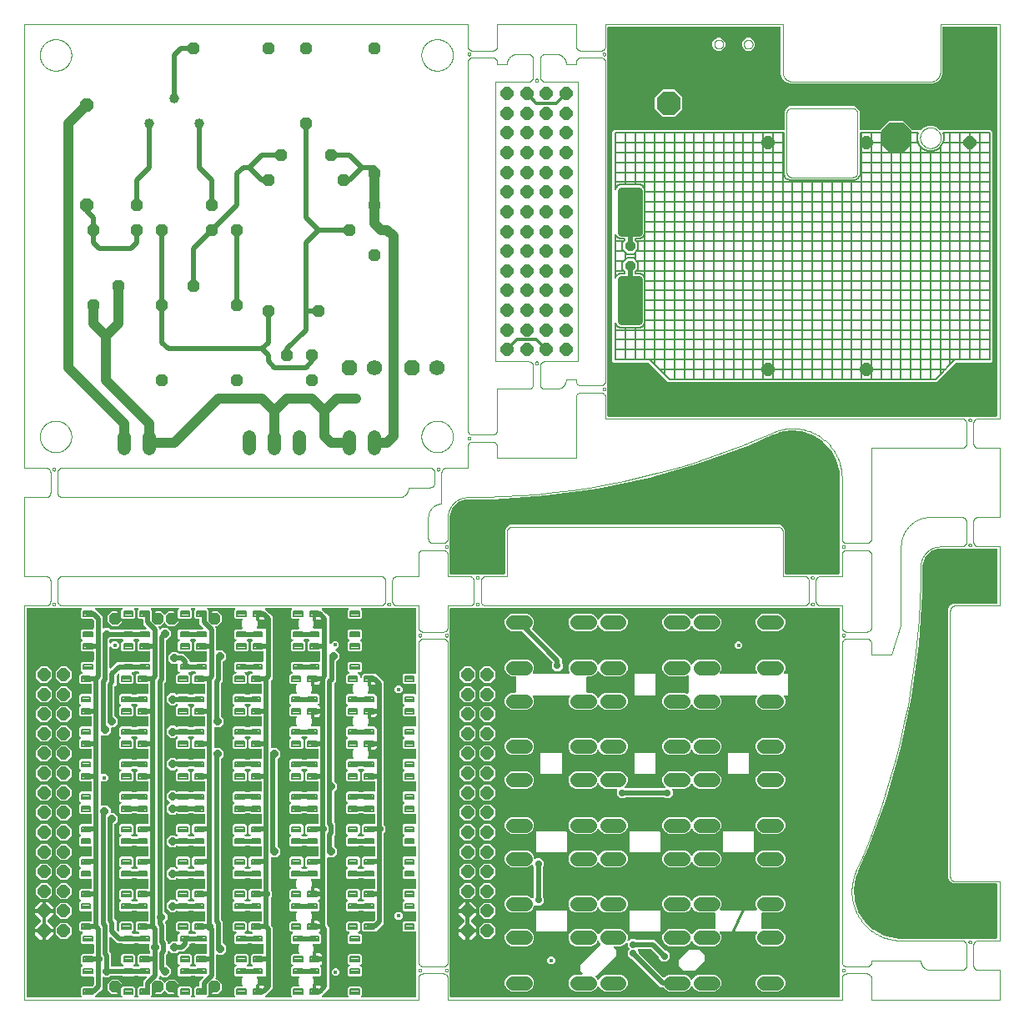
<source format=gtl>
G04 EAGLE Gerber X2 export*
G75*
%MOMM*%
%FSLAX34Y34*%
%LPD*%
%AMOC8*
5,1,8,0,0,1.08239X$1,22.5*%
G01*
%ADD10C,0.000000*%
%ADD11P,1.407107X8X292.500000*%
%ADD12P,1.407107X8X112.500000*%
%ADD13C,1.400000*%
%ADD14C,0.400000*%
%ADD15C,0.210000*%
%ADD16P,1.298868X8X202.500000*%
%ADD17P,1.298868X8X22.500000*%
%ADD18C,0.750000*%
%ADD19C,1.314400*%
%ADD20P,1.312723X8X292.500000*%
%ADD21P,1.312723X8X112.500000*%
%ADD22P,1.312723X8X202.500000*%
%ADD23P,1.312723X8X22.500000*%
%ADD24C,1.009600*%
%ADD25P,1.704548X8X202.500000*%
%ADD26C,1.574800*%
%ADD27P,1.539592X8X292.500000*%
%ADD28C,0.300000*%
%ADD29P,5.411950X8X22.500000*%
%ADD30C,9.000000*%
%ADD31C,8.500000*%
%ADD32C,1.100000*%
%ADD33P,0.757673X8X22.500000*%
%ADD34C,0.500000*%
%ADD35P,0.865912X8X22.500000*%
%ADD36P,1.082390X8X22.500000*%
%ADD37P,2.597736X8X22.500000*%
%ADD38P,1.407107X8X22.500000*%
%ADD39C,0.200000*%
%ADD40P,3.372727X8X22.500000*%
%ADD41C,0.508000*%
%ADD42C,1.016000*%

G36*
X827064Y2010D02*
X827064Y2010D01*
X827128Y2009D01*
X827203Y2030D01*
X827279Y2041D01*
X827338Y2067D01*
X827400Y2084D01*
X827466Y2125D01*
X827536Y2157D01*
X827585Y2199D01*
X827640Y2232D01*
X827692Y2290D01*
X827750Y2340D01*
X827786Y2394D01*
X827829Y2442D01*
X827862Y2511D01*
X827905Y2576D01*
X827924Y2638D01*
X827952Y2695D01*
X827963Y2765D01*
X827987Y2846D01*
X827988Y2931D01*
X827999Y3000D01*
X827999Y397000D01*
X827990Y397064D01*
X827991Y397128D01*
X827970Y397203D01*
X827959Y397279D01*
X827933Y397338D01*
X827916Y397400D01*
X827875Y397466D01*
X827843Y397536D01*
X827801Y397585D01*
X827768Y397640D01*
X827710Y397692D01*
X827660Y397750D01*
X827606Y397786D01*
X827558Y397829D01*
X827489Y397862D01*
X827424Y397905D01*
X827362Y397924D01*
X827305Y397952D01*
X827235Y397963D01*
X827154Y397987D01*
X827069Y397988D01*
X827000Y397999D01*
X433000Y397999D01*
X432936Y397990D01*
X432872Y397991D01*
X432797Y397970D01*
X432721Y397959D01*
X432662Y397933D01*
X432600Y397916D01*
X432534Y397875D01*
X432464Y397843D01*
X432415Y397801D01*
X432360Y397768D01*
X432308Y397710D01*
X432250Y397660D01*
X432214Y397606D01*
X432171Y397558D01*
X432138Y397489D01*
X432095Y397424D01*
X432076Y397362D01*
X432048Y397305D01*
X432037Y397235D01*
X432013Y397154D01*
X432012Y397069D01*
X432001Y397000D01*
X432001Y3000D01*
X432010Y2936D01*
X432009Y2872D01*
X432030Y2797D01*
X432041Y2721D01*
X432067Y2662D01*
X432084Y2600D01*
X432125Y2534D01*
X432157Y2464D01*
X432199Y2415D01*
X432232Y2360D01*
X432290Y2308D01*
X432340Y2250D01*
X432394Y2214D01*
X432442Y2171D01*
X432511Y2138D01*
X432576Y2095D01*
X432638Y2076D01*
X432695Y2048D01*
X432765Y2037D01*
X432846Y2013D01*
X432931Y2012D01*
X433000Y2001D01*
X827000Y2001D01*
X827064Y2010D01*
G37*
G36*
X987064Y592010D02*
X987064Y592010D01*
X987128Y592009D01*
X987203Y592030D01*
X987279Y592041D01*
X987338Y592067D01*
X987400Y592084D01*
X987466Y592125D01*
X987536Y592157D01*
X987585Y592199D01*
X987640Y592232D01*
X987692Y592290D01*
X987750Y592340D01*
X987786Y592394D01*
X987829Y592442D01*
X987862Y592511D01*
X987905Y592576D01*
X987924Y592638D01*
X987952Y592695D01*
X987963Y592765D01*
X987987Y592846D01*
X987988Y592931D01*
X987999Y593000D01*
X987999Y987000D01*
X987990Y987064D01*
X987991Y987128D01*
X987970Y987203D01*
X987959Y987279D01*
X987933Y987338D01*
X987916Y987400D01*
X987875Y987466D01*
X987843Y987536D01*
X987801Y987585D01*
X987768Y987640D01*
X987710Y987692D01*
X987660Y987750D01*
X987606Y987786D01*
X987558Y987829D01*
X987489Y987862D01*
X987424Y987905D01*
X987362Y987924D01*
X987305Y987952D01*
X987235Y987963D01*
X987154Y987987D01*
X987069Y987988D01*
X987000Y987999D01*
X933000Y987999D01*
X932936Y987990D01*
X932872Y987991D01*
X932797Y987970D01*
X932721Y987959D01*
X932662Y987933D01*
X932600Y987916D01*
X932534Y987875D01*
X932464Y987843D01*
X932415Y987801D01*
X932360Y987768D01*
X932308Y987710D01*
X932250Y987660D01*
X932214Y987606D01*
X932171Y987558D01*
X932138Y987489D01*
X932095Y987424D01*
X932076Y987362D01*
X932048Y987305D01*
X932037Y987235D01*
X932013Y987154D01*
X932012Y987069D01*
X932001Y987000D01*
X932001Y939613D01*
X930174Y935202D01*
X926798Y931826D01*
X922387Y929999D01*
X777613Y929999D01*
X773202Y931826D01*
X769826Y935202D01*
X767999Y939613D01*
X767999Y987000D01*
X767990Y987064D01*
X767991Y987128D01*
X767970Y987203D01*
X767959Y987279D01*
X767933Y987338D01*
X767916Y987400D01*
X767875Y987466D01*
X767843Y987536D01*
X767801Y987585D01*
X767768Y987640D01*
X767710Y987692D01*
X767660Y987750D01*
X767606Y987786D01*
X767558Y987829D01*
X767489Y987862D01*
X767424Y987905D01*
X767362Y987924D01*
X767305Y987952D01*
X767235Y987963D01*
X767154Y987987D01*
X767069Y987988D01*
X767000Y987999D01*
X593000Y987999D01*
X592936Y987990D01*
X592872Y987991D01*
X592797Y987970D01*
X592721Y987959D01*
X592662Y987933D01*
X592600Y987916D01*
X592534Y987875D01*
X592464Y987843D01*
X592415Y987801D01*
X592360Y987768D01*
X592308Y987710D01*
X592250Y987660D01*
X592214Y987606D01*
X592171Y987558D01*
X592138Y987489D01*
X592095Y987424D01*
X592076Y987362D01*
X592048Y987305D01*
X592037Y987235D01*
X592013Y987154D01*
X592012Y987069D01*
X592001Y987000D01*
X592001Y593000D01*
X592010Y592936D01*
X592009Y592872D01*
X592030Y592797D01*
X592041Y592721D01*
X592067Y592662D01*
X592084Y592600D01*
X592125Y592534D01*
X592157Y592464D01*
X592199Y592415D01*
X592232Y592360D01*
X592290Y592308D01*
X592340Y592250D01*
X592394Y592214D01*
X592442Y592171D01*
X592511Y592138D01*
X592576Y592095D01*
X592638Y592076D01*
X592695Y592048D01*
X592765Y592037D01*
X592846Y592013D01*
X592931Y592012D01*
X593000Y592001D01*
X987000Y592001D01*
X987064Y592010D01*
G37*
%LPC*%
G36*
X653757Y626999D02*
X653757Y626999D01*
X651707Y629050D01*
X634050Y646707D01*
X633973Y646764D01*
X633902Y646829D01*
X633861Y646849D01*
X633824Y646876D01*
X633734Y646910D01*
X633648Y646952D01*
X633606Y646958D01*
X633560Y646975D01*
X633433Y646985D01*
X633343Y646999D01*
X598757Y646999D01*
X596999Y648757D01*
X596999Y881243D01*
X598757Y883001D01*
X770850Y883001D01*
X770914Y883010D01*
X770978Y883009D01*
X771053Y883030D01*
X771129Y883041D01*
X771188Y883067D01*
X771250Y883084D01*
X771316Y883125D01*
X771386Y883157D01*
X771435Y883199D01*
X771490Y883232D01*
X771542Y883290D01*
X771600Y883340D01*
X771636Y883394D01*
X771679Y883442D01*
X771712Y883511D01*
X771755Y883576D01*
X771774Y883638D01*
X771802Y883695D01*
X771813Y883765D01*
X771837Y883846D01*
X771838Y883931D01*
X771849Y884000D01*
X771849Y901876D01*
X773725Y905125D01*
X776974Y907001D01*
X842726Y907001D01*
X845975Y905125D01*
X847851Y901876D01*
X847851Y884000D01*
X847860Y883936D01*
X847859Y883872D01*
X847880Y883797D01*
X847891Y883721D01*
X847917Y883662D01*
X847934Y883600D01*
X847975Y883534D01*
X848007Y883464D01*
X848049Y883415D01*
X848082Y883360D01*
X848140Y883308D01*
X848190Y883250D01*
X848244Y883214D01*
X848292Y883171D01*
X848361Y883138D01*
X848426Y883095D01*
X848488Y883076D01*
X848545Y883048D01*
X848615Y883037D01*
X848696Y883013D01*
X848781Y883012D01*
X848850Y883001D01*
X867724Y883001D01*
X867819Y883014D01*
X867915Y883019D01*
X867958Y883034D01*
X868003Y883041D01*
X868091Y883080D01*
X868182Y883112D01*
X868216Y883137D01*
X868260Y883157D01*
X868357Y883240D01*
X868430Y883293D01*
X877718Y892581D01*
X892282Y892581D01*
X901570Y883293D01*
X901646Y883236D01*
X901718Y883171D01*
X901759Y883151D01*
X901795Y883124D01*
X901885Y883090D01*
X901971Y883048D01*
X902014Y883042D01*
X902059Y883025D01*
X902187Y883015D01*
X902276Y883001D01*
X909908Y883001D01*
X910003Y883014D01*
X910099Y883019D01*
X910142Y883034D01*
X910187Y883041D01*
X910275Y883080D01*
X910366Y883112D01*
X910400Y883137D01*
X910444Y883157D01*
X910542Y883240D01*
X910615Y883293D01*
X912919Y885598D01*
X917513Y887501D01*
X922487Y887501D01*
X927081Y885598D01*
X929385Y883293D01*
X929462Y883236D01*
X929534Y883171D01*
X929574Y883151D01*
X929611Y883124D01*
X929701Y883090D01*
X929787Y883048D01*
X929829Y883042D01*
X929875Y883025D01*
X930002Y883015D01*
X930092Y883001D01*
X981243Y883001D01*
X983001Y881243D01*
X983001Y648757D01*
X981243Y646999D01*
X946657Y646999D01*
X946562Y646986D01*
X946466Y646981D01*
X946423Y646966D01*
X946378Y646959D01*
X946290Y646920D01*
X946199Y646888D01*
X946165Y646863D01*
X946121Y646843D01*
X946023Y646760D01*
X945950Y646707D01*
X926243Y626999D01*
X653757Y626999D01*
G37*
%LPD*%
G36*
X328470Y2005D02*
X328470Y2005D01*
X328502Y2003D01*
X328609Y2025D01*
X328717Y2041D01*
X328747Y2054D01*
X328778Y2060D01*
X328875Y2112D01*
X328974Y2157D01*
X328999Y2178D01*
X329027Y2193D01*
X329106Y2269D01*
X329189Y2340D01*
X329206Y2367D01*
X329229Y2390D01*
X329283Y2485D01*
X329343Y2576D01*
X329353Y2607D01*
X329368Y2635D01*
X329394Y2741D01*
X329425Y2846D01*
X329426Y2878D01*
X329433Y2909D01*
X329428Y3019D01*
X329429Y3128D01*
X329421Y3159D01*
X329419Y3191D01*
X329383Y3294D01*
X329354Y3400D01*
X329337Y3427D01*
X329326Y3458D01*
X329273Y3531D01*
X329206Y3640D01*
X329170Y3672D01*
X329145Y3707D01*
X328399Y4452D01*
X328399Y11548D01*
X329952Y13101D01*
X341048Y13101D01*
X342601Y11548D01*
X342601Y4452D01*
X341855Y3707D01*
X341836Y3681D01*
X341811Y3660D01*
X341751Y3568D01*
X341686Y3481D01*
X341675Y3451D01*
X341657Y3424D01*
X341625Y3319D01*
X341586Y3217D01*
X341584Y3185D01*
X341575Y3154D01*
X341573Y3045D01*
X341565Y2936D01*
X341571Y2904D01*
X341571Y2872D01*
X341600Y2767D01*
X341622Y2660D01*
X341637Y2631D01*
X341646Y2600D01*
X341703Y2507D01*
X341755Y2411D01*
X341777Y2388D01*
X341794Y2360D01*
X341875Y2287D01*
X341951Y2209D01*
X341980Y2193D01*
X342003Y2171D01*
X342102Y2124D01*
X342197Y2070D01*
X342228Y2062D01*
X342257Y2048D01*
X342347Y2034D01*
X342471Y2005D01*
X342520Y2007D01*
X342562Y2001D01*
X397000Y2001D01*
X397064Y2010D01*
X397128Y2009D01*
X397203Y2030D01*
X397279Y2041D01*
X397338Y2067D01*
X397400Y2084D01*
X397466Y2125D01*
X397536Y2157D01*
X397585Y2199D01*
X397640Y2232D01*
X397692Y2290D01*
X397750Y2340D01*
X397786Y2394D01*
X397829Y2442D01*
X397862Y2511D01*
X397905Y2576D01*
X397924Y2638D01*
X397952Y2695D01*
X397963Y2765D01*
X397987Y2846D01*
X397988Y2931D01*
X397999Y3000D01*
X397999Y67938D01*
X397995Y67970D01*
X397997Y68003D01*
X397975Y68109D01*
X397959Y68217D01*
X397946Y68247D01*
X397939Y68279D01*
X397888Y68375D01*
X397843Y68474D01*
X397822Y68499D01*
X397807Y68528D01*
X397731Y68606D01*
X397660Y68689D01*
X397633Y68706D01*
X397610Y68730D01*
X397515Y68783D01*
X397424Y68843D01*
X397393Y68853D01*
X397365Y68869D01*
X397258Y68894D01*
X397154Y68925D01*
X397122Y68926D01*
X397090Y68933D01*
X396981Y68928D01*
X396872Y68929D01*
X396841Y68921D01*
X396808Y68919D01*
X396752Y68899D01*
X385452Y68899D01*
X383899Y70452D01*
X383899Y77548D01*
X385452Y79101D01*
X396745Y79101D01*
X396782Y79087D01*
X396815Y79084D01*
X396846Y79075D01*
X396955Y79073D01*
X397064Y79065D01*
X397095Y79071D01*
X397128Y79071D01*
X397233Y79100D01*
X397340Y79122D01*
X397368Y79137D01*
X397400Y79146D01*
X397493Y79203D01*
X397589Y79254D01*
X397612Y79277D01*
X397640Y79294D01*
X397713Y79375D01*
X397791Y79451D01*
X397807Y79479D01*
X397829Y79503D01*
X397876Y79602D01*
X397930Y79696D01*
X397938Y79728D01*
X397952Y79757D01*
X397966Y79847D01*
X397995Y79971D01*
X397993Y80019D01*
X397999Y80062D01*
X397999Y88938D01*
X397995Y88970D01*
X397997Y89003D01*
X397991Y89034D01*
X397991Y89063D01*
X397971Y89135D01*
X397959Y89217D01*
X397946Y89247D01*
X397939Y89279D01*
X397923Y89310D01*
X397916Y89335D01*
X397880Y89394D01*
X397843Y89474D01*
X397822Y89499D01*
X397807Y89528D01*
X397780Y89555D01*
X397768Y89575D01*
X397720Y89618D01*
X397660Y89689D01*
X397633Y89706D01*
X397610Y89730D01*
X397574Y89750D01*
X397558Y89764D01*
X397505Y89790D01*
X397424Y89843D01*
X397393Y89853D01*
X397365Y89869D01*
X397323Y89878D01*
X397305Y89887D01*
X397253Y89895D01*
X397154Y89925D01*
X397122Y89926D01*
X397090Y89933D01*
X397029Y89930D01*
X397000Y89935D01*
X396997Y89935D01*
X396951Y89928D01*
X396872Y89929D01*
X396841Y89921D01*
X396808Y89919D01*
X396754Y89900D01*
X396749Y89899D01*
X385452Y89899D01*
X383899Y91452D01*
X383899Y98548D01*
X385645Y100293D01*
X385683Y100345D01*
X385729Y100390D01*
X385768Y100457D01*
X385814Y100519D01*
X385837Y100579D01*
X385868Y100635D01*
X385886Y100710D01*
X385914Y100783D01*
X385918Y100847D01*
X385933Y100910D01*
X385929Y100987D01*
X385935Y101064D01*
X385922Y101127D01*
X385919Y101191D01*
X385894Y101264D01*
X385878Y101340D01*
X385848Y101397D01*
X385826Y101458D01*
X385785Y101514D01*
X385745Y101589D01*
X385686Y101650D01*
X385645Y101707D01*
X383899Y103452D01*
X383899Y110548D01*
X385452Y112101D01*
X396745Y112101D01*
X396782Y112087D01*
X396815Y112084D01*
X396846Y112075D01*
X396955Y112073D01*
X397064Y112065D01*
X397095Y112071D01*
X397128Y112071D01*
X397233Y112100D01*
X397340Y112122D01*
X397368Y112137D01*
X397400Y112146D01*
X397493Y112203D01*
X397589Y112254D01*
X397612Y112277D01*
X397640Y112294D01*
X397713Y112375D01*
X397791Y112451D01*
X397807Y112479D01*
X397829Y112503D01*
X397876Y112602D01*
X397930Y112696D01*
X397938Y112728D01*
X397952Y112757D01*
X397966Y112847D01*
X397995Y112971D01*
X397993Y113019D01*
X397999Y113062D01*
X397999Y121938D01*
X397995Y121970D01*
X397997Y122003D01*
X397991Y122032D01*
X397991Y122039D01*
X397985Y122059D01*
X397975Y122109D01*
X397959Y122217D01*
X397946Y122247D01*
X397939Y122279D01*
X397888Y122375D01*
X397843Y122474D01*
X397822Y122499D01*
X397807Y122528D01*
X397731Y122606D01*
X397660Y122689D01*
X397633Y122706D01*
X397610Y122730D01*
X397515Y122783D01*
X397424Y122843D01*
X397393Y122853D01*
X397365Y122869D01*
X397258Y122894D01*
X397154Y122925D01*
X397122Y122926D01*
X397090Y122933D01*
X396981Y122928D01*
X396872Y122929D01*
X396841Y122921D01*
X396808Y122919D01*
X396752Y122899D01*
X385452Y122899D01*
X383899Y124452D01*
X383899Y131548D01*
X385645Y133293D01*
X385683Y133345D01*
X385729Y133390D01*
X385768Y133457D01*
X385814Y133519D01*
X385837Y133579D01*
X385868Y133635D01*
X385886Y133710D01*
X385914Y133783D01*
X385918Y133847D01*
X385933Y133910D01*
X385929Y133987D01*
X385935Y134064D01*
X385922Y134127D01*
X385919Y134191D01*
X385894Y134264D01*
X385878Y134340D01*
X385848Y134397D01*
X385826Y134458D01*
X385785Y134514D01*
X385745Y134589D01*
X385686Y134650D01*
X385645Y134707D01*
X383899Y136452D01*
X383899Y143548D01*
X385452Y145101D01*
X396745Y145101D01*
X396782Y145087D01*
X396815Y145084D01*
X396846Y145075D01*
X396955Y145073D01*
X397064Y145065D01*
X397095Y145071D01*
X397128Y145071D01*
X397233Y145100D01*
X397340Y145122D01*
X397368Y145137D01*
X397400Y145146D01*
X397493Y145203D01*
X397589Y145254D01*
X397612Y145277D01*
X397640Y145294D01*
X397713Y145375D01*
X397791Y145451D01*
X397807Y145479D01*
X397829Y145503D01*
X397876Y145602D01*
X397930Y145696D01*
X397938Y145728D01*
X397952Y145757D01*
X397966Y145847D01*
X397995Y145971D01*
X397993Y146019D01*
X397999Y146062D01*
X397999Y154938D01*
X397995Y154970D01*
X397997Y155003D01*
X397975Y155109D01*
X397959Y155217D01*
X397946Y155247D01*
X397939Y155279D01*
X397888Y155375D01*
X397843Y155474D01*
X397822Y155499D01*
X397807Y155528D01*
X397731Y155606D01*
X397660Y155689D01*
X397633Y155706D01*
X397610Y155730D01*
X397515Y155783D01*
X397424Y155843D01*
X397393Y155853D01*
X397365Y155869D01*
X397258Y155894D01*
X397154Y155925D01*
X397122Y155926D01*
X397090Y155933D01*
X396981Y155928D01*
X396872Y155929D01*
X396841Y155921D01*
X396808Y155919D01*
X396752Y155899D01*
X385452Y155899D01*
X383899Y157452D01*
X383899Y164548D01*
X385645Y166293D01*
X385683Y166345D01*
X385729Y166390D01*
X385768Y166457D01*
X385814Y166519D01*
X385837Y166579D01*
X385868Y166635D01*
X385886Y166710D01*
X385914Y166783D01*
X385918Y166847D01*
X385933Y166909D01*
X385929Y166987D01*
X385935Y167064D01*
X385922Y167127D01*
X385919Y167191D01*
X385893Y167264D01*
X385878Y167340D01*
X385848Y167397D01*
X385826Y167458D01*
X385785Y167514D01*
X385745Y167589D01*
X385686Y167650D01*
X385645Y167707D01*
X383899Y169452D01*
X383899Y176548D01*
X385452Y178101D01*
X396745Y178101D01*
X396782Y178087D01*
X396815Y178084D01*
X396846Y178075D01*
X396955Y178073D01*
X397064Y178065D01*
X397095Y178071D01*
X397128Y178071D01*
X397233Y178100D01*
X397340Y178122D01*
X397368Y178137D01*
X397400Y178146D01*
X397493Y178203D01*
X397589Y178254D01*
X397612Y178277D01*
X397640Y178294D01*
X397713Y178375D01*
X397791Y178451D01*
X397807Y178479D01*
X397829Y178503D01*
X397876Y178602D01*
X397930Y178696D01*
X397938Y178728D01*
X397952Y178757D01*
X397966Y178847D01*
X397995Y178971D01*
X397993Y179019D01*
X397999Y179062D01*
X397999Y187938D01*
X397995Y187970D01*
X397997Y188003D01*
X397975Y188109D01*
X397959Y188217D01*
X397946Y188247D01*
X397939Y188279D01*
X397888Y188375D01*
X397843Y188474D01*
X397822Y188499D01*
X397807Y188528D01*
X397731Y188606D01*
X397660Y188689D01*
X397633Y188706D01*
X397610Y188730D01*
X397515Y188783D01*
X397424Y188843D01*
X397393Y188853D01*
X397365Y188869D01*
X397258Y188894D01*
X397154Y188925D01*
X397122Y188926D01*
X397090Y188933D01*
X396981Y188928D01*
X396872Y188929D01*
X396841Y188921D01*
X396808Y188919D01*
X396752Y188899D01*
X385452Y188899D01*
X383899Y190452D01*
X383899Y197548D01*
X385645Y199293D01*
X385683Y199345D01*
X385729Y199390D01*
X385768Y199457D01*
X385814Y199519D01*
X385837Y199579D01*
X385868Y199635D01*
X385886Y199710D01*
X385914Y199783D01*
X385918Y199847D01*
X385933Y199910D01*
X385929Y199987D01*
X385935Y200064D01*
X385922Y200127D01*
X385919Y200191D01*
X385894Y200264D01*
X385878Y200340D01*
X385848Y200397D01*
X385826Y200458D01*
X385785Y200514D01*
X385745Y200589D01*
X385686Y200650D01*
X385645Y200707D01*
X383899Y202452D01*
X383899Y209548D01*
X385452Y211101D01*
X396745Y211101D01*
X396782Y211087D01*
X396815Y211084D01*
X396846Y211075D01*
X396955Y211073D01*
X397064Y211065D01*
X397095Y211071D01*
X397128Y211071D01*
X397233Y211100D01*
X397340Y211122D01*
X397368Y211137D01*
X397400Y211146D01*
X397493Y211203D01*
X397589Y211254D01*
X397612Y211277D01*
X397640Y211294D01*
X397713Y211375D01*
X397791Y211451D01*
X397807Y211479D01*
X397829Y211503D01*
X397876Y211602D01*
X397930Y211696D01*
X397938Y211728D01*
X397952Y211757D01*
X397966Y211847D01*
X397995Y211971D01*
X397993Y212019D01*
X397999Y212062D01*
X397999Y220938D01*
X397995Y220970D01*
X397997Y221003D01*
X397975Y221109D01*
X397959Y221217D01*
X397946Y221247D01*
X397939Y221279D01*
X397888Y221375D01*
X397843Y221474D01*
X397822Y221499D01*
X397807Y221528D01*
X397731Y221606D01*
X397660Y221689D01*
X397633Y221706D01*
X397610Y221730D01*
X397515Y221783D01*
X397424Y221843D01*
X397393Y221853D01*
X397365Y221869D01*
X397258Y221894D01*
X397154Y221925D01*
X397122Y221926D01*
X397090Y221933D01*
X396981Y221928D01*
X396872Y221929D01*
X396841Y221921D01*
X396808Y221919D01*
X396752Y221899D01*
X385452Y221899D01*
X383899Y223452D01*
X383899Y230548D01*
X385645Y232293D01*
X385683Y232345D01*
X385729Y232390D01*
X385768Y232457D01*
X385814Y232519D01*
X385837Y232579D01*
X385868Y232635D01*
X385886Y232710D01*
X385914Y232783D01*
X385918Y232847D01*
X385933Y232910D01*
X385929Y232987D01*
X385935Y233064D01*
X385922Y233127D01*
X385919Y233191D01*
X385894Y233264D01*
X385878Y233340D01*
X385848Y233397D01*
X385826Y233458D01*
X385785Y233514D01*
X385745Y233589D01*
X385686Y233650D01*
X385645Y233707D01*
X383899Y235452D01*
X383899Y242548D01*
X385452Y244101D01*
X396745Y244101D01*
X396782Y244087D01*
X396815Y244084D01*
X396846Y244075D01*
X396955Y244073D01*
X397064Y244065D01*
X397095Y244071D01*
X397128Y244071D01*
X397233Y244100D01*
X397340Y244122D01*
X397368Y244137D01*
X397400Y244146D01*
X397493Y244203D01*
X397589Y244254D01*
X397612Y244277D01*
X397640Y244294D01*
X397713Y244375D01*
X397791Y244451D01*
X397807Y244479D01*
X397829Y244503D01*
X397876Y244602D01*
X397930Y244696D01*
X397938Y244728D01*
X397952Y244757D01*
X397966Y244847D01*
X397995Y244971D01*
X397993Y245019D01*
X397999Y245062D01*
X397999Y253938D01*
X397995Y253970D01*
X397997Y254003D01*
X397975Y254109D01*
X397959Y254217D01*
X397946Y254247D01*
X397939Y254279D01*
X397888Y254375D01*
X397843Y254474D01*
X397822Y254499D01*
X397807Y254528D01*
X397731Y254606D01*
X397660Y254689D01*
X397633Y254706D01*
X397610Y254730D01*
X397515Y254783D01*
X397424Y254843D01*
X397393Y254853D01*
X397365Y254869D01*
X397258Y254894D01*
X397154Y254925D01*
X397122Y254926D01*
X397090Y254933D01*
X396981Y254928D01*
X396872Y254929D01*
X396841Y254921D01*
X396808Y254919D01*
X396752Y254899D01*
X385452Y254899D01*
X383899Y256452D01*
X383899Y263548D01*
X385645Y265293D01*
X385683Y265345D01*
X385729Y265390D01*
X385768Y265457D01*
X385814Y265519D01*
X385837Y265579D01*
X385868Y265635D01*
X385886Y265710D01*
X385914Y265783D01*
X385918Y265847D01*
X385933Y265909D01*
X385929Y265987D01*
X385935Y266064D01*
X385922Y266127D01*
X385919Y266191D01*
X385893Y266264D01*
X385878Y266340D01*
X385848Y266397D01*
X385826Y266458D01*
X385785Y266514D01*
X385745Y266589D01*
X385686Y266650D01*
X385645Y266707D01*
X383899Y268452D01*
X383899Y275548D01*
X385452Y277101D01*
X396745Y277101D01*
X396782Y277087D01*
X396815Y277084D01*
X396846Y277075D01*
X396955Y277073D01*
X397064Y277065D01*
X397095Y277071D01*
X397128Y277071D01*
X397233Y277100D01*
X397340Y277122D01*
X397368Y277137D01*
X397400Y277146D01*
X397493Y277203D01*
X397589Y277254D01*
X397612Y277277D01*
X397640Y277294D01*
X397713Y277375D01*
X397791Y277451D01*
X397807Y277479D01*
X397829Y277503D01*
X397876Y277602D01*
X397930Y277696D01*
X397938Y277728D01*
X397952Y277757D01*
X397966Y277847D01*
X397995Y277971D01*
X397993Y278019D01*
X397999Y278062D01*
X397999Y286938D01*
X397995Y286970D01*
X397997Y287003D01*
X397975Y287109D01*
X397959Y287217D01*
X397946Y287247D01*
X397939Y287279D01*
X397888Y287375D01*
X397843Y287474D01*
X397822Y287499D01*
X397807Y287528D01*
X397731Y287606D01*
X397660Y287689D01*
X397633Y287706D01*
X397610Y287730D01*
X397515Y287783D01*
X397424Y287843D01*
X397393Y287853D01*
X397365Y287869D01*
X397258Y287894D01*
X397154Y287925D01*
X397122Y287926D01*
X397090Y287933D01*
X396981Y287928D01*
X396872Y287929D01*
X396841Y287921D01*
X396808Y287919D01*
X396752Y287899D01*
X385452Y287899D01*
X383899Y289452D01*
X383899Y296548D01*
X385645Y298293D01*
X385683Y298345D01*
X385729Y298390D01*
X385768Y298457D01*
X385814Y298519D01*
X385837Y298579D01*
X385868Y298635D01*
X385886Y298710D01*
X385914Y298783D01*
X385918Y298847D01*
X385933Y298910D01*
X385929Y298987D01*
X385935Y299064D01*
X385922Y299127D01*
X385919Y299191D01*
X385894Y299264D01*
X385878Y299340D01*
X385848Y299397D01*
X385826Y299458D01*
X385785Y299514D01*
X385745Y299589D01*
X385686Y299650D01*
X385645Y299707D01*
X383899Y301452D01*
X383899Y308548D01*
X385452Y310101D01*
X396745Y310101D01*
X396782Y310087D01*
X396815Y310084D01*
X396846Y310075D01*
X396955Y310073D01*
X397064Y310065D01*
X397095Y310071D01*
X397128Y310071D01*
X397233Y310100D01*
X397340Y310122D01*
X397368Y310137D01*
X397400Y310146D01*
X397493Y310203D01*
X397589Y310254D01*
X397612Y310277D01*
X397640Y310294D01*
X397713Y310375D01*
X397791Y310451D01*
X397807Y310479D01*
X397829Y310503D01*
X397876Y310602D01*
X397930Y310696D01*
X397938Y310728D01*
X397952Y310757D01*
X397966Y310847D01*
X397995Y310971D01*
X397993Y311019D01*
X397999Y311062D01*
X397999Y319938D01*
X397995Y319970D01*
X397997Y320003D01*
X397975Y320109D01*
X397959Y320217D01*
X397946Y320247D01*
X397939Y320279D01*
X397888Y320375D01*
X397843Y320474D01*
X397822Y320499D01*
X397807Y320528D01*
X397731Y320606D01*
X397660Y320689D01*
X397633Y320706D01*
X397610Y320730D01*
X397515Y320783D01*
X397424Y320843D01*
X397393Y320853D01*
X397365Y320869D01*
X397258Y320894D01*
X397154Y320925D01*
X397122Y320926D01*
X397090Y320933D01*
X396981Y320928D01*
X396872Y320929D01*
X396841Y320921D01*
X396808Y320919D01*
X396752Y320899D01*
X385452Y320899D01*
X383899Y322452D01*
X383899Y329548D01*
X385452Y331101D01*
X396745Y331101D01*
X396782Y331087D01*
X396815Y331084D01*
X396846Y331075D01*
X396955Y331073D01*
X397064Y331065D01*
X397095Y331071D01*
X397128Y331071D01*
X397233Y331100D01*
X397340Y331122D01*
X397368Y331137D01*
X397400Y331146D01*
X397493Y331203D01*
X397589Y331254D01*
X397612Y331277D01*
X397640Y331294D01*
X397713Y331375D01*
X397791Y331451D01*
X397807Y331479D01*
X397829Y331503D01*
X397876Y331602D01*
X397930Y331696D01*
X397938Y331728D01*
X397952Y331757D01*
X397966Y331847D01*
X397995Y331971D01*
X397993Y332019D01*
X397999Y332062D01*
X397999Y397000D01*
X397990Y397064D01*
X397991Y397128D01*
X397970Y397203D01*
X397959Y397279D01*
X397933Y397338D01*
X397916Y397400D01*
X397875Y397466D01*
X397843Y397536D01*
X397801Y397585D01*
X397768Y397640D01*
X397710Y397692D01*
X397660Y397750D01*
X397606Y397786D01*
X397558Y397829D01*
X397489Y397862D01*
X397424Y397905D01*
X397362Y397924D01*
X397305Y397952D01*
X397235Y397963D01*
X397154Y397987D01*
X397069Y397988D01*
X397000Y397999D01*
X342562Y397999D01*
X342530Y397995D01*
X342498Y397997D01*
X342391Y397975D01*
X342283Y397959D01*
X342253Y397946D01*
X342222Y397940D01*
X342125Y397888D01*
X342026Y397843D01*
X342001Y397822D01*
X341973Y397807D01*
X341894Y397731D01*
X341811Y397660D01*
X341794Y397633D01*
X341771Y397610D01*
X341717Y397515D01*
X341657Y397424D01*
X341647Y397393D01*
X341632Y397365D01*
X341606Y397259D01*
X341575Y397154D01*
X341574Y397122D01*
X341567Y397091D01*
X341572Y396981D01*
X341571Y396872D01*
X341579Y396841D01*
X341581Y396809D01*
X341617Y396706D01*
X341646Y396600D01*
X341663Y396573D01*
X341674Y396542D01*
X341727Y396469D01*
X341794Y396360D01*
X341830Y396328D01*
X341855Y396293D01*
X342601Y395548D01*
X342601Y388452D01*
X341048Y386899D01*
X329952Y386899D01*
X328399Y388452D01*
X328399Y395548D01*
X329145Y396293D01*
X329164Y396319D01*
X329189Y396340D01*
X329249Y396432D01*
X329314Y396519D01*
X329325Y396549D01*
X329343Y396576D01*
X329375Y396681D01*
X329414Y396783D01*
X329416Y396815D01*
X329425Y396846D01*
X329427Y396955D01*
X329435Y397064D01*
X329429Y397096D01*
X329429Y397128D01*
X329400Y397233D01*
X329378Y397340D01*
X329363Y397369D01*
X329354Y397400D01*
X329297Y397493D01*
X329245Y397589D01*
X329223Y397612D01*
X329206Y397640D01*
X329125Y397713D01*
X329049Y397791D01*
X329020Y397807D01*
X328997Y397829D01*
X328898Y397876D01*
X328803Y397930D01*
X328772Y397938D01*
X328743Y397952D01*
X328653Y397966D01*
X328529Y397995D01*
X328480Y397993D01*
X328438Y397999D01*
X302778Y397999D01*
X302746Y397995D01*
X302714Y397997D01*
X302607Y397975D01*
X302499Y397959D01*
X302470Y397946D01*
X302438Y397940D01*
X302342Y397888D01*
X302242Y397843D01*
X302217Y397822D01*
X302189Y397807D01*
X302111Y397731D01*
X302028Y397660D01*
X302010Y397633D01*
X301987Y397610D01*
X301933Y397515D01*
X301873Y397424D01*
X301864Y397393D01*
X301848Y397365D01*
X301823Y397258D01*
X301791Y397154D01*
X301790Y397122D01*
X301783Y397091D01*
X301789Y396981D01*
X301787Y396872D01*
X301796Y396841D01*
X301797Y396809D01*
X301833Y396706D01*
X301862Y396600D01*
X301879Y396573D01*
X301890Y396542D01*
X301943Y396469D01*
X302010Y396360D01*
X302046Y396328D01*
X302072Y396293D01*
X306572Y391793D01*
X309501Y388864D01*
X309501Y362352D01*
X309505Y362320D01*
X309503Y362288D01*
X309525Y362181D01*
X309541Y362072D01*
X309554Y362043D01*
X309560Y362012D01*
X309612Y361915D01*
X309657Y361816D01*
X309678Y361791D01*
X309693Y361763D01*
X309769Y361684D01*
X309840Y361601D01*
X309867Y361584D01*
X309890Y361560D01*
X309985Y361507D01*
X310076Y361447D01*
X310107Y361437D01*
X310135Y361421D01*
X310241Y361396D01*
X310346Y361364D01*
X310378Y361364D01*
X310409Y361357D01*
X310519Y361362D01*
X310628Y361361D01*
X310659Y361369D01*
X310691Y361371D01*
X310794Y361407D01*
X310900Y361436D01*
X310927Y361453D01*
X310958Y361463D01*
X311031Y361517D01*
X311140Y361584D01*
X311172Y361620D01*
X311207Y361645D01*
X313617Y364055D01*
X316931Y364055D01*
X319275Y361712D01*
X319275Y358397D01*
X316931Y356054D01*
X316845Y356054D01*
X316813Y356049D01*
X316781Y356052D01*
X316674Y356029D01*
X316566Y356014D01*
X316536Y356001D01*
X316505Y355994D01*
X316408Y355943D01*
X316309Y355898D01*
X316284Y355877D01*
X316256Y355862D01*
X316178Y355785D01*
X316094Y355714D01*
X316077Y355687D01*
X316054Y355665D01*
X316000Y355570D01*
X315940Y355478D01*
X315931Y355448D01*
X315915Y355420D01*
X315889Y355313D01*
X315858Y355209D01*
X315857Y355177D01*
X315850Y355145D01*
X315855Y355036D01*
X315854Y354927D01*
X315862Y354896D01*
X315864Y354863D01*
X315900Y354760D01*
X315929Y354655D01*
X315946Y354627D01*
X315957Y354597D01*
X316010Y354524D01*
X316077Y354415D01*
X316113Y354382D01*
X316138Y354348D01*
X319501Y350986D01*
X319501Y346014D01*
X316793Y343307D01*
X316736Y343230D01*
X316671Y343159D01*
X316651Y343118D01*
X316624Y343082D01*
X316590Y342991D01*
X316548Y342905D01*
X316542Y342863D01*
X316525Y342818D01*
X316515Y342690D01*
X316501Y342601D01*
X316501Y323136D01*
X314793Y321428D01*
X314736Y321352D01*
X314671Y321280D01*
X314651Y321239D01*
X314624Y321203D01*
X314590Y321113D01*
X314548Y321026D01*
X314542Y320984D01*
X314525Y320939D01*
X314515Y320811D01*
X314501Y320722D01*
X314501Y222399D01*
X314514Y222305D01*
X314519Y222208D01*
X314534Y222165D01*
X314541Y222120D01*
X314580Y222033D01*
X314612Y221942D01*
X314637Y221907D01*
X314657Y221863D01*
X314740Y221766D01*
X314793Y221693D01*
X317501Y218986D01*
X317501Y214014D01*
X314793Y211307D01*
X314736Y211230D01*
X314671Y211159D01*
X314651Y211118D01*
X314624Y211082D01*
X314590Y210991D01*
X314548Y210905D01*
X314542Y210863D01*
X314525Y210818D01*
X314515Y210690D01*
X314501Y210601D01*
X314501Y180778D01*
X314514Y180683D01*
X314519Y180587D01*
X314534Y180544D01*
X314541Y180499D01*
X314580Y180411D01*
X314612Y180321D01*
X314637Y180286D01*
X314657Y180242D01*
X314740Y180145D01*
X314793Y180072D01*
X316001Y178864D01*
X316001Y167136D01*
X314793Y165928D01*
X314736Y165852D01*
X314671Y165780D01*
X314651Y165739D01*
X314624Y165703D01*
X314590Y165613D01*
X314548Y165526D01*
X314542Y165484D01*
X314525Y165439D01*
X314515Y165311D01*
X314501Y165222D01*
X314501Y156399D01*
X314514Y156305D01*
X314519Y156208D01*
X314534Y156165D01*
X314541Y156120D01*
X314580Y156033D01*
X314612Y155942D01*
X314637Y155907D01*
X314657Y155863D01*
X314740Y155766D01*
X314793Y155693D01*
X317501Y152986D01*
X317501Y148014D01*
X313986Y144499D01*
X308933Y144499D01*
X308924Y144505D01*
X308819Y144537D01*
X308717Y144576D01*
X308685Y144578D01*
X308654Y144588D01*
X308545Y144589D01*
X308436Y144598D01*
X308404Y144591D01*
X308372Y144592D01*
X308267Y144563D01*
X308160Y144540D01*
X308132Y144525D01*
X308100Y144516D01*
X308007Y144459D01*
X307911Y144408D01*
X307888Y144385D01*
X307860Y144368D01*
X307787Y144287D01*
X307709Y144211D01*
X307693Y144183D01*
X307671Y144159D01*
X307624Y144061D01*
X307570Y143966D01*
X307562Y143934D01*
X307548Y143905D01*
X307534Y143816D01*
X307505Y143691D01*
X307507Y143643D01*
X307501Y143601D01*
X307501Y76278D01*
X307514Y76183D01*
X307519Y76087D01*
X307534Y76044D01*
X307541Y75999D01*
X307580Y75911D01*
X307612Y75821D01*
X307637Y75786D01*
X307657Y75742D01*
X307740Y75645D01*
X307793Y75572D01*
X309501Y73864D01*
X309501Y11136D01*
X304794Y6429D01*
X304793Y6428D01*
X302072Y3707D01*
X302052Y3681D01*
X302028Y3660D01*
X301968Y3568D01*
X301902Y3481D01*
X301891Y3451D01*
X301873Y3424D01*
X301841Y3319D01*
X301803Y3217D01*
X301800Y3185D01*
X301791Y3154D01*
X301789Y3045D01*
X301781Y2936D01*
X301788Y2904D01*
X301787Y2872D01*
X301816Y2767D01*
X301839Y2660D01*
X301854Y2631D01*
X301862Y2600D01*
X301920Y2507D01*
X301971Y2411D01*
X301993Y2388D01*
X302010Y2360D01*
X302092Y2287D01*
X302168Y2209D01*
X302196Y2193D01*
X302220Y2171D01*
X302318Y2124D01*
X302413Y2070D01*
X302445Y2062D01*
X302474Y2048D01*
X302563Y2034D01*
X302688Y2005D01*
X302736Y2007D01*
X302778Y2001D01*
X328438Y2001D01*
X328470Y2005D01*
G37*
G36*
X987064Y62010D02*
X987064Y62010D01*
X987128Y62009D01*
X987203Y62030D01*
X987279Y62041D01*
X987338Y62067D01*
X987400Y62084D01*
X987466Y62125D01*
X987536Y62157D01*
X987585Y62199D01*
X987640Y62232D01*
X987692Y62290D01*
X987750Y62340D01*
X987786Y62394D01*
X987829Y62442D01*
X987862Y62511D01*
X987905Y62576D01*
X987924Y62638D01*
X987952Y62695D01*
X987963Y62765D01*
X987987Y62846D01*
X987988Y62931D01*
X987999Y63000D01*
X987999Y117000D01*
X987991Y117060D01*
X987991Y117087D01*
X987991Y117089D01*
X987991Y117128D01*
X987970Y117203D01*
X987959Y117279D01*
X987933Y117338D01*
X987916Y117400D01*
X987875Y117466D01*
X987843Y117536D01*
X987801Y117585D01*
X987768Y117640D01*
X987710Y117692D01*
X987660Y117750D01*
X987606Y117786D01*
X987558Y117829D01*
X987489Y117862D01*
X987424Y117905D01*
X987362Y117924D01*
X987305Y117952D01*
X987235Y117963D01*
X987154Y117987D01*
X987069Y117988D01*
X987000Y117999D01*
X943124Y117999D01*
X939875Y119875D01*
X937999Y123124D01*
X937999Y396876D01*
X939875Y400125D01*
X943124Y402001D01*
X987000Y402001D01*
X987064Y402010D01*
X987128Y402009D01*
X987203Y402030D01*
X987279Y402041D01*
X987338Y402067D01*
X987400Y402084D01*
X987466Y402125D01*
X987536Y402157D01*
X987585Y402199D01*
X987640Y402232D01*
X987692Y402290D01*
X987750Y402340D01*
X987786Y402394D01*
X987829Y402442D01*
X987862Y402511D01*
X987905Y402576D01*
X987924Y402638D01*
X987952Y402695D01*
X987963Y402765D01*
X987987Y402846D01*
X987988Y402931D01*
X987999Y403000D01*
X987999Y457000D01*
X987990Y457064D01*
X987991Y457128D01*
X987970Y457203D01*
X987959Y457279D01*
X987933Y457338D01*
X987916Y457400D01*
X987875Y457466D01*
X987843Y457536D01*
X987801Y457585D01*
X987768Y457640D01*
X987710Y457692D01*
X987660Y457750D01*
X987606Y457786D01*
X987558Y457829D01*
X987489Y457862D01*
X987424Y457905D01*
X987362Y457924D01*
X987305Y457952D01*
X987235Y457963D01*
X987154Y457987D01*
X987069Y457988D01*
X987000Y457999D01*
X930000Y457999D01*
X929958Y457993D01*
X929922Y457996D01*
X927262Y457787D01*
X927123Y457756D01*
X927032Y457741D01*
X921973Y456097D01*
X921971Y456096D01*
X921969Y456096D01*
X921939Y456080D01*
X921720Y455973D01*
X921708Y455962D01*
X921695Y455956D01*
X917392Y452829D01*
X917390Y452828D01*
X917388Y452827D01*
X917364Y452802D01*
X917189Y452633D01*
X917181Y452619D01*
X917171Y452608D01*
X914044Y448305D01*
X914043Y448303D01*
X914042Y448302D01*
X914026Y448270D01*
X913991Y448204D01*
X913946Y448135D01*
X913934Y448096D01*
X913913Y448056D01*
X913909Y448040D01*
X913903Y448027D01*
X912259Y442968D01*
X912244Y442881D01*
X912240Y442869D01*
X912240Y442859D01*
X912234Y442827D01*
X912213Y442738D01*
X912004Y440078D01*
X912006Y440037D01*
X912001Y440000D01*
X912001Y413344D01*
X908289Y360161D01*
X900884Y307365D01*
X889822Y255213D01*
X875155Y203957D01*
X856956Y153847D01*
X846639Y130622D01*
X846134Y129487D01*
X846125Y129455D01*
X846111Y129429D01*
X844077Y123956D01*
X844054Y123854D01*
X844028Y123777D01*
X842063Y112289D01*
X842059Y112131D01*
X842052Y112042D01*
X842973Y100424D01*
X843008Y100269D01*
X843023Y100181D01*
X846775Y89147D01*
X846847Y89006D01*
X846884Y88924D01*
X853235Y79153D01*
X853274Y79108D01*
X853305Y79058D01*
X853358Y79010D01*
X853395Y78963D01*
X861955Y71055D01*
X862086Y70965D01*
X862157Y70911D01*
X872400Y65352D01*
X872548Y65297D01*
X872631Y65262D01*
X883927Y62394D01*
X884031Y62383D01*
X884111Y62365D01*
X889938Y62003D01*
X889971Y62005D01*
X890000Y62001D01*
X987000Y62001D01*
X987064Y62010D01*
G37*
G36*
X487064Y432010D02*
X487064Y432010D01*
X487128Y432009D01*
X487203Y432030D01*
X487279Y432041D01*
X487338Y432067D01*
X487400Y432084D01*
X487466Y432125D01*
X487536Y432157D01*
X487585Y432199D01*
X487640Y432232D01*
X487692Y432290D01*
X487750Y432340D01*
X487786Y432394D01*
X487829Y432442D01*
X487862Y432511D01*
X487905Y432576D01*
X487924Y432638D01*
X487952Y432695D01*
X487963Y432765D01*
X487987Y432846D01*
X487988Y432931D01*
X487999Y433000D01*
X487999Y476876D01*
X489875Y480125D01*
X493124Y482001D01*
X766876Y482001D01*
X770125Y480125D01*
X772001Y476876D01*
X772001Y433000D01*
X772010Y432936D01*
X772009Y432872D01*
X772030Y432797D01*
X772041Y432721D01*
X772067Y432662D01*
X772084Y432600D01*
X772125Y432534D01*
X772157Y432464D01*
X772199Y432415D01*
X772232Y432360D01*
X772290Y432308D01*
X772340Y432250D01*
X772394Y432214D01*
X772442Y432171D01*
X772511Y432138D01*
X772576Y432095D01*
X772638Y432076D01*
X772695Y432048D01*
X772765Y432037D01*
X772846Y432013D01*
X772931Y432012D01*
X773000Y432001D01*
X827000Y432001D01*
X827064Y432010D01*
X827128Y432009D01*
X827203Y432030D01*
X827279Y432041D01*
X827338Y432067D01*
X827400Y432084D01*
X827466Y432125D01*
X827536Y432157D01*
X827585Y432199D01*
X827640Y432232D01*
X827692Y432290D01*
X827750Y432340D01*
X827786Y432394D01*
X827829Y432442D01*
X827862Y432511D01*
X827905Y432576D01*
X827924Y432638D01*
X827952Y432695D01*
X827963Y432765D01*
X827987Y432846D01*
X827988Y432931D01*
X827999Y433000D01*
X827999Y530000D01*
X827995Y530033D01*
X827997Y530062D01*
X827635Y535889D01*
X827614Y535991D01*
X827606Y536073D01*
X824738Y547369D01*
X824678Y547515D01*
X824648Y547600D01*
X819089Y557843D01*
X818995Y557970D01*
X818945Y558045D01*
X811037Y566605D01*
X810914Y566705D01*
X810847Y566765D01*
X801076Y573116D01*
X801013Y573145D01*
X800955Y573184D01*
X800898Y573201D01*
X800853Y573225D01*
X789819Y576977D01*
X789663Y577006D01*
X789576Y577027D01*
X777958Y577948D01*
X777800Y577938D01*
X777711Y577937D01*
X766223Y575972D01*
X766124Y575940D01*
X766044Y575923D01*
X760571Y573889D01*
X760542Y573873D01*
X760513Y573866D01*
X736153Y563044D01*
X686043Y544845D01*
X634787Y530178D01*
X582635Y519116D01*
X529839Y511711D01*
X476656Y507999D01*
X450000Y507999D01*
X449958Y507993D01*
X449922Y507996D01*
X447262Y507787D01*
X447123Y507756D01*
X447032Y507741D01*
X441973Y506097D01*
X441971Y506096D01*
X441969Y506096D01*
X441939Y506080D01*
X441720Y505973D01*
X441708Y505962D01*
X441695Y505956D01*
X437392Y502829D01*
X437390Y502828D01*
X437388Y502827D01*
X437364Y502802D01*
X437189Y502633D01*
X437181Y502619D01*
X437171Y502608D01*
X434044Y498305D01*
X434043Y498303D01*
X434042Y498302D01*
X434026Y498270D01*
X433939Y498106D01*
X433934Y498098D01*
X433932Y498093D01*
X433913Y498056D01*
X433909Y498040D01*
X433903Y498027D01*
X432259Y492968D01*
X432245Y492887D01*
X432228Y492832D01*
X432227Y492798D01*
X432213Y492738D01*
X432004Y490078D01*
X432006Y490037D01*
X432001Y490000D01*
X432001Y433000D01*
X432010Y432936D01*
X432009Y432872D01*
X432030Y432797D01*
X432041Y432721D01*
X432067Y432662D01*
X432084Y432600D01*
X432125Y432534D01*
X432157Y432464D01*
X432199Y432415D01*
X432232Y432360D01*
X432290Y432308D01*
X432340Y432250D01*
X432394Y432214D01*
X432442Y432171D01*
X432511Y432138D01*
X432576Y432095D01*
X432638Y432076D01*
X432695Y432048D01*
X432765Y432037D01*
X432846Y432013D01*
X432931Y432012D01*
X433000Y432001D01*
X487000Y432001D01*
X487064Y432010D01*
G37*
G36*
X57470Y2005D02*
X57470Y2005D01*
X57502Y2003D01*
X57609Y2025D01*
X57717Y2041D01*
X57747Y2054D01*
X57778Y2060D01*
X57875Y2112D01*
X57974Y2157D01*
X57999Y2178D01*
X58027Y2193D01*
X58106Y2269D01*
X58189Y2340D01*
X58206Y2367D01*
X58229Y2390D01*
X58283Y2485D01*
X58343Y2576D01*
X58353Y2607D01*
X58368Y2635D01*
X58394Y2741D01*
X58425Y2846D01*
X58426Y2878D01*
X58433Y2909D01*
X58428Y3019D01*
X58429Y3128D01*
X58421Y3159D01*
X58419Y3191D01*
X58383Y3294D01*
X58354Y3400D01*
X58337Y3427D01*
X58326Y3458D01*
X58273Y3531D01*
X58206Y3640D01*
X58170Y3672D01*
X58145Y3707D01*
X57399Y4452D01*
X57399Y11548D01*
X58952Y13101D01*
X68322Y13101D01*
X68417Y13114D01*
X68513Y13119D01*
X68556Y13134D01*
X68601Y13141D01*
X68688Y13180D01*
X68779Y13212D01*
X68814Y13237D01*
X68858Y13257D01*
X68955Y13340D01*
X69028Y13393D01*
X70207Y14572D01*
X70264Y14648D01*
X70329Y14720D01*
X70349Y14761D01*
X70376Y14797D01*
X70410Y14887D01*
X70452Y14974D01*
X70458Y15016D01*
X70475Y15061D01*
X70485Y15189D01*
X70499Y15278D01*
X70499Y22900D01*
X70490Y22964D01*
X70491Y23028D01*
X70470Y23103D01*
X70459Y23179D01*
X70433Y23238D01*
X70416Y23300D01*
X70375Y23366D01*
X70343Y23436D01*
X70301Y23485D01*
X70268Y23540D01*
X70210Y23592D01*
X70160Y23650D01*
X70106Y23686D01*
X70058Y23729D01*
X69989Y23762D01*
X69924Y23805D01*
X69862Y23824D01*
X69805Y23852D01*
X69735Y23863D01*
X69654Y23887D01*
X69569Y23888D01*
X69500Y23899D01*
X58952Y23899D01*
X57399Y25452D01*
X57399Y32548D01*
X59145Y34293D01*
X59157Y34310D01*
X59165Y34316D01*
X59183Y34345D01*
X59229Y34390D01*
X59268Y34457D01*
X59314Y34519D01*
X59337Y34579D01*
X59368Y34635D01*
X59386Y34710D01*
X59414Y34783D01*
X59418Y34847D01*
X59433Y34909D01*
X59429Y34987D01*
X59435Y35064D01*
X59422Y35127D01*
X59419Y35191D01*
X59393Y35264D01*
X59378Y35340D01*
X59348Y35397D01*
X59326Y35458D01*
X59285Y35514D01*
X59245Y35589D01*
X59186Y35650D01*
X59145Y35707D01*
X57399Y37452D01*
X57399Y44548D01*
X58952Y46101D01*
X69500Y46101D01*
X69564Y46110D01*
X69628Y46109D01*
X69703Y46130D01*
X69779Y46141D01*
X69838Y46167D01*
X69900Y46184D01*
X69966Y46225D01*
X70036Y46257D01*
X70085Y46299D01*
X70140Y46332D01*
X70192Y46390D01*
X70250Y46440D01*
X70286Y46494D01*
X70329Y46542D01*
X70362Y46611D01*
X70405Y46676D01*
X70424Y46738D01*
X70452Y46795D01*
X70463Y46865D01*
X70487Y46946D01*
X70488Y47031D01*
X70499Y47100D01*
X70499Y55900D01*
X70490Y55964D01*
X70491Y56028D01*
X70470Y56103D01*
X70459Y56179D01*
X70433Y56238D01*
X70416Y56300D01*
X70375Y56366D01*
X70343Y56436D01*
X70301Y56485D01*
X70268Y56540D01*
X70210Y56592D01*
X70160Y56650D01*
X70106Y56686D01*
X70058Y56729D01*
X69989Y56762D01*
X69924Y56805D01*
X69862Y56824D01*
X69805Y56852D01*
X69735Y56863D01*
X69654Y56887D01*
X69569Y56888D01*
X69500Y56899D01*
X58952Y56899D01*
X57399Y58452D01*
X57399Y65548D01*
X59045Y67193D01*
X59064Y67219D01*
X59089Y67240D01*
X59149Y67332D01*
X59214Y67419D01*
X59225Y67449D01*
X59243Y67476D01*
X59275Y67581D01*
X59314Y67683D01*
X59316Y67715D01*
X59325Y67746D01*
X59327Y67855D01*
X59335Y67964D01*
X59329Y67996D01*
X59329Y68028D01*
X59300Y68133D01*
X59278Y68240D01*
X59263Y68269D01*
X59254Y68300D01*
X59197Y68393D01*
X59145Y68489D01*
X59123Y68512D01*
X59106Y68540D01*
X59025Y68613D01*
X58949Y68691D01*
X58920Y68707D01*
X58897Y68729D01*
X58798Y68776D01*
X58703Y68830D01*
X58672Y68838D01*
X58643Y68852D01*
X58554Y68866D01*
X58429Y68895D01*
X58380Y68893D01*
X58338Y68899D01*
X56952Y68899D01*
X55399Y70452D01*
X55399Y77548D01*
X56952Y79101D01*
X67500Y79101D01*
X67564Y79110D01*
X67628Y79109D01*
X67703Y79130D01*
X67779Y79141D01*
X67838Y79167D01*
X67900Y79184D01*
X67966Y79225D01*
X68036Y79257D01*
X68085Y79299D01*
X68140Y79332D01*
X68192Y79390D01*
X68250Y79440D01*
X68286Y79494D01*
X68329Y79542D01*
X68362Y79611D01*
X68405Y79676D01*
X68424Y79738D01*
X68452Y79795D01*
X68463Y79865D01*
X68487Y79946D01*
X68488Y80031D01*
X68499Y80100D01*
X68499Y88900D01*
X68490Y88964D01*
X68491Y89028D01*
X68470Y89103D01*
X68459Y89179D01*
X68433Y89238D01*
X68416Y89300D01*
X68375Y89366D01*
X68343Y89436D01*
X68301Y89485D01*
X68268Y89540D01*
X68210Y89592D01*
X68160Y89650D01*
X68106Y89686D01*
X68058Y89729D01*
X67989Y89762D01*
X67924Y89805D01*
X67862Y89824D01*
X67805Y89852D01*
X67735Y89863D01*
X67654Y89887D01*
X67569Y89888D01*
X67500Y89899D01*
X56952Y89899D01*
X55399Y91452D01*
X55399Y98548D01*
X57145Y100293D01*
X57183Y100345D01*
X57229Y100390D01*
X57268Y100457D01*
X57314Y100519D01*
X57337Y100579D01*
X57368Y100635D01*
X57386Y100710D01*
X57414Y100783D01*
X57418Y100847D01*
X57433Y100909D01*
X57429Y100987D01*
X57435Y101064D01*
X57422Y101127D01*
X57419Y101191D01*
X57393Y101264D01*
X57378Y101340D01*
X57348Y101397D01*
X57326Y101458D01*
X57285Y101514D01*
X57245Y101589D01*
X57186Y101650D01*
X57145Y101707D01*
X55399Y103452D01*
X55399Y110548D01*
X56952Y112101D01*
X67500Y112101D01*
X67564Y112110D01*
X67628Y112109D01*
X67703Y112130D01*
X67779Y112141D01*
X67838Y112167D01*
X67900Y112184D01*
X67966Y112225D01*
X68036Y112257D01*
X68085Y112299D01*
X68140Y112332D01*
X68192Y112390D01*
X68250Y112440D01*
X68286Y112494D01*
X68329Y112542D01*
X68362Y112611D01*
X68405Y112676D01*
X68424Y112738D01*
X68452Y112795D01*
X68463Y112865D01*
X68487Y112946D01*
X68488Y113031D01*
X68499Y113100D01*
X68499Y121900D01*
X68490Y121964D01*
X68491Y122028D01*
X68470Y122103D01*
X68459Y122179D01*
X68433Y122238D01*
X68416Y122300D01*
X68375Y122366D01*
X68343Y122436D01*
X68301Y122485D01*
X68268Y122540D01*
X68210Y122592D01*
X68160Y122650D01*
X68106Y122686D01*
X68058Y122729D01*
X67989Y122762D01*
X67924Y122805D01*
X67862Y122824D01*
X67805Y122852D01*
X67735Y122863D01*
X67654Y122887D01*
X67569Y122888D01*
X67500Y122899D01*
X56952Y122899D01*
X55399Y124452D01*
X55399Y131548D01*
X57145Y133293D01*
X57183Y133345D01*
X57229Y133390D01*
X57268Y133457D01*
X57314Y133519D01*
X57337Y133579D01*
X57368Y133635D01*
X57386Y133710D01*
X57414Y133783D01*
X57418Y133847D01*
X57433Y133910D01*
X57429Y133987D01*
X57435Y134064D01*
X57422Y134127D01*
X57419Y134191D01*
X57394Y134264D01*
X57378Y134340D01*
X57348Y134397D01*
X57326Y134458D01*
X57285Y134514D01*
X57245Y134589D01*
X57186Y134650D01*
X57145Y134707D01*
X55399Y136452D01*
X55399Y143548D01*
X56952Y145101D01*
X67500Y145101D01*
X67564Y145110D01*
X67628Y145109D01*
X67703Y145130D01*
X67779Y145141D01*
X67838Y145167D01*
X67900Y145184D01*
X67966Y145225D01*
X68036Y145257D01*
X68085Y145299D01*
X68140Y145332D01*
X68192Y145390D01*
X68250Y145440D01*
X68286Y145494D01*
X68329Y145542D01*
X68362Y145611D01*
X68405Y145676D01*
X68424Y145738D01*
X68452Y145795D01*
X68463Y145865D01*
X68487Y145946D01*
X68488Y146031D01*
X68499Y146100D01*
X68499Y154900D01*
X68490Y154962D01*
X68491Y155014D01*
X68491Y155015D01*
X68491Y155028D01*
X68470Y155103D01*
X68459Y155179D01*
X68433Y155238D01*
X68416Y155300D01*
X68375Y155366D01*
X68343Y155436D01*
X68301Y155485D01*
X68268Y155540D01*
X68210Y155592D01*
X68160Y155650D01*
X68106Y155686D01*
X68058Y155729D01*
X67989Y155762D01*
X67924Y155805D01*
X67862Y155824D01*
X67805Y155852D01*
X67735Y155863D01*
X67654Y155887D01*
X67569Y155888D01*
X67500Y155899D01*
X56952Y155899D01*
X55399Y157452D01*
X55399Y164548D01*
X57145Y166293D01*
X57183Y166345D01*
X57229Y166390D01*
X57268Y166457D01*
X57314Y166519D01*
X57337Y166579D01*
X57368Y166635D01*
X57386Y166710D01*
X57414Y166783D01*
X57418Y166847D01*
X57433Y166910D01*
X57429Y166987D01*
X57435Y167064D01*
X57422Y167127D01*
X57419Y167191D01*
X57394Y167264D01*
X57378Y167340D01*
X57348Y167397D01*
X57326Y167458D01*
X57285Y167514D01*
X57245Y167589D01*
X57186Y167650D01*
X57145Y167707D01*
X55399Y169452D01*
X55399Y176548D01*
X56952Y178101D01*
X67500Y178101D01*
X67564Y178110D01*
X67628Y178109D01*
X67703Y178130D01*
X67779Y178141D01*
X67838Y178167D01*
X67900Y178184D01*
X67966Y178225D01*
X68036Y178257D01*
X68085Y178299D01*
X68140Y178332D01*
X68192Y178390D01*
X68250Y178440D01*
X68286Y178494D01*
X68329Y178542D01*
X68362Y178611D01*
X68405Y178676D01*
X68424Y178738D01*
X68452Y178795D01*
X68463Y178865D01*
X68487Y178946D01*
X68488Y179031D01*
X68499Y179100D01*
X68499Y187900D01*
X68491Y187960D01*
X68491Y187989D01*
X68491Y187991D01*
X68491Y188028D01*
X68470Y188103D01*
X68459Y188179D01*
X68433Y188238D01*
X68416Y188300D01*
X68375Y188366D01*
X68343Y188436D01*
X68301Y188485D01*
X68268Y188540D01*
X68210Y188592D01*
X68160Y188650D01*
X68106Y188686D01*
X68058Y188729D01*
X67989Y188762D01*
X67924Y188805D01*
X67862Y188824D01*
X67805Y188852D01*
X67735Y188863D01*
X67654Y188887D01*
X67569Y188888D01*
X67500Y188899D01*
X56952Y188899D01*
X55399Y190452D01*
X55399Y197548D01*
X57145Y199293D01*
X57183Y199345D01*
X57229Y199390D01*
X57268Y199457D01*
X57314Y199519D01*
X57337Y199579D01*
X57368Y199635D01*
X57386Y199710D01*
X57414Y199783D01*
X57418Y199847D01*
X57433Y199909D01*
X57429Y199987D01*
X57435Y200064D01*
X57422Y200127D01*
X57419Y200191D01*
X57393Y200264D01*
X57378Y200340D01*
X57348Y200397D01*
X57326Y200458D01*
X57285Y200514D01*
X57245Y200589D01*
X57186Y200650D01*
X57145Y200707D01*
X55399Y202452D01*
X55399Y209548D01*
X56952Y211101D01*
X67500Y211101D01*
X67564Y211110D01*
X67628Y211109D01*
X67703Y211130D01*
X67779Y211141D01*
X67838Y211167D01*
X67900Y211184D01*
X67966Y211225D01*
X68036Y211257D01*
X68085Y211299D01*
X68140Y211332D01*
X68192Y211390D01*
X68250Y211440D01*
X68286Y211494D01*
X68329Y211542D01*
X68362Y211611D01*
X68405Y211676D01*
X68424Y211738D01*
X68452Y211795D01*
X68463Y211865D01*
X68487Y211946D01*
X68488Y212031D01*
X68499Y212100D01*
X68499Y220900D01*
X68491Y220958D01*
X68491Y220964D01*
X68490Y220967D01*
X68491Y221028D01*
X68470Y221103D01*
X68459Y221179D01*
X68433Y221238D01*
X68416Y221300D01*
X68375Y221366D01*
X68343Y221436D01*
X68301Y221485D01*
X68268Y221540D01*
X68210Y221592D01*
X68160Y221650D01*
X68106Y221686D01*
X68058Y221729D01*
X67989Y221762D01*
X67924Y221805D01*
X67862Y221824D01*
X67805Y221852D01*
X67735Y221863D01*
X67654Y221887D01*
X67569Y221888D01*
X67500Y221899D01*
X56952Y221899D01*
X55399Y223452D01*
X55399Y230548D01*
X57145Y232293D01*
X57183Y232345D01*
X57229Y232390D01*
X57268Y232457D01*
X57314Y232519D01*
X57337Y232579D01*
X57368Y232635D01*
X57386Y232710D01*
X57414Y232783D01*
X57418Y232847D01*
X57433Y232910D01*
X57429Y232987D01*
X57435Y233064D01*
X57422Y233127D01*
X57419Y233191D01*
X57394Y233264D01*
X57378Y233340D01*
X57348Y233397D01*
X57326Y233458D01*
X57285Y233514D01*
X57245Y233589D01*
X57186Y233650D01*
X57145Y233707D01*
X55399Y235452D01*
X55399Y242548D01*
X56952Y244101D01*
X67500Y244101D01*
X67564Y244110D01*
X67628Y244109D01*
X67703Y244130D01*
X67779Y244141D01*
X67838Y244167D01*
X67900Y244184D01*
X67966Y244225D01*
X68036Y244257D01*
X68085Y244299D01*
X68140Y244332D01*
X68192Y244390D01*
X68250Y244440D01*
X68286Y244494D01*
X68329Y244542D01*
X68362Y244611D01*
X68405Y244676D01*
X68424Y244738D01*
X68452Y244795D01*
X68463Y244865D01*
X68487Y244946D01*
X68488Y245031D01*
X68499Y245100D01*
X68499Y253900D01*
X68490Y253964D01*
X68491Y254028D01*
X68470Y254103D01*
X68459Y254179D01*
X68433Y254238D01*
X68416Y254300D01*
X68375Y254366D01*
X68343Y254436D01*
X68301Y254485D01*
X68268Y254540D01*
X68210Y254592D01*
X68160Y254650D01*
X68106Y254686D01*
X68058Y254729D01*
X67989Y254762D01*
X67924Y254805D01*
X67862Y254824D01*
X67805Y254852D01*
X67735Y254863D01*
X67654Y254887D01*
X67569Y254888D01*
X67500Y254899D01*
X56952Y254899D01*
X55399Y256452D01*
X55399Y263548D01*
X57145Y265293D01*
X57183Y265345D01*
X57229Y265390D01*
X57268Y265457D01*
X57314Y265519D01*
X57337Y265579D01*
X57368Y265635D01*
X57386Y265710D01*
X57414Y265783D01*
X57418Y265847D01*
X57433Y265910D01*
X57429Y265987D01*
X57435Y266064D01*
X57422Y266127D01*
X57419Y266191D01*
X57394Y266264D01*
X57378Y266340D01*
X57348Y266397D01*
X57326Y266458D01*
X57285Y266514D01*
X57245Y266589D01*
X57186Y266650D01*
X57145Y266707D01*
X55399Y268452D01*
X55399Y275548D01*
X56952Y277101D01*
X67500Y277101D01*
X67564Y277110D01*
X67628Y277109D01*
X67703Y277130D01*
X67779Y277141D01*
X67838Y277167D01*
X67900Y277184D01*
X67966Y277225D01*
X68036Y277257D01*
X68085Y277299D01*
X68140Y277332D01*
X68192Y277390D01*
X68250Y277440D01*
X68286Y277494D01*
X68329Y277542D01*
X68362Y277611D01*
X68405Y277676D01*
X68424Y277738D01*
X68452Y277795D01*
X68463Y277865D01*
X68487Y277946D01*
X68488Y278031D01*
X68499Y278100D01*
X68499Y286900D01*
X68490Y286964D01*
X68491Y287028D01*
X68470Y287103D01*
X68459Y287179D01*
X68433Y287238D01*
X68416Y287300D01*
X68375Y287366D01*
X68343Y287436D01*
X68301Y287485D01*
X68268Y287540D01*
X68210Y287592D01*
X68160Y287650D01*
X68106Y287686D01*
X68058Y287729D01*
X67989Y287762D01*
X67924Y287805D01*
X67862Y287824D01*
X67805Y287852D01*
X67735Y287863D01*
X67654Y287887D01*
X67569Y287888D01*
X67500Y287899D01*
X56952Y287899D01*
X55399Y289452D01*
X55399Y296548D01*
X57145Y298293D01*
X57183Y298345D01*
X57229Y298390D01*
X57268Y298457D01*
X57314Y298519D01*
X57337Y298579D01*
X57368Y298635D01*
X57386Y298710D01*
X57414Y298783D01*
X57418Y298847D01*
X57433Y298909D01*
X57429Y298987D01*
X57435Y299064D01*
X57422Y299127D01*
X57419Y299191D01*
X57393Y299264D01*
X57378Y299340D01*
X57348Y299397D01*
X57326Y299458D01*
X57285Y299514D01*
X57245Y299589D01*
X57186Y299650D01*
X57145Y299707D01*
X55399Y301452D01*
X55399Y308548D01*
X56952Y310101D01*
X67500Y310101D01*
X67564Y310110D01*
X67628Y310109D01*
X67703Y310130D01*
X67779Y310141D01*
X67838Y310167D01*
X67900Y310184D01*
X67966Y310225D01*
X68036Y310257D01*
X68085Y310299D01*
X68140Y310332D01*
X68192Y310390D01*
X68250Y310440D01*
X68286Y310494D01*
X68329Y310542D01*
X68362Y310611D01*
X68405Y310676D01*
X68424Y310738D01*
X68452Y310795D01*
X68463Y310865D01*
X68487Y310946D01*
X68488Y311031D01*
X68499Y311100D01*
X68499Y319900D01*
X68490Y319964D01*
X68491Y320028D01*
X68470Y320103D01*
X68459Y320179D01*
X68433Y320238D01*
X68416Y320300D01*
X68375Y320366D01*
X68343Y320436D01*
X68301Y320485D01*
X68268Y320540D01*
X68210Y320592D01*
X68160Y320650D01*
X68106Y320686D01*
X68058Y320729D01*
X67989Y320762D01*
X67924Y320805D01*
X67862Y320824D01*
X67805Y320852D01*
X67735Y320863D01*
X67654Y320887D01*
X67569Y320888D01*
X67500Y320899D01*
X56952Y320899D01*
X55399Y322452D01*
X55399Y329548D01*
X56952Y331101D01*
X58338Y331101D01*
X58370Y331105D01*
X58402Y331103D01*
X58509Y331125D01*
X58617Y331141D01*
X58647Y331154D01*
X58678Y331160D01*
X58775Y331212D01*
X58874Y331257D01*
X58899Y331278D01*
X58927Y331293D01*
X59005Y331369D01*
X59089Y331440D01*
X59106Y331467D01*
X59129Y331490D01*
X59183Y331585D01*
X59243Y331676D01*
X59253Y331707D01*
X59268Y331735D01*
X59294Y331841D01*
X59325Y331946D01*
X59326Y331978D01*
X59333Y332009D01*
X59328Y332119D01*
X59329Y332228D01*
X59321Y332259D01*
X59319Y332291D01*
X59283Y332394D01*
X59254Y332500D01*
X59237Y332527D01*
X59226Y332558D01*
X59173Y332631D01*
X59106Y332740D01*
X59070Y332772D01*
X59045Y332807D01*
X57399Y334452D01*
X57399Y341548D01*
X58952Y343101D01*
X69500Y343101D01*
X69564Y343110D01*
X69628Y343109D01*
X69703Y343130D01*
X69779Y343141D01*
X69838Y343167D01*
X69900Y343184D01*
X69966Y343225D01*
X70036Y343257D01*
X70085Y343299D01*
X70140Y343332D01*
X70192Y343390D01*
X70250Y343440D01*
X70286Y343494D01*
X70329Y343542D01*
X70362Y343611D01*
X70405Y343676D01*
X70424Y343738D01*
X70452Y343795D01*
X70463Y343865D01*
X70487Y343946D01*
X70488Y344031D01*
X70499Y344100D01*
X70499Y352900D01*
X70490Y352964D01*
X70491Y353028D01*
X70470Y353103D01*
X70459Y353179D01*
X70433Y353238D01*
X70416Y353300D01*
X70375Y353366D01*
X70343Y353436D01*
X70301Y353485D01*
X70268Y353540D01*
X70210Y353592D01*
X70160Y353650D01*
X70106Y353686D01*
X70058Y353729D01*
X69989Y353762D01*
X69924Y353805D01*
X69862Y353824D01*
X69805Y353852D01*
X69735Y353863D01*
X69654Y353887D01*
X69569Y353888D01*
X69500Y353899D01*
X58952Y353899D01*
X57399Y355452D01*
X57399Y362548D01*
X59145Y364293D01*
X59183Y364345D01*
X59229Y364390D01*
X59268Y364457D01*
X59314Y364519D01*
X59337Y364579D01*
X59368Y364635D01*
X59386Y364710D01*
X59414Y364783D01*
X59418Y364847D01*
X59433Y364910D01*
X59429Y364987D01*
X59435Y365064D01*
X59422Y365127D01*
X59419Y365191D01*
X59394Y365264D01*
X59378Y365340D01*
X59348Y365397D01*
X59326Y365458D01*
X59285Y365514D01*
X59245Y365589D01*
X59186Y365650D01*
X59145Y365707D01*
X57399Y367452D01*
X57399Y374548D01*
X58952Y376101D01*
X69500Y376101D01*
X69564Y376110D01*
X69628Y376109D01*
X69703Y376130D01*
X69779Y376141D01*
X69838Y376167D01*
X69900Y376184D01*
X69966Y376225D01*
X70036Y376257D01*
X70085Y376299D01*
X70140Y376332D01*
X70192Y376390D01*
X70250Y376440D01*
X70286Y376494D01*
X70329Y376542D01*
X70362Y376611D01*
X70405Y376676D01*
X70424Y376738D01*
X70452Y376795D01*
X70463Y376865D01*
X70487Y376946D01*
X70488Y377031D01*
X70499Y377100D01*
X70499Y384722D01*
X70490Y384785D01*
X70491Y384841D01*
X70483Y384870D01*
X70481Y384913D01*
X70466Y384956D01*
X70459Y385001D01*
X70427Y385073D01*
X70416Y385113D01*
X70406Y385130D01*
X70388Y385179D01*
X70363Y385214D01*
X70343Y385258D01*
X70283Y385328D01*
X70268Y385353D01*
X70250Y385370D01*
X70207Y385428D01*
X69028Y386607D01*
X68952Y386664D01*
X68880Y386729D01*
X68839Y386749D01*
X68803Y386776D01*
X68713Y386810D01*
X68626Y386852D01*
X68584Y386858D01*
X68539Y386875D01*
X68411Y386885D01*
X68322Y386899D01*
X58952Y386899D01*
X57399Y388452D01*
X57399Y395548D01*
X58145Y396293D01*
X58164Y396319D01*
X58189Y396340D01*
X58249Y396432D01*
X58314Y396519D01*
X58325Y396549D01*
X58343Y396576D01*
X58375Y396681D01*
X58414Y396783D01*
X58416Y396815D01*
X58425Y396846D01*
X58427Y396955D01*
X58435Y397064D01*
X58429Y397096D01*
X58429Y397128D01*
X58400Y397233D01*
X58378Y397340D01*
X58363Y397369D01*
X58354Y397400D01*
X58297Y397493D01*
X58245Y397589D01*
X58223Y397612D01*
X58206Y397640D01*
X58125Y397713D01*
X58049Y397791D01*
X58020Y397807D01*
X57997Y397829D01*
X57898Y397876D01*
X57803Y397930D01*
X57772Y397938D01*
X57743Y397952D01*
X57653Y397966D01*
X57529Y397995D01*
X57480Y397993D01*
X57438Y397999D01*
X3000Y397999D01*
X2936Y397990D01*
X2872Y397991D01*
X2797Y397970D01*
X2721Y397959D01*
X2662Y397933D01*
X2600Y397916D01*
X2534Y397875D01*
X2464Y397843D01*
X2415Y397801D01*
X2360Y397768D01*
X2308Y397710D01*
X2250Y397660D01*
X2214Y397606D01*
X2171Y397558D01*
X2138Y397489D01*
X2095Y397424D01*
X2076Y397362D01*
X2048Y397305D01*
X2037Y397235D01*
X2013Y397154D01*
X2012Y397069D01*
X2001Y397000D01*
X2001Y3000D01*
X2010Y2936D01*
X2009Y2872D01*
X2030Y2797D01*
X2041Y2721D01*
X2067Y2662D01*
X2084Y2600D01*
X2125Y2534D01*
X2157Y2464D01*
X2199Y2415D01*
X2232Y2360D01*
X2290Y2308D01*
X2340Y2250D01*
X2394Y2214D01*
X2442Y2171D01*
X2511Y2138D01*
X2576Y2095D01*
X2638Y2076D01*
X2695Y2048D01*
X2765Y2037D01*
X2846Y2013D01*
X2931Y2012D01*
X3000Y2001D01*
X57438Y2001D01*
X57470Y2005D01*
G37*
G36*
X213470Y2005D02*
X213470Y2005D01*
X213502Y2003D01*
X213609Y2025D01*
X213717Y2041D01*
X213747Y2054D01*
X213778Y2060D01*
X213875Y2112D01*
X213974Y2157D01*
X213999Y2178D01*
X214027Y2193D01*
X214106Y2269D01*
X214189Y2340D01*
X214206Y2367D01*
X214229Y2390D01*
X214283Y2485D01*
X214343Y2576D01*
X214353Y2607D01*
X214368Y2635D01*
X214394Y2741D01*
X214425Y2846D01*
X214426Y2878D01*
X214433Y2909D01*
X214428Y3019D01*
X214429Y3128D01*
X214421Y3159D01*
X214419Y3191D01*
X214383Y3294D01*
X214354Y3400D01*
X214337Y3427D01*
X214326Y3458D01*
X214273Y3531D01*
X214206Y3640D01*
X214170Y3672D01*
X214145Y3707D01*
X213399Y4452D01*
X213399Y11548D01*
X214952Y13101D01*
X220581Y13101D01*
X220698Y13117D01*
X220816Y13129D01*
X220838Y13137D01*
X220860Y13141D01*
X220968Y13189D01*
X221078Y13233D01*
X221096Y13247D01*
X221117Y13257D01*
X221207Y13334D01*
X221301Y13407D01*
X221314Y13425D01*
X221331Y13440D01*
X221397Y13540D01*
X221466Y13636D01*
X221473Y13657D01*
X221486Y13676D01*
X221521Y13790D01*
X221560Y13901D01*
X221562Y13924D01*
X221568Y13946D01*
X221570Y14064D01*
X221577Y14183D01*
X221572Y14204D01*
X221572Y14228D01*
X221522Y14407D01*
X221504Y14482D01*
X220499Y16909D01*
X220499Y20091D01*
X221504Y22518D01*
X221534Y22632D01*
X221568Y22746D01*
X221569Y22769D01*
X221574Y22791D01*
X221571Y22909D01*
X221572Y23028D01*
X221566Y23050D01*
X221565Y23073D01*
X221529Y23185D01*
X221497Y23300D01*
X221485Y23319D01*
X221478Y23341D01*
X221411Y23439D01*
X221349Y23540D01*
X221332Y23555D01*
X221319Y23574D01*
X221227Y23649D01*
X221139Y23729D01*
X221119Y23739D01*
X221101Y23753D01*
X220992Y23800D01*
X220886Y23852D01*
X220864Y23855D01*
X220842Y23865D01*
X220657Y23887D01*
X220581Y23899D01*
X214952Y23899D01*
X213399Y25452D01*
X213399Y32548D01*
X215145Y34293D01*
X215157Y34310D01*
X215165Y34316D01*
X215183Y34345D01*
X215229Y34390D01*
X215268Y34457D01*
X215314Y34519D01*
X215337Y34579D01*
X215368Y34635D01*
X215386Y34710D01*
X215414Y34783D01*
X215418Y34847D01*
X215433Y34909D01*
X215429Y34987D01*
X215435Y35064D01*
X215422Y35127D01*
X215419Y35191D01*
X215393Y35264D01*
X215378Y35340D01*
X215348Y35397D01*
X215326Y35458D01*
X215285Y35514D01*
X215245Y35589D01*
X215186Y35650D01*
X215145Y35707D01*
X213399Y37452D01*
X213399Y44548D01*
X214952Y46101D01*
X226048Y46101D01*
X227601Y44548D01*
X227601Y37452D01*
X225855Y35707D01*
X225817Y35655D01*
X225771Y35610D01*
X225733Y35543D01*
X225686Y35481D01*
X225663Y35421D01*
X225632Y35365D01*
X225614Y35290D01*
X225586Y35217D01*
X225582Y35153D01*
X225567Y35090D01*
X225571Y35013D01*
X225565Y34936D01*
X225578Y34873D01*
X225581Y34809D01*
X225606Y34736D01*
X225622Y34660D01*
X225652Y34603D01*
X225674Y34542D01*
X225715Y34486D01*
X225755Y34411D01*
X225802Y34362D01*
X225818Y34336D01*
X225835Y34321D01*
X225855Y34293D01*
X226355Y33793D01*
X226432Y33736D01*
X226504Y33671D01*
X226545Y33651D01*
X226581Y33624D01*
X226671Y33590D01*
X226757Y33548D01*
X226799Y33542D01*
X226845Y33525D01*
X226972Y33515D01*
X227062Y33501D01*
X230438Y33501D01*
X230533Y33514D01*
X230629Y33519D01*
X230672Y33534D01*
X230717Y33541D01*
X230805Y33580D01*
X230896Y33612D01*
X230930Y33637D01*
X230974Y33657D01*
X231071Y33740D01*
X231145Y33793D01*
X231645Y34293D01*
X231657Y34310D01*
X231665Y34316D01*
X231683Y34345D01*
X231729Y34390D01*
X231768Y34457D01*
X231814Y34519D01*
X231837Y34579D01*
X231868Y34635D01*
X231886Y34710D01*
X231914Y34783D01*
X231918Y34847D01*
X231933Y34909D01*
X231929Y34987D01*
X231935Y35064D01*
X231922Y35127D01*
X231919Y35191D01*
X231894Y35264D01*
X231878Y35340D01*
X231848Y35397D01*
X231826Y35458D01*
X231785Y35514D01*
X231745Y35589D01*
X231686Y35650D01*
X231645Y35707D01*
X229899Y37452D01*
X229899Y44548D01*
X231452Y46101D01*
X242000Y46101D01*
X242064Y46110D01*
X242128Y46109D01*
X242203Y46130D01*
X242279Y46141D01*
X242338Y46167D01*
X242400Y46184D01*
X242466Y46225D01*
X242536Y46257D01*
X242585Y46299D01*
X242640Y46332D01*
X242692Y46390D01*
X242750Y46440D01*
X242786Y46494D01*
X242829Y46542D01*
X242862Y46611D01*
X242905Y46676D01*
X242924Y46738D01*
X242952Y46795D01*
X242963Y46865D01*
X242987Y46946D01*
X242988Y47031D01*
X242999Y47100D01*
X242999Y55900D01*
X242990Y55964D01*
X242991Y56028D01*
X242970Y56103D01*
X242959Y56179D01*
X242933Y56238D01*
X242916Y56300D01*
X242875Y56366D01*
X242843Y56436D01*
X242801Y56485D01*
X242768Y56540D01*
X242710Y56592D01*
X242660Y56650D01*
X242606Y56686D01*
X242558Y56729D01*
X242489Y56762D01*
X242424Y56805D01*
X242362Y56824D01*
X242305Y56852D01*
X242235Y56863D01*
X242154Y56887D01*
X242069Y56888D01*
X242000Y56899D01*
X231452Y56899D01*
X231145Y57207D01*
X231068Y57264D01*
X230996Y57329D01*
X230956Y57349D01*
X230919Y57376D01*
X230829Y57410D01*
X230743Y57452D01*
X230701Y57458D01*
X230655Y57475D01*
X230528Y57485D01*
X230438Y57499D01*
X227062Y57499D01*
X226967Y57486D01*
X226871Y57481D01*
X226828Y57466D01*
X226783Y57459D01*
X226695Y57420D01*
X226604Y57388D01*
X226570Y57363D01*
X226526Y57343D01*
X226428Y57260D01*
X226355Y57207D01*
X226048Y56899D01*
X214952Y56899D01*
X213399Y58452D01*
X213399Y65548D01*
X215045Y67193D01*
X215064Y67219D01*
X215089Y67240D01*
X215149Y67332D01*
X215214Y67419D01*
X215225Y67449D01*
X215243Y67476D01*
X215275Y67581D01*
X215314Y67683D01*
X215316Y67715D01*
X215325Y67746D01*
X215327Y67855D01*
X215335Y67964D01*
X215329Y67996D01*
X215329Y68028D01*
X215300Y68133D01*
X215278Y68240D01*
X215263Y68269D01*
X215254Y68300D01*
X215197Y68393D01*
X215145Y68489D01*
X215123Y68512D01*
X215106Y68540D01*
X215025Y68613D01*
X214949Y68691D01*
X214920Y68707D01*
X214897Y68729D01*
X214798Y68776D01*
X214703Y68830D01*
X214672Y68838D01*
X214643Y68852D01*
X214554Y68866D01*
X214429Y68895D01*
X214380Y68893D01*
X214338Y68899D01*
X212952Y68899D01*
X211399Y70452D01*
X211399Y77548D01*
X212952Y79101D01*
X224048Y79101D01*
X225601Y77548D01*
X225601Y70452D01*
X223955Y68807D01*
X223936Y68781D01*
X223911Y68760D01*
X223851Y68668D01*
X223786Y68581D01*
X223775Y68551D01*
X223757Y68524D01*
X223725Y68419D01*
X223686Y68317D01*
X223684Y68285D01*
X223675Y68254D01*
X223673Y68145D01*
X223665Y68036D01*
X223671Y68004D01*
X223671Y67972D01*
X223700Y67867D01*
X223722Y67760D01*
X223737Y67731D01*
X223746Y67700D01*
X223803Y67607D01*
X223855Y67511D01*
X223877Y67488D01*
X223894Y67460D01*
X223975Y67387D01*
X224051Y67309D01*
X224080Y67293D01*
X224103Y67271D01*
X224202Y67224D01*
X224297Y67170D01*
X224328Y67162D01*
X224357Y67148D01*
X224446Y67134D01*
X224571Y67105D01*
X224620Y67107D01*
X224662Y67101D01*
X226048Y67101D01*
X226355Y66793D01*
X226432Y66736D01*
X226504Y66671D01*
X226544Y66651D01*
X226581Y66624D01*
X226671Y66590D01*
X226757Y66548D01*
X226799Y66542D01*
X226845Y66525D01*
X226972Y66515D01*
X227062Y66501D01*
X230438Y66501D01*
X230533Y66514D01*
X230629Y66519D01*
X230672Y66534D01*
X230717Y66541D01*
X230805Y66580D01*
X230896Y66612D01*
X230930Y66637D01*
X230974Y66657D01*
X231071Y66740D01*
X231145Y66793D01*
X231545Y67193D01*
X231564Y67219D01*
X231589Y67240D01*
X231649Y67332D01*
X231714Y67419D01*
X231725Y67449D01*
X231743Y67476D01*
X231775Y67581D01*
X231814Y67683D01*
X231816Y67715D01*
X231825Y67746D01*
X231827Y67855D01*
X231835Y67964D01*
X231829Y67996D01*
X231829Y68028D01*
X231800Y68133D01*
X231778Y68240D01*
X231763Y68269D01*
X231754Y68300D01*
X231697Y68393D01*
X231645Y68489D01*
X231623Y68512D01*
X231606Y68540D01*
X231525Y68613D01*
X231449Y68691D01*
X231421Y68707D01*
X231397Y68729D01*
X231298Y68776D01*
X231203Y68830D01*
X231172Y68838D01*
X231143Y68852D01*
X231053Y68866D01*
X230929Y68895D01*
X230880Y68893D01*
X230838Y68899D01*
X229452Y68899D01*
X227899Y70452D01*
X227899Y77548D01*
X229452Y79101D01*
X240000Y79101D01*
X240064Y79110D01*
X240128Y79109D01*
X240203Y79130D01*
X240279Y79141D01*
X240338Y79167D01*
X240400Y79184D01*
X240466Y79225D01*
X240536Y79257D01*
X240585Y79299D01*
X240640Y79332D01*
X240692Y79390D01*
X240750Y79440D01*
X240786Y79494D01*
X240829Y79542D01*
X240862Y79611D01*
X240905Y79676D01*
X240924Y79738D01*
X240952Y79795D01*
X240963Y79865D01*
X240987Y79946D01*
X240988Y80031D01*
X240999Y80100D01*
X240999Y88900D01*
X240990Y88964D01*
X240991Y89028D01*
X240970Y89103D01*
X240959Y89179D01*
X240933Y89238D01*
X240916Y89300D01*
X240875Y89366D01*
X240843Y89436D01*
X240801Y89485D01*
X240768Y89540D01*
X240710Y89592D01*
X240660Y89650D01*
X240606Y89686D01*
X240558Y89729D01*
X240489Y89762D01*
X240424Y89805D01*
X240362Y89824D01*
X240305Y89852D01*
X240235Y89863D01*
X240154Y89887D01*
X240069Y89888D01*
X240000Y89899D01*
X229452Y89899D01*
X229145Y90207D01*
X229068Y90264D01*
X228996Y90329D01*
X228956Y90349D01*
X228919Y90376D01*
X228829Y90410D01*
X228743Y90452D01*
X228701Y90458D01*
X228655Y90475D01*
X228528Y90485D01*
X228438Y90499D01*
X225062Y90499D01*
X224967Y90486D01*
X224871Y90481D01*
X224828Y90466D01*
X224783Y90459D01*
X224695Y90420D01*
X224604Y90388D01*
X224570Y90363D01*
X224526Y90343D01*
X224428Y90260D01*
X224355Y90207D01*
X224048Y89899D01*
X212952Y89899D01*
X211399Y91452D01*
X211399Y98548D01*
X213145Y100293D01*
X213183Y100345D01*
X213229Y100390D01*
X213268Y100457D01*
X213314Y100519D01*
X213337Y100579D01*
X213368Y100635D01*
X213386Y100710D01*
X213414Y100783D01*
X213418Y100847D01*
X213433Y100910D01*
X213429Y100987D01*
X213435Y101064D01*
X213422Y101127D01*
X213419Y101191D01*
X213394Y101264D01*
X213378Y101340D01*
X213348Y101397D01*
X213326Y101458D01*
X213285Y101514D01*
X213245Y101589D01*
X213186Y101650D01*
X213145Y101707D01*
X211399Y103452D01*
X211399Y110548D01*
X212952Y112101D01*
X224048Y112101D01*
X225601Y110548D01*
X225601Y103452D01*
X223855Y101707D01*
X223817Y101655D01*
X223771Y101610D01*
X223732Y101543D01*
X223686Y101481D01*
X223663Y101421D01*
X223632Y101365D01*
X223614Y101290D01*
X223586Y101217D01*
X223582Y101153D01*
X223567Y101091D01*
X223571Y101013D01*
X223565Y100936D01*
X223578Y100873D01*
X223581Y100809D01*
X223607Y100736D01*
X223622Y100660D01*
X223652Y100603D01*
X223674Y100542D01*
X223715Y100486D01*
X223755Y100411D01*
X223814Y100350D01*
X223855Y100293D01*
X224355Y99793D01*
X224432Y99736D01*
X224504Y99671D01*
X224544Y99651D01*
X224581Y99624D01*
X224671Y99590D01*
X224757Y99548D01*
X224799Y99542D01*
X224845Y99525D01*
X224972Y99515D01*
X225062Y99501D01*
X228438Y99501D01*
X228533Y99514D01*
X228629Y99519D01*
X228672Y99534D01*
X228717Y99541D01*
X228805Y99580D01*
X228896Y99612D01*
X228930Y99637D01*
X228974Y99657D01*
X229072Y99740D01*
X229145Y99793D01*
X229645Y100293D01*
X229683Y100345D01*
X229729Y100390D01*
X229768Y100457D01*
X229814Y100519D01*
X229837Y100579D01*
X229868Y100635D01*
X229886Y100710D01*
X229914Y100783D01*
X229918Y100847D01*
X229933Y100910D01*
X229929Y100987D01*
X229935Y101064D01*
X229922Y101127D01*
X229919Y101191D01*
X229894Y101264D01*
X229878Y101340D01*
X229848Y101397D01*
X229826Y101458D01*
X229785Y101514D01*
X229745Y101589D01*
X229686Y101650D01*
X229645Y101707D01*
X227899Y103452D01*
X227899Y110548D01*
X229452Y112101D01*
X240000Y112101D01*
X240064Y112110D01*
X240128Y112109D01*
X240203Y112130D01*
X240279Y112141D01*
X240338Y112167D01*
X240400Y112184D01*
X240466Y112225D01*
X240536Y112257D01*
X240585Y112299D01*
X240640Y112332D01*
X240692Y112390D01*
X240750Y112440D01*
X240786Y112494D01*
X240829Y112542D01*
X240862Y112611D01*
X240905Y112676D01*
X240924Y112738D01*
X240952Y112795D01*
X240963Y112865D01*
X240987Y112946D01*
X240988Y113031D01*
X240999Y113100D01*
X240999Y121900D01*
X240990Y121964D01*
X240991Y122028D01*
X240970Y122103D01*
X240959Y122179D01*
X240933Y122238D01*
X240916Y122300D01*
X240875Y122366D01*
X240843Y122436D01*
X240801Y122485D01*
X240768Y122540D01*
X240710Y122592D01*
X240660Y122650D01*
X240606Y122686D01*
X240558Y122729D01*
X240489Y122762D01*
X240424Y122805D01*
X240362Y122824D01*
X240305Y122852D01*
X240235Y122863D01*
X240154Y122887D01*
X240069Y122888D01*
X240000Y122899D01*
X229452Y122899D01*
X229145Y123207D01*
X229068Y123264D01*
X228997Y123329D01*
X228956Y123349D01*
X228919Y123376D01*
X228829Y123410D01*
X228743Y123452D01*
X228701Y123458D01*
X228655Y123475D01*
X228528Y123485D01*
X228438Y123499D01*
X225062Y123499D01*
X224967Y123486D01*
X224871Y123481D01*
X224828Y123466D01*
X224783Y123459D01*
X224695Y123420D01*
X224604Y123388D01*
X224570Y123363D01*
X224526Y123343D01*
X224428Y123260D01*
X224355Y123207D01*
X224048Y122899D01*
X212952Y122899D01*
X211399Y124452D01*
X211399Y131548D01*
X213145Y133293D01*
X213183Y133345D01*
X213229Y133390D01*
X213268Y133457D01*
X213314Y133519D01*
X213337Y133579D01*
X213368Y133635D01*
X213386Y133710D01*
X213414Y133783D01*
X213418Y133847D01*
X213433Y133909D01*
X213429Y133987D01*
X213435Y134064D01*
X213422Y134127D01*
X213419Y134191D01*
X213393Y134264D01*
X213378Y134340D01*
X213348Y134397D01*
X213326Y134458D01*
X213285Y134514D01*
X213245Y134589D01*
X213186Y134650D01*
X213145Y134707D01*
X211399Y136452D01*
X211399Y143548D01*
X212952Y145101D01*
X224048Y145101D01*
X225601Y143548D01*
X225601Y136452D01*
X223855Y134707D01*
X223817Y134655D01*
X223771Y134610D01*
X223732Y134543D01*
X223686Y134481D01*
X223663Y134421D01*
X223632Y134365D01*
X223614Y134290D01*
X223586Y134217D01*
X223582Y134153D01*
X223567Y134091D01*
X223571Y134013D01*
X223565Y133936D01*
X223578Y133873D01*
X223581Y133809D01*
X223607Y133736D01*
X223622Y133660D01*
X223652Y133603D01*
X223674Y133542D01*
X223715Y133486D01*
X223755Y133411D01*
X223814Y133350D01*
X223855Y133293D01*
X224355Y132793D01*
X224432Y132736D01*
X224503Y132671D01*
X224544Y132651D01*
X224581Y132624D01*
X224671Y132590D01*
X224757Y132548D01*
X224799Y132542D01*
X224845Y132525D01*
X224972Y132515D01*
X225062Y132501D01*
X228438Y132501D01*
X228533Y132514D01*
X228629Y132519D01*
X228672Y132534D01*
X228717Y132541D01*
X228805Y132580D01*
X228896Y132612D01*
X228930Y132637D01*
X228974Y132657D01*
X229072Y132740D01*
X229145Y132793D01*
X229645Y133293D01*
X229683Y133345D01*
X229729Y133390D01*
X229768Y133457D01*
X229814Y133519D01*
X229837Y133579D01*
X229868Y133635D01*
X229886Y133710D01*
X229914Y133783D01*
X229918Y133847D01*
X229933Y133909D01*
X229929Y133987D01*
X229935Y134064D01*
X229922Y134127D01*
X229919Y134191D01*
X229893Y134264D01*
X229878Y134340D01*
X229848Y134397D01*
X229826Y134458D01*
X229785Y134514D01*
X229745Y134589D01*
X229686Y134650D01*
X229645Y134707D01*
X227899Y136452D01*
X227899Y143548D01*
X229452Y145101D01*
X240000Y145101D01*
X240064Y145110D01*
X240128Y145109D01*
X240203Y145130D01*
X240279Y145141D01*
X240338Y145167D01*
X240400Y145184D01*
X240466Y145225D01*
X240536Y145257D01*
X240585Y145299D01*
X240640Y145332D01*
X240692Y145390D01*
X240750Y145440D01*
X240786Y145494D01*
X240829Y145542D01*
X240862Y145611D01*
X240905Y145676D01*
X240924Y145738D01*
X240952Y145795D01*
X240963Y145865D01*
X240987Y145946D01*
X240988Y146031D01*
X240999Y146100D01*
X240999Y154900D01*
X240990Y154962D01*
X240991Y155014D01*
X240991Y155015D01*
X240991Y155028D01*
X240970Y155103D01*
X240959Y155179D01*
X240933Y155238D01*
X240916Y155300D01*
X240875Y155366D01*
X240843Y155436D01*
X240801Y155485D01*
X240768Y155540D01*
X240710Y155592D01*
X240660Y155650D01*
X240606Y155686D01*
X240558Y155729D01*
X240489Y155762D01*
X240424Y155805D01*
X240362Y155824D01*
X240305Y155852D01*
X240235Y155863D01*
X240154Y155887D01*
X240069Y155888D01*
X240000Y155899D01*
X229452Y155899D01*
X229145Y156207D01*
X229068Y156264D01*
X228996Y156329D01*
X228956Y156349D01*
X228919Y156376D01*
X228829Y156410D01*
X228743Y156452D01*
X228701Y156458D01*
X228655Y156475D01*
X228528Y156485D01*
X228438Y156499D01*
X225062Y156499D01*
X224967Y156486D01*
X224871Y156481D01*
X224828Y156466D01*
X224783Y156459D01*
X224695Y156420D01*
X224604Y156388D01*
X224570Y156363D01*
X224526Y156343D01*
X224428Y156260D01*
X224355Y156207D01*
X224048Y155899D01*
X212952Y155899D01*
X211399Y157452D01*
X211399Y164548D01*
X213145Y166293D01*
X213183Y166345D01*
X213229Y166390D01*
X213268Y166457D01*
X213314Y166519D01*
X213337Y166579D01*
X213368Y166635D01*
X213386Y166710D01*
X213414Y166783D01*
X213418Y166847D01*
X213433Y166910D01*
X213429Y166987D01*
X213435Y167064D01*
X213422Y167127D01*
X213419Y167191D01*
X213394Y167264D01*
X213378Y167340D01*
X213348Y167397D01*
X213326Y167458D01*
X213285Y167514D01*
X213245Y167589D01*
X213186Y167650D01*
X213145Y167707D01*
X211399Y169452D01*
X211399Y176548D01*
X212952Y178101D01*
X224048Y178101D01*
X225601Y176548D01*
X225601Y169452D01*
X223855Y167707D01*
X223817Y167655D01*
X223771Y167610D01*
X223732Y167543D01*
X223686Y167481D01*
X223663Y167421D01*
X223632Y167365D01*
X223614Y167290D01*
X223586Y167217D01*
X223582Y167153D01*
X223567Y167091D01*
X223571Y167013D01*
X223565Y166936D01*
X223578Y166873D01*
X223581Y166809D01*
X223607Y166736D01*
X223622Y166660D01*
X223652Y166603D01*
X223674Y166542D01*
X223715Y166486D01*
X223755Y166411D01*
X223814Y166350D01*
X223855Y166293D01*
X224355Y165793D01*
X224432Y165736D01*
X224504Y165671D01*
X224544Y165651D01*
X224581Y165624D01*
X224671Y165590D01*
X224757Y165548D01*
X224799Y165542D01*
X224845Y165525D01*
X224972Y165515D01*
X225062Y165501D01*
X228438Y165501D01*
X228533Y165514D01*
X228629Y165519D01*
X228672Y165534D01*
X228717Y165541D01*
X228805Y165580D01*
X228896Y165612D01*
X228930Y165637D01*
X228974Y165657D01*
X229072Y165740D01*
X229145Y165793D01*
X229645Y166293D01*
X229683Y166345D01*
X229729Y166390D01*
X229768Y166457D01*
X229814Y166519D01*
X229837Y166579D01*
X229868Y166635D01*
X229886Y166710D01*
X229914Y166783D01*
X229918Y166847D01*
X229933Y166910D01*
X229929Y166987D01*
X229935Y167064D01*
X229922Y167127D01*
X229919Y167191D01*
X229894Y167264D01*
X229878Y167340D01*
X229848Y167397D01*
X229826Y167458D01*
X229785Y167514D01*
X229745Y167589D01*
X229686Y167650D01*
X229645Y167707D01*
X227899Y169452D01*
X227899Y176548D01*
X229452Y178101D01*
X240000Y178101D01*
X240064Y178110D01*
X240128Y178109D01*
X240203Y178130D01*
X240279Y178141D01*
X240338Y178167D01*
X240400Y178184D01*
X240466Y178225D01*
X240536Y178257D01*
X240585Y178299D01*
X240640Y178332D01*
X240692Y178390D01*
X240750Y178440D01*
X240786Y178494D01*
X240829Y178542D01*
X240862Y178611D01*
X240905Y178676D01*
X240924Y178738D01*
X240952Y178795D01*
X240963Y178865D01*
X240987Y178946D01*
X240988Y179031D01*
X240999Y179100D01*
X240999Y187900D01*
X240991Y187960D01*
X240991Y187989D01*
X240991Y187991D01*
X240991Y188028D01*
X240970Y188103D01*
X240959Y188179D01*
X240933Y188238D01*
X240916Y188300D01*
X240875Y188366D01*
X240843Y188436D01*
X240801Y188485D01*
X240768Y188540D01*
X240710Y188592D01*
X240660Y188650D01*
X240606Y188686D01*
X240558Y188729D01*
X240489Y188762D01*
X240424Y188805D01*
X240362Y188824D01*
X240305Y188852D01*
X240235Y188863D01*
X240154Y188887D01*
X240069Y188888D01*
X240000Y188899D01*
X229452Y188899D01*
X229145Y189207D01*
X229068Y189264D01*
X228996Y189329D01*
X228956Y189349D01*
X228919Y189376D01*
X228829Y189410D01*
X228743Y189452D01*
X228701Y189458D01*
X228655Y189475D01*
X228528Y189485D01*
X228438Y189499D01*
X225062Y189499D01*
X224967Y189486D01*
X224871Y189481D01*
X224828Y189466D01*
X224783Y189459D01*
X224695Y189420D01*
X224604Y189388D01*
X224570Y189363D01*
X224526Y189343D01*
X224428Y189260D01*
X224355Y189207D01*
X224048Y188899D01*
X212952Y188899D01*
X211399Y190452D01*
X211399Y197548D01*
X213145Y199293D01*
X213183Y199345D01*
X213229Y199390D01*
X213268Y199457D01*
X213314Y199519D01*
X213337Y199579D01*
X213368Y199635D01*
X213386Y199710D01*
X213414Y199783D01*
X213418Y199847D01*
X213433Y199910D01*
X213429Y199987D01*
X213435Y200064D01*
X213422Y200127D01*
X213419Y200191D01*
X213394Y200264D01*
X213378Y200340D01*
X213348Y200397D01*
X213326Y200458D01*
X213285Y200514D01*
X213245Y200589D01*
X213186Y200650D01*
X213145Y200707D01*
X211399Y202452D01*
X211399Y209548D01*
X212952Y211101D01*
X224048Y211101D01*
X224355Y210793D01*
X224432Y210736D01*
X224503Y210671D01*
X224544Y210651D01*
X224581Y210624D01*
X224671Y210590D01*
X224757Y210548D01*
X224799Y210542D01*
X224845Y210525D01*
X224972Y210515D01*
X225062Y210501D01*
X228438Y210501D01*
X228533Y210514D01*
X228629Y210519D01*
X228672Y210534D01*
X228717Y210541D01*
X228805Y210580D01*
X228896Y210612D01*
X228930Y210637D01*
X228974Y210657D01*
X229072Y210740D01*
X229145Y210793D01*
X229452Y211101D01*
X240000Y211101D01*
X240064Y211110D01*
X240128Y211109D01*
X240203Y211130D01*
X240279Y211141D01*
X240338Y211167D01*
X240400Y211184D01*
X240466Y211225D01*
X240536Y211257D01*
X240585Y211299D01*
X240640Y211332D01*
X240692Y211390D01*
X240750Y211440D01*
X240786Y211494D01*
X240829Y211542D01*
X240862Y211611D01*
X240905Y211676D01*
X240924Y211738D01*
X240952Y211795D01*
X240963Y211865D01*
X240987Y211946D01*
X240988Y212031D01*
X240999Y212100D01*
X240999Y220900D01*
X240991Y220958D01*
X240991Y220964D01*
X240990Y220967D01*
X240991Y221028D01*
X240970Y221103D01*
X240959Y221179D01*
X240933Y221238D01*
X240916Y221300D01*
X240875Y221366D01*
X240843Y221436D01*
X240801Y221485D01*
X240768Y221540D01*
X240710Y221592D01*
X240660Y221650D01*
X240606Y221686D01*
X240558Y221729D01*
X240489Y221762D01*
X240424Y221805D01*
X240362Y221824D01*
X240305Y221852D01*
X240235Y221863D01*
X240154Y221887D01*
X240069Y221888D01*
X240000Y221899D01*
X229452Y221899D01*
X227899Y223452D01*
X227899Y230548D01*
X229645Y232293D01*
X229683Y232345D01*
X229729Y232390D01*
X229768Y232457D01*
X229814Y232519D01*
X229837Y232579D01*
X229868Y232635D01*
X229886Y232710D01*
X229914Y232783D01*
X229918Y232847D01*
X229933Y232909D01*
X229929Y232987D01*
X229935Y233064D01*
X229922Y233127D01*
X229919Y233191D01*
X229893Y233264D01*
X229878Y233340D01*
X229848Y233397D01*
X229826Y233458D01*
X229785Y233514D01*
X229745Y233589D01*
X229686Y233650D01*
X229645Y233707D01*
X229145Y234207D01*
X229068Y234264D01*
X228996Y234329D01*
X228956Y234349D01*
X228919Y234376D01*
X228829Y234410D01*
X228743Y234452D01*
X228701Y234458D01*
X228655Y234475D01*
X228528Y234485D01*
X228438Y234499D01*
X225062Y234499D01*
X224967Y234486D01*
X224871Y234481D01*
X224828Y234466D01*
X224783Y234459D01*
X224695Y234420D01*
X224604Y234388D01*
X224570Y234363D01*
X224526Y234343D01*
X224428Y234260D01*
X224355Y234207D01*
X223855Y233707D01*
X223817Y233655D01*
X223771Y233610D01*
X223732Y233543D01*
X223686Y233481D01*
X223663Y233421D01*
X223632Y233365D01*
X223614Y233290D01*
X223586Y233217D01*
X223582Y233153D01*
X223567Y233090D01*
X223571Y233013D01*
X223565Y232936D01*
X223578Y232873D01*
X223581Y232809D01*
X223606Y232736D01*
X223622Y232660D01*
X223652Y232603D01*
X223674Y232542D01*
X223715Y232486D01*
X223755Y232411D01*
X223814Y232350D01*
X223855Y232293D01*
X225601Y230548D01*
X225601Y223452D01*
X224048Y221899D01*
X212952Y221899D01*
X211399Y223452D01*
X211399Y230548D01*
X213145Y232293D01*
X213183Y232345D01*
X213229Y232390D01*
X213268Y232457D01*
X213314Y232519D01*
X213337Y232579D01*
X213368Y232635D01*
X213386Y232710D01*
X213414Y232783D01*
X213418Y232847D01*
X213433Y232909D01*
X213429Y232987D01*
X213435Y233064D01*
X213422Y233127D01*
X213419Y233191D01*
X213393Y233264D01*
X213378Y233340D01*
X213348Y233397D01*
X213326Y233458D01*
X213285Y233514D01*
X213245Y233589D01*
X213186Y233650D01*
X213145Y233707D01*
X211399Y235452D01*
X211399Y242548D01*
X212952Y244101D01*
X224048Y244101D01*
X224355Y243793D01*
X224432Y243736D01*
X224504Y243671D01*
X224544Y243651D01*
X224581Y243624D01*
X224671Y243590D01*
X224757Y243548D01*
X224799Y243542D01*
X224845Y243525D01*
X224972Y243515D01*
X225062Y243501D01*
X228438Y243501D01*
X228533Y243514D01*
X228629Y243519D01*
X228672Y243534D01*
X228717Y243541D01*
X228805Y243580D01*
X228896Y243612D01*
X228930Y243637D01*
X228974Y243657D01*
X229072Y243740D01*
X229145Y243793D01*
X229452Y244101D01*
X240000Y244101D01*
X240064Y244110D01*
X240128Y244109D01*
X240203Y244130D01*
X240279Y244141D01*
X240338Y244167D01*
X240400Y244184D01*
X240466Y244225D01*
X240536Y244257D01*
X240585Y244299D01*
X240640Y244332D01*
X240692Y244390D01*
X240750Y244440D01*
X240786Y244494D01*
X240829Y244542D01*
X240862Y244611D01*
X240905Y244676D01*
X240924Y244738D01*
X240952Y244795D01*
X240963Y244865D01*
X240987Y244946D01*
X240988Y245031D01*
X240999Y245100D01*
X240999Y253900D01*
X240990Y253964D01*
X240991Y254028D01*
X240970Y254103D01*
X240959Y254179D01*
X240933Y254238D01*
X240916Y254300D01*
X240875Y254366D01*
X240843Y254436D01*
X240801Y254485D01*
X240768Y254540D01*
X240710Y254592D01*
X240660Y254650D01*
X240606Y254686D01*
X240558Y254729D01*
X240489Y254762D01*
X240424Y254805D01*
X240362Y254824D01*
X240305Y254852D01*
X240235Y254863D01*
X240154Y254887D01*
X240069Y254888D01*
X240000Y254899D01*
X229452Y254899D01*
X227899Y256452D01*
X227899Y263548D01*
X229645Y265293D01*
X229683Y265345D01*
X229729Y265390D01*
X229767Y265457D01*
X229814Y265519D01*
X229837Y265579D01*
X229868Y265635D01*
X229886Y265710D01*
X229914Y265783D01*
X229918Y265847D01*
X229933Y265910D01*
X229929Y265987D01*
X229935Y266064D01*
X229922Y266127D01*
X229919Y266191D01*
X229894Y266264D01*
X229878Y266340D01*
X229848Y266397D01*
X229826Y266458D01*
X229785Y266514D01*
X229745Y266589D01*
X229686Y266650D01*
X229645Y266707D01*
X229145Y267207D01*
X229068Y267264D01*
X228996Y267329D01*
X228955Y267349D01*
X228919Y267376D01*
X228829Y267410D01*
X228743Y267452D01*
X228701Y267458D01*
X228655Y267475D01*
X228528Y267485D01*
X228438Y267499D01*
X225062Y267499D01*
X224967Y267486D01*
X224871Y267481D01*
X224828Y267466D01*
X224783Y267459D01*
X224695Y267420D01*
X224604Y267388D01*
X224570Y267363D01*
X224526Y267343D01*
X224429Y267260D01*
X224355Y267207D01*
X223855Y266707D01*
X223817Y266655D01*
X223771Y266610D01*
X223732Y266543D01*
X223686Y266481D01*
X223663Y266421D01*
X223632Y266365D01*
X223614Y266290D01*
X223586Y266217D01*
X223582Y266153D01*
X223567Y266091D01*
X223571Y266013D01*
X223565Y265936D01*
X223578Y265873D01*
X223581Y265809D01*
X223606Y265736D01*
X223622Y265660D01*
X223652Y265603D01*
X223674Y265542D01*
X223715Y265486D01*
X223755Y265411D01*
X223814Y265350D01*
X223855Y265293D01*
X225601Y263548D01*
X225601Y256452D01*
X224048Y254899D01*
X212952Y254899D01*
X211399Y256452D01*
X211399Y263548D01*
X213145Y265293D01*
X213183Y265345D01*
X213229Y265390D01*
X213268Y265457D01*
X213314Y265519D01*
X213337Y265579D01*
X213368Y265635D01*
X213386Y265710D01*
X213414Y265783D01*
X213418Y265847D01*
X213433Y265910D01*
X213429Y265987D01*
X213435Y266064D01*
X213422Y266127D01*
X213419Y266191D01*
X213394Y266264D01*
X213378Y266340D01*
X213348Y266397D01*
X213326Y266458D01*
X213285Y266514D01*
X213245Y266589D01*
X213186Y266650D01*
X213145Y266707D01*
X211399Y268452D01*
X211399Y275548D01*
X212952Y277101D01*
X224048Y277101D01*
X224355Y276793D01*
X224432Y276736D01*
X224504Y276671D01*
X224544Y276651D01*
X224581Y276624D01*
X224671Y276590D01*
X224757Y276548D01*
X224799Y276542D01*
X224845Y276525D01*
X224972Y276515D01*
X225062Y276501D01*
X228438Y276501D01*
X228533Y276514D01*
X228629Y276519D01*
X228672Y276534D01*
X228717Y276541D01*
X228805Y276580D01*
X228896Y276612D01*
X228930Y276637D01*
X228974Y276657D01*
X229072Y276740D01*
X229145Y276793D01*
X229452Y277101D01*
X240000Y277101D01*
X240064Y277110D01*
X240128Y277109D01*
X240203Y277130D01*
X240279Y277141D01*
X240338Y277167D01*
X240400Y277184D01*
X240466Y277225D01*
X240536Y277257D01*
X240585Y277299D01*
X240640Y277332D01*
X240692Y277390D01*
X240750Y277440D01*
X240786Y277494D01*
X240829Y277542D01*
X240862Y277611D01*
X240905Y277676D01*
X240924Y277738D01*
X240952Y277795D01*
X240963Y277865D01*
X240987Y277946D01*
X240988Y278031D01*
X240999Y278100D01*
X240999Y286900D01*
X240990Y286964D01*
X240991Y287028D01*
X240970Y287103D01*
X240959Y287179D01*
X240933Y287238D01*
X240916Y287300D01*
X240875Y287366D01*
X240843Y287436D01*
X240801Y287485D01*
X240768Y287540D01*
X240710Y287592D01*
X240660Y287650D01*
X240606Y287686D01*
X240558Y287729D01*
X240489Y287762D01*
X240424Y287805D01*
X240362Y287824D01*
X240305Y287852D01*
X240235Y287863D01*
X240154Y287887D01*
X240069Y287888D01*
X240000Y287899D01*
X229452Y287899D01*
X227899Y289452D01*
X227899Y296548D01*
X229645Y298293D01*
X229683Y298345D01*
X229729Y298390D01*
X229767Y298457D01*
X229814Y298519D01*
X229837Y298579D01*
X229868Y298635D01*
X229886Y298710D01*
X229914Y298783D01*
X229918Y298847D01*
X229933Y298910D01*
X229929Y298987D01*
X229935Y299064D01*
X229922Y299127D01*
X229919Y299191D01*
X229894Y299264D01*
X229878Y299340D01*
X229848Y299397D01*
X229826Y299458D01*
X229785Y299514D01*
X229745Y299589D01*
X229686Y299650D01*
X229645Y299707D01*
X229145Y300207D01*
X229068Y300264D01*
X228996Y300329D01*
X228955Y300349D01*
X228919Y300376D01*
X228829Y300410D01*
X228743Y300452D01*
X228701Y300458D01*
X228655Y300475D01*
X228528Y300485D01*
X228438Y300499D01*
X225062Y300499D01*
X224967Y300486D01*
X224871Y300481D01*
X224828Y300466D01*
X224783Y300459D01*
X224695Y300420D01*
X224604Y300388D01*
X224570Y300363D01*
X224526Y300343D01*
X224428Y300260D01*
X224355Y300207D01*
X223855Y299707D01*
X223817Y299655D01*
X223771Y299610D01*
X223732Y299543D01*
X223686Y299481D01*
X223663Y299421D01*
X223632Y299365D01*
X223614Y299290D01*
X223586Y299217D01*
X223582Y299153D01*
X223567Y299091D01*
X223571Y299013D01*
X223565Y298936D01*
X223578Y298873D01*
X223581Y298809D01*
X223607Y298736D01*
X223622Y298660D01*
X223652Y298603D01*
X223674Y298542D01*
X223715Y298486D01*
X223755Y298411D01*
X223814Y298350D01*
X223855Y298293D01*
X225601Y296548D01*
X225601Y289452D01*
X224048Y287899D01*
X212952Y287899D01*
X211399Y289452D01*
X211399Y296548D01*
X213145Y298293D01*
X213183Y298345D01*
X213229Y298390D01*
X213268Y298457D01*
X213314Y298519D01*
X213337Y298579D01*
X213368Y298635D01*
X213386Y298710D01*
X213414Y298783D01*
X213418Y298847D01*
X213433Y298910D01*
X213429Y298987D01*
X213435Y299064D01*
X213422Y299127D01*
X213419Y299191D01*
X213394Y299264D01*
X213378Y299340D01*
X213348Y299397D01*
X213326Y299458D01*
X213285Y299514D01*
X213245Y299589D01*
X213186Y299650D01*
X213145Y299707D01*
X211399Y301452D01*
X211399Y308548D01*
X212952Y310101D01*
X224048Y310101D01*
X224355Y309793D01*
X224432Y309736D01*
X224503Y309671D01*
X224544Y309651D01*
X224581Y309624D01*
X224671Y309590D01*
X224757Y309548D01*
X224799Y309542D01*
X224845Y309525D01*
X224972Y309515D01*
X225062Y309501D01*
X228438Y309501D01*
X228533Y309514D01*
X228629Y309519D01*
X228672Y309534D01*
X228717Y309541D01*
X228805Y309580D01*
X228896Y309612D01*
X228930Y309637D01*
X228974Y309657D01*
X229072Y309740D01*
X229145Y309793D01*
X229452Y310101D01*
X240000Y310101D01*
X240064Y310110D01*
X240128Y310109D01*
X240203Y310130D01*
X240279Y310141D01*
X240338Y310167D01*
X240400Y310184D01*
X240466Y310225D01*
X240536Y310257D01*
X240585Y310299D01*
X240640Y310332D01*
X240692Y310390D01*
X240750Y310440D01*
X240786Y310494D01*
X240829Y310542D01*
X240862Y310611D01*
X240905Y310676D01*
X240924Y310738D01*
X240952Y310795D01*
X240963Y310865D01*
X240987Y310946D01*
X240988Y311031D01*
X240999Y311100D01*
X240999Y319900D01*
X240990Y319964D01*
X240991Y320028D01*
X240970Y320103D01*
X240959Y320179D01*
X240933Y320238D01*
X240916Y320300D01*
X240875Y320366D01*
X240843Y320436D01*
X240801Y320485D01*
X240768Y320540D01*
X240710Y320592D01*
X240660Y320650D01*
X240606Y320686D01*
X240558Y320729D01*
X240489Y320762D01*
X240424Y320805D01*
X240362Y320824D01*
X240305Y320852D01*
X240235Y320863D01*
X240154Y320887D01*
X240069Y320888D01*
X240000Y320899D01*
X229452Y320899D01*
X227899Y322452D01*
X227899Y329548D01*
X229452Y331101D01*
X230838Y331101D01*
X230870Y331105D01*
X230902Y331103D01*
X231009Y331125D01*
X231117Y331141D01*
X231147Y331154D01*
X231178Y331160D01*
X231275Y331212D01*
X231374Y331257D01*
X231399Y331278D01*
X231427Y331293D01*
X231506Y331369D01*
X231589Y331440D01*
X231606Y331467D01*
X231629Y331490D01*
X231683Y331585D01*
X231743Y331676D01*
X231753Y331707D01*
X231768Y331735D01*
X231794Y331841D01*
X231825Y331946D01*
X231826Y331978D01*
X231833Y332010D01*
X231828Y332119D01*
X231829Y332228D01*
X231821Y332259D01*
X231819Y332291D01*
X231783Y332394D01*
X231754Y332500D01*
X231737Y332527D01*
X231726Y332558D01*
X231673Y332631D01*
X231606Y332740D01*
X231570Y332772D01*
X231545Y332807D01*
X231145Y333207D01*
X231068Y333264D01*
X230996Y333329D01*
X230955Y333349D01*
X230919Y333376D01*
X230829Y333410D01*
X230743Y333452D01*
X230701Y333458D01*
X230655Y333475D01*
X230528Y333485D01*
X230438Y333499D01*
X227062Y333499D01*
X226967Y333486D01*
X226871Y333481D01*
X226828Y333466D01*
X226783Y333459D01*
X226695Y333420D01*
X226604Y333388D01*
X226570Y333363D01*
X226526Y333343D01*
X226428Y333260D01*
X226355Y333207D01*
X226048Y332899D01*
X224662Y332899D01*
X224630Y332895D01*
X224598Y332897D01*
X224491Y332875D01*
X224383Y332859D01*
X224353Y332846D01*
X224322Y332840D01*
X224225Y332788D01*
X224126Y332743D01*
X224101Y332722D01*
X224073Y332707D01*
X223995Y332631D01*
X223911Y332560D01*
X223894Y332533D01*
X223871Y332510D01*
X223817Y332415D01*
X223757Y332324D01*
X223747Y332293D01*
X223732Y332265D01*
X223706Y332159D01*
X223675Y332054D01*
X223674Y332022D01*
X223667Y331991D01*
X223672Y331881D01*
X223671Y331772D01*
X223679Y331741D01*
X223681Y331709D01*
X223717Y331606D01*
X223746Y331500D01*
X223763Y331473D01*
X223774Y331442D01*
X223827Y331369D01*
X223894Y331260D01*
X223930Y331228D01*
X223955Y331193D01*
X225601Y329548D01*
X225601Y322452D01*
X224048Y320899D01*
X212952Y320899D01*
X211399Y322452D01*
X211399Y329548D01*
X212952Y331101D01*
X214338Y331101D01*
X214370Y331105D01*
X214402Y331103D01*
X214509Y331125D01*
X214617Y331141D01*
X214647Y331154D01*
X214678Y331160D01*
X214775Y331212D01*
X214874Y331257D01*
X214899Y331278D01*
X214927Y331293D01*
X215005Y331369D01*
X215089Y331440D01*
X215106Y331467D01*
X215129Y331490D01*
X215183Y331585D01*
X215243Y331676D01*
X215253Y331707D01*
X215268Y331735D01*
X215294Y331841D01*
X215325Y331946D01*
X215326Y331978D01*
X215333Y332009D01*
X215328Y332119D01*
X215329Y332228D01*
X215321Y332259D01*
X215319Y332291D01*
X215283Y332394D01*
X215254Y332500D01*
X215237Y332527D01*
X215226Y332558D01*
X215173Y332631D01*
X215106Y332740D01*
X215070Y332772D01*
X215045Y332807D01*
X213399Y334452D01*
X213399Y341548D01*
X214952Y343101D01*
X226048Y343101D01*
X226355Y342793D01*
X226432Y342736D01*
X226504Y342671D01*
X226544Y342651D01*
X226581Y342624D01*
X226671Y342590D01*
X226757Y342548D01*
X226799Y342542D01*
X226845Y342525D01*
X226972Y342515D01*
X227062Y342501D01*
X230438Y342501D01*
X230533Y342514D01*
X230629Y342519D01*
X230672Y342534D01*
X230717Y342541D01*
X230805Y342580D01*
X230896Y342612D01*
X230930Y342637D01*
X230974Y342657D01*
X231072Y342740D01*
X231145Y342793D01*
X231452Y343101D01*
X242000Y343101D01*
X242064Y343110D01*
X242128Y343109D01*
X242203Y343130D01*
X242279Y343141D01*
X242338Y343167D01*
X242400Y343184D01*
X242466Y343225D01*
X242536Y343257D01*
X242585Y343299D01*
X242640Y343332D01*
X242692Y343390D01*
X242750Y343440D01*
X242786Y343494D01*
X242829Y343542D01*
X242862Y343611D01*
X242905Y343676D01*
X242924Y343738D01*
X242952Y343795D01*
X242963Y343865D01*
X242987Y343946D01*
X242988Y344031D01*
X242999Y344100D01*
X242999Y352900D01*
X242990Y352964D01*
X242991Y353028D01*
X242970Y353103D01*
X242959Y353179D01*
X242933Y353238D01*
X242916Y353300D01*
X242875Y353366D01*
X242843Y353436D01*
X242801Y353485D01*
X242768Y353540D01*
X242710Y353592D01*
X242660Y353650D01*
X242606Y353686D01*
X242558Y353729D01*
X242489Y353762D01*
X242424Y353805D01*
X242362Y353824D01*
X242305Y353852D01*
X242235Y353863D01*
X242154Y353887D01*
X242069Y353888D01*
X242000Y353899D01*
X231452Y353899D01*
X229899Y355452D01*
X229899Y362548D01*
X231645Y364293D01*
X231683Y364345D01*
X231729Y364390D01*
X231767Y364457D01*
X231814Y364519D01*
X231837Y364579D01*
X231868Y364635D01*
X231886Y364710D01*
X231914Y364783D01*
X231918Y364847D01*
X231933Y364910D01*
X231929Y364987D01*
X231935Y365064D01*
X231922Y365127D01*
X231919Y365191D01*
X231894Y365264D01*
X231878Y365340D01*
X231848Y365397D01*
X231826Y365458D01*
X231785Y365514D01*
X231745Y365589D01*
X231686Y365650D01*
X231645Y365707D01*
X231145Y366207D01*
X231068Y366264D01*
X230996Y366329D01*
X230955Y366349D01*
X230919Y366376D01*
X230829Y366410D01*
X230743Y366452D01*
X230701Y366458D01*
X230655Y366475D01*
X230528Y366485D01*
X230438Y366499D01*
X227062Y366499D01*
X226967Y366486D01*
X226871Y366481D01*
X226828Y366466D01*
X226783Y366459D01*
X226695Y366420D01*
X226604Y366388D01*
X226570Y366363D01*
X226526Y366343D01*
X226429Y366260D01*
X226355Y366207D01*
X225855Y365707D01*
X225817Y365655D01*
X225771Y365610D01*
X225732Y365543D01*
X225686Y365481D01*
X225663Y365421D01*
X225632Y365365D01*
X225614Y365290D01*
X225586Y365217D01*
X225582Y365153D01*
X225567Y365091D01*
X225571Y365013D01*
X225565Y364936D01*
X225578Y364873D01*
X225581Y364809D01*
X225606Y364736D01*
X225622Y364660D01*
X225652Y364603D01*
X225674Y364542D01*
X225715Y364486D01*
X225755Y364411D01*
X225814Y364350D01*
X225855Y364293D01*
X227601Y362548D01*
X227601Y355452D01*
X226048Y353899D01*
X214952Y353899D01*
X213399Y355452D01*
X213399Y362548D01*
X215145Y364293D01*
X215183Y364345D01*
X215229Y364390D01*
X215268Y364457D01*
X215314Y364519D01*
X215337Y364579D01*
X215368Y364635D01*
X215386Y364710D01*
X215414Y364783D01*
X215418Y364847D01*
X215433Y364910D01*
X215429Y364987D01*
X215435Y365064D01*
X215422Y365127D01*
X215419Y365191D01*
X215394Y365264D01*
X215378Y365340D01*
X215348Y365397D01*
X215326Y365458D01*
X215285Y365514D01*
X215245Y365589D01*
X215186Y365650D01*
X215145Y365707D01*
X213399Y367452D01*
X213399Y374548D01*
X214952Y376101D01*
X220581Y376101D01*
X220698Y376117D01*
X220816Y376129D01*
X220838Y376137D01*
X220860Y376141D01*
X220968Y376189D01*
X221078Y376233D01*
X221096Y376247D01*
X221117Y376257D01*
X221207Y376334D01*
X221301Y376407D01*
X221314Y376425D01*
X221331Y376440D01*
X221397Y376540D01*
X221466Y376636D01*
X221473Y376657D01*
X221486Y376676D01*
X221521Y376790D01*
X221560Y376901D01*
X221562Y376924D01*
X221568Y376946D01*
X221570Y377064D01*
X221577Y377183D01*
X221572Y377204D01*
X221572Y377228D01*
X221522Y377407D01*
X221504Y377482D01*
X220499Y379909D01*
X220499Y383091D01*
X221504Y385518D01*
X221534Y385632D01*
X221568Y385746D01*
X221569Y385769D01*
X221574Y385791D01*
X221571Y385909D01*
X221572Y386028D01*
X221566Y386050D01*
X221565Y386073D01*
X221529Y386185D01*
X221497Y386300D01*
X221485Y386319D01*
X221478Y386341D01*
X221411Y386439D01*
X221349Y386540D01*
X221332Y386555D01*
X221319Y386574D01*
X221227Y386649D01*
X221139Y386729D01*
X221119Y386739D01*
X221101Y386753D01*
X220992Y386800D01*
X220886Y386852D01*
X220864Y386855D01*
X220842Y386865D01*
X220657Y386887D01*
X220581Y386899D01*
X214952Y386899D01*
X213399Y388452D01*
X213399Y395548D01*
X214145Y396293D01*
X214164Y396319D01*
X214189Y396340D01*
X214249Y396432D01*
X214314Y396519D01*
X214325Y396549D01*
X214343Y396576D01*
X214375Y396681D01*
X214414Y396783D01*
X214416Y396815D01*
X214425Y396846D01*
X214427Y396955D01*
X214435Y397064D01*
X214429Y397096D01*
X214429Y397128D01*
X214400Y397233D01*
X214378Y397340D01*
X214363Y397369D01*
X214354Y397400D01*
X214297Y397493D01*
X214245Y397589D01*
X214223Y397612D01*
X214206Y397640D01*
X214125Y397713D01*
X214049Y397791D01*
X214020Y397807D01*
X213997Y397829D01*
X213898Y397876D01*
X213803Y397930D01*
X213772Y397938D01*
X213743Y397952D01*
X213653Y397966D01*
X213529Y397995D01*
X213480Y397993D01*
X213438Y397999D01*
X186562Y397999D01*
X186530Y397995D01*
X186498Y397997D01*
X186391Y397975D01*
X186283Y397959D01*
X186253Y397946D01*
X186222Y397940D01*
X186125Y397888D01*
X186026Y397843D01*
X186001Y397822D01*
X185973Y397807D01*
X185894Y397731D01*
X185811Y397660D01*
X185794Y397633D01*
X185771Y397610D01*
X185717Y397515D01*
X185657Y397424D01*
X185647Y397393D01*
X185632Y397365D01*
X185606Y397259D01*
X185575Y397154D01*
X185574Y397122D01*
X185567Y397091D01*
X185572Y396981D01*
X185571Y396872D01*
X185579Y396841D01*
X185581Y396809D01*
X185617Y396706D01*
X185646Y396600D01*
X185663Y396573D01*
X185674Y396542D01*
X185727Y396469D01*
X185794Y396360D01*
X185830Y396328D01*
X185855Y396293D01*
X186601Y395548D01*
X186601Y391678D01*
X186609Y391617D01*
X186609Y391580D01*
X186616Y391556D01*
X186619Y391487D01*
X186634Y391444D01*
X186641Y391399D01*
X186680Y391311D01*
X186712Y391221D01*
X186737Y391186D01*
X186757Y391142D01*
X186840Y391045D01*
X186893Y390972D01*
X187001Y390864D01*
X187001Y385500D01*
X187010Y385436D01*
X187009Y385372D01*
X187030Y385297D01*
X187041Y385221D01*
X187067Y385162D01*
X187084Y385100D01*
X187125Y385034D01*
X187157Y384964D01*
X187199Y384915D01*
X187232Y384860D01*
X187290Y384808D01*
X187340Y384750D01*
X187394Y384714D01*
X187442Y384671D01*
X187511Y384638D01*
X187559Y384606D01*
X190372Y381793D01*
X190449Y381736D01*
X190520Y381671D01*
X190561Y381651D01*
X190597Y381624D01*
X190687Y381590D01*
X190774Y381548D01*
X190816Y381542D01*
X190861Y381525D01*
X190989Y381515D01*
X191078Y381501D01*
X194922Y381501D01*
X195017Y381514D01*
X195113Y381519D01*
X195156Y381534D01*
X195201Y381541D01*
X195288Y381580D01*
X195379Y381612D01*
X195414Y381637D01*
X195458Y381657D01*
X195555Y381740D01*
X195628Y381793D01*
X198457Y384622D01*
X198514Y384699D01*
X198579Y384770D01*
X198599Y384811D01*
X198626Y384847D01*
X198660Y384937D01*
X198702Y385024D01*
X198708Y385066D01*
X198725Y385111D01*
X198735Y385239D01*
X198749Y385328D01*
X198749Y388672D01*
X198736Y388767D01*
X198731Y388863D01*
X198716Y388906D01*
X198709Y388951D01*
X198670Y389038D01*
X198638Y389129D01*
X198613Y389164D01*
X198593Y389208D01*
X198510Y389305D01*
X198489Y389334D01*
X198479Y389350D01*
X198474Y389355D01*
X198457Y389378D01*
X195628Y392207D01*
X195551Y392264D01*
X195480Y392329D01*
X195439Y392349D01*
X195403Y392376D01*
X195313Y392410D01*
X195226Y392452D01*
X195184Y392458D01*
X195139Y392475D01*
X195011Y392485D01*
X194922Y392499D01*
X190835Y392499D01*
X190249Y393085D01*
X190249Y393915D01*
X190835Y394501D01*
X196165Y394501D01*
X200751Y389915D01*
X200751Y384085D01*
X196165Y379499D01*
X194778Y379499D01*
X194746Y379495D01*
X194714Y379497D01*
X194607Y379475D01*
X194499Y379459D01*
X194470Y379446D01*
X194438Y379440D01*
X194341Y379388D01*
X194242Y379343D01*
X194217Y379322D01*
X194189Y379307D01*
X194111Y379231D01*
X194028Y379160D01*
X194010Y379133D01*
X193987Y379110D01*
X193933Y379016D01*
X193873Y378924D01*
X193864Y378893D01*
X193848Y378865D01*
X193823Y378759D01*
X193791Y378654D01*
X193790Y378622D01*
X193783Y378591D01*
X193789Y378481D01*
X193787Y378372D01*
X193796Y378341D01*
X193797Y378309D01*
X193833Y378206D01*
X193862Y378100D01*
X193879Y378073D01*
X193890Y378042D01*
X193943Y377969D01*
X194010Y377860D01*
X194046Y377828D01*
X194072Y377793D01*
X194501Y377364D01*
X194501Y355399D01*
X194505Y355367D01*
X194503Y355335D01*
X194525Y355228D01*
X194541Y355120D01*
X194554Y355091D01*
X194560Y355059D01*
X194612Y354963D01*
X194657Y354863D01*
X194678Y354839D01*
X194693Y354810D01*
X194769Y354732D01*
X194840Y354649D01*
X194867Y354631D01*
X194890Y354608D01*
X194985Y354554D01*
X195076Y354495D01*
X195107Y354485D01*
X195135Y354469D01*
X195242Y354444D01*
X195346Y354412D01*
X195378Y354412D01*
X195410Y354404D01*
X195519Y354410D01*
X195628Y354408D01*
X195659Y354417D01*
X195691Y354419D01*
X195794Y354454D01*
X195900Y354484D01*
X195927Y354501D01*
X195928Y354501D01*
X200986Y354501D01*
X204501Y350986D01*
X204501Y346014D01*
X201793Y343307D01*
X201736Y343230D01*
X201671Y343159D01*
X201651Y343118D01*
X201624Y343082D01*
X201590Y342991D01*
X201548Y342905D01*
X201542Y342863D01*
X201525Y342818D01*
X201515Y342690D01*
X201501Y342601D01*
X201501Y323236D01*
X199793Y321529D01*
X199736Y321452D01*
X199671Y321381D01*
X199651Y321340D01*
X199624Y321303D01*
X199590Y321213D01*
X199548Y321127D01*
X199542Y321085D01*
X199525Y321039D01*
X199516Y320926D01*
X199513Y320916D01*
X199512Y320897D01*
X199501Y320822D01*
X199501Y288399D01*
X199514Y288305D01*
X199519Y288208D01*
X199534Y288165D01*
X199541Y288120D01*
X199580Y288033D01*
X199612Y287942D01*
X199637Y287907D01*
X199657Y287863D01*
X199740Y287766D01*
X199793Y287693D01*
X202501Y284986D01*
X202501Y280014D01*
X198986Y276499D01*
X193933Y276499D01*
X193924Y276505D01*
X193819Y276537D01*
X193717Y276576D01*
X193685Y276578D01*
X193654Y276588D01*
X193545Y276589D01*
X193436Y276598D01*
X193404Y276591D01*
X193372Y276592D01*
X193267Y276563D01*
X193160Y276540D01*
X193132Y276525D01*
X193100Y276516D01*
X193007Y276459D01*
X192911Y276408D01*
X192888Y276385D01*
X192860Y276368D01*
X192787Y276287D01*
X192709Y276211D01*
X192693Y276183D01*
X192671Y276159D01*
X192624Y276061D01*
X192570Y275966D01*
X192562Y275934D01*
X192548Y275905D01*
X192534Y275816D01*
X192505Y275691D01*
X192507Y275643D01*
X192501Y275601D01*
X192501Y256399D01*
X192505Y256367D01*
X192503Y256335D01*
X192525Y256228D01*
X192541Y256120D01*
X192554Y256091D01*
X192560Y256059D01*
X192612Y255963D01*
X192657Y255863D01*
X192678Y255839D01*
X192693Y255810D01*
X192769Y255732D01*
X192840Y255649D01*
X192867Y255631D01*
X192890Y255608D01*
X192985Y255554D01*
X193076Y255495D01*
X193107Y255485D01*
X193135Y255469D01*
X193242Y255444D01*
X193346Y255412D01*
X193378Y255412D01*
X193410Y255404D01*
X193519Y255410D01*
X193628Y255408D01*
X193659Y255417D01*
X193691Y255419D01*
X193794Y255454D01*
X193900Y255484D01*
X193927Y255501D01*
X193928Y255501D01*
X198986Y255501D01*
X202501Y251986D01*
X202501Y247014D01*
X199793Y244307D01*
X199736Y244230D01*
X199671Y244159D01*
X199651Y244118D01*
X199624Y244082D01*
X199590Y243991D01*
X199548Y243905D01*
X199542Y243863D01*
X199525Y243818D01*
X199515Y243690D01*
X199501Y243601D01*
X199501Y81778D01*
X199514Y81683D01*
X199519Y81587D01*
X199534Y81544D01*
X199541Y81499D01*
X199580Y81411D01*
X199612Y81321D01*
X199637Y81286D01*
X199657Y81242D01*
X199740Y81145D01*
X199793Y81072D01*
X201501Y79364D01*
X201501Y57899D01*
X201509Y57841D01*
X201509Y57831D01*
X201512Y57819D01*
X201514Y57805D01*
X201519Y57708D01*
X201534Y57665D01*
X201541Y57620D01*
X201580Y57533D01*
X201612Y57442D01*
X201637Y57407D01*
X201657Y57363D01*
X201740Y57266D01*
X201793Y57193D01*
X205001Y53986D01*
X205001Y49014D01*
X201486Y45499D01*
X196514Y45499D01*
X196207Y45807D01*
X196181Y45827D01*
X196160Y45851D01*
X196068Y45911D01*
X195981Y45976D01*
X195951Y45988D01*
X195924Y46005D01*
X195819Y46037D01*
X195717Y46076D01*
X195685Y46078D01*
X195654Y46088D01*
X195545Y46089D01*
X195436Y46098D01*
X195404Y46091D01*
X195372Y46092D01*
X195267Y46062D01*
X195160Y46040D01*
X195131Y46025D01*
X195100Y46016D01*
X195007Y45959D01*
X194911Y45908D01*
X194888Y45885D01*
X194860Y45868D01*
X194787Y45787D01*
X194709Y45711D01*
X194693Y45683D01*
X194671Y45659D01*
X194624Y45561D01*
X194570Y45466D01*
X194562Y45434D01*
X194548Y45405D01*
X194534Y45316D01*
X194505Y45191D01*
X194507Y45143D01*
X194501Y45101D01*
X194501Y22485D01*
X194222Y22207D01*
X194203Y22181D01*
X194178Y22160D01*
X194119Y22068D01*
X194053Y21981D01*
X194042Y21951D01*
X194024Y21924D01*
X193992Y21819D01*
X193953Y21717D01*
X193951Y21685D01*
X193942Y21654D01*
X193940Y21545D01*
X193932Y21436D01*
X193938Y21404D01*
X193938Y21372D01*
X193967Y21267D01*
X193989Y21160D01*
X194004Y21131D01*
X194013Y21100D01*
X194070Y21007D01*
X194122Y20911D01*
X194144Y20888D01*
X194161Y20860D01*
X194242Y20787D01*
X194318Y20709D01*
X194347Y20693D01*
X194370Y20671D01*
X194469Y20624D01*
X194564Y20570D01*
X194595Y20562D01*
X194624Y20548D01*
X194714Y20534D01*
X194838Y20505D01*
X194887Y20507D01*
X194929Y20501D01*
X196165Y20501D01*
X200751Y15915D01*
X200751Y10085D01*
X196165Y5499D01*
X190835Y5499D01*
X190249Y6085D01*
X190249Y6915D01*
X190835Y7501D01*
X194922Y7501D01*
X195017Y7514D01*
X195113Y7519D01*
X195156Y7534D01*
X195201Y7541D01*
X195288Y7580D01*
X195379Y7612D01*
X195414Y7637D01*
X195458Y7657D01*
X195555Y7740D01*
X195628Y7793D01*
X198457Y10622D01*
X198514Y10699D01*
X198579Y10770D01*
X198599Y10811D01*
X198626Y10847D01*
X198660Y10937D01*
X198702Y11024D01*
X198708Y11066D01*
X198725Y11111D01*
X198735Y11239D01*
X198749Y11328D01*
X198749Y14672D01*
X198736Y14767D01*
X198731Y14863D01*
X198716Y14906D01*
X198709Y14951D01*
X198670Y15038D01*
X198638Y15129D01*
X198613Y15164D01*
X198593Y15208D01*
X198510Y15305D01*
X198457Y15378D01*
X195628Y18207D01*
X195551Y18264D01*
X195480Y18329D01*
X195439Y18349D01*
X195403Y18376D01*
X195313Y18410D01*
X195226Y18452D01*
X195184Y18458D01*
X195139Y18475D01*
X195011Y18485D01*
X194922Y18499D01*
X191078Y18499D01*
X190983Y18486D01*
X190887Y18481D01*
X190844Y18466D01*
X190799Y18459D01*
X190712Y18420D01*
X190621Y18388D01*
X190586Y18363D01*
X190542Y18343D01*
X190445Y18260D01*
X190372Y18207D01*
X187550Y15385D01*
X187534Y15375D01*
X187464Y15343D01*
X187415Y15301D01*
X187360Y15268D01*
X187308Y15210D01*
X187250Y15160D01*
X187214Y15106D01*
X187171Y15058D01*
X187138Y14989D01*
X187095Y14924D01*
X187076Y14862D01*
X187048Y14805D01*
X187037Y14735D01*
X187013Y14654D01*
X187012Y14569D01*
X187001Y14500D01*
X187001Y9136D01*
X186893Y9028D01*
X186836Y8952D01*
X186771Y8880D01*
X186751Y8839D01*
X186724Y8803D01*
X186690Y8713D01*
X186648Y8626D01*
X186642Y8584D01*
X186625Y8539D01*
X186615Y8411D01*
X186601Y8322D01*
X186601Y4452D01*
X185855Y3707D01*
X185836Y3681D01*
X185811Y3660D01*
X185751Y3568D01*
X185686Y3481D01*
X185675Y3451D01*
X185657Y3424D01*
X185625Y3319D01*
X185586Y3217D01*
X185584Y3185D01*
X185575Y3154D01*
X185573Y3045D01*
X185565Y2936D01*
X185571Y2904D01*
X185571Y2872D01*
X185600Y2767D01*
X185622Y2660D01*
X185637Y2631D01*
X185646Y2600D01*
X185703Y2507D01*
X185755Y2411D01*
X185777Y2388D01*
X185794Y2360D01*
X185875Y2287D01*
X185951Y2209D01*
X185980Y2193D01*
X186003Y2171D01*
X186102Y2124D01*
X186197Y2070D01*
X186228Y2062D01*
X186257Y2048D01*
X186347Y2034D01*
X186471Y2005D01*
X186520Y2007D01*
X186562Y2001D01*
X213438Y2001D01*
X213470Y2005D01*
G37*
G36*
X270970Y2005D02*
X270970Y2005D01*
X271002Y2003D01*
X271109Y2025D01*
X271217Y2041D01*
X271247Y2054D01*
X271278Y2060D01*
X271375Y2112D01*
X271474Y2157D01*
X271499Y2178D01*
X271527Y2193D01*
X271606Y2269D01*
X271689Y2340D01*
X271706Y2367D01*
X271729Y2390D01*
X271783Y2485D01*
X271843Y2576D01*
X271853Y2607D01*
X271868Y2635D01*
X271894Y2741D01*
X271925Y2846D01*
X271926Y2878D01*
X271933Y2909D01*
X271928Y3019D01*
X271929Y3128D01*
X271921Y3159D01*
X271919Y3191D01*
X271883Y3294D01*
X271854Y3400D01*
X271837Y3427D01*
X271826Y3458D01*
X271773Y3531D01*
X271706Y3640D01*
X271670Y3672D01*
X271645Y3707D01*
X270899Y4452D01*
X270899Y11548D01*
X272452Y13101D01*
X278081Y13101D01*
X278198Y13117D01*
X278316Y13129D01*
X278338Y13137D01*
X278360Y13141D01*
X278468Y13189D01*
X278578Y13233D01*
X278596Y13247D01*
X278617Y13257D01*
X278707Y13334D01*
X278801Y13407D01*
X278814Y13425D01*
X278831Y13440D01*
X278897Y13540D01*
X278966Y13636D01*
X278973Y13657D01*
X278986Y13676D01*
X279021Y13790D01*
X279060Y13901D01*
X279062Y13924D01*
X279068Y13946D01*
X279070Y14064D01*
X279077Y14183D01*
X279072Y14204D01*
X279072Y14228D01*
X279022Y14407D01*
X279004Y14482D01*
X277999Y16909D01*
X277999Y20091D01*
X279004Y22518D01*
X279034Y22632D01*
X279068Y22746D01*
X279069Y22769D01*
X279074Y22791D01*
X279071Y22909D01*
X279072Y23028D01*
X279066Y23050D01*
X279065Y23073D01*
X279029Y23185D01*
X278997Y23300D01*
X278985Y23319D01*
X278978Y23341D01*
X278911Y23439D01*
X278849Y23540D01*
X278832Y23555D01*
X278819Y23574D01*
X278727Y23649D01*
X278639Y23729D01*
X278619Y23739D01*
X278601Y23753D01*
X278492Y23800D01*
X278386Y23852D01*
X278364Y23855D01*
X278342Y23865D01*
X278157Y23887D01*
X278081Y23899D01*
X272452Y23899D01*
X270899Y25452D01*
X270899Y32548D01*
X272645Y34293D01*
X272657Y34309D01*
X272665Y34316D01*
X272683Y34345D01*
X272729Y34390D01*
X272768Y34457D01*
X272814Y34519D01*
X272837Y34579D01*
X272868Y34635D01*
X272886Y34710D01*
X272914Y34783D01*
X272918Y34847D01*
X272933Y34910D01*
X272929Y34987D01*
X272935Y35064D01*
X272922Y35127D01*
X272919Y35191D01*
X272894Y35264D01*
X272878Y35340D01*
X272848Y35397D01*
X272826Y35458D01*
X272785Y35514D01*
X272745Y35589D01*
X272686Y35650D01*
X272645Y35707D01*
X270899Y37452D01*
X270899Y44548D01*
X272452Y46101D01*
X278081Y46101D01*
X278198Y46117D01*
X278316Y46129D01*
X278338Y46137D01*
X278360Y46141D01*
X278468Y46189D01*
X278578Y46233D01*
X278596Y46247D01*
X278617Y46257D01*
X278707Y46334D01*
X278801Y46407D01*
X278814Y46425D01*
X278831Y46440D01*
X278897Y46540D01*
X278966Y46636D01*
X278973Y46657D01*
X278986Y46676D01*
X279021Y46790D01*
X279060Y46901D01*
X279062Y46924D01*
X279068Y46946D01*
X279070Y47064D01*
X279077Y47183D01*
X279072Y47204D01*
X279072Y47228D01*
X279022Y47407D01*
X279004Y47482D01*
X277999Y49909D01*
X277999Y53091D01*
X279004Y55518D01*
X279034Y55632D01*
X279068Y55746D01*
X279069Y55769D01*
X279074Y55791D01*
X279071Y55909D01*
X279072Y56028D01*
X279066Y56050D01*
X279065Y56073D01*
X279029Y56185D01*
X278997Y56300D01*
X278985Y56319D01*
X278978Y56341D01*
X278911Y56439D01*
X278849Y56540D01*
X278832Y56555D01*
X278819Y56574D01*
X278727Y56649D01*
X278639Y56729D01*
X278619Y56739D01*
X278601Y56753D01*
X278492Y56800D01*
X278386Y56852D01*
X278364Y56855D01*
X278342Y56865D01*
X278157Y56887D01*
X278081Y56899D01*
X272452Y56899D01*
X270899Y58452D01*
X270899Y65548D01*
X272545Y67193D01*
X272564Y67219D01*
X272589Y67240D01*
X272649Y67332D01*
X272714Y67419D01*
X272725Y67449D01*
X272743Y67476D01*
X272775Y67581D01*
X272814Y67683D01*
X272816Y67715D01*
X272825Y67746D01*
X272827Y67855D01*
X272835Y67964D01*
X272829Y67996D01*
X272829Y68028D01*
X272800Y68133D01*
X272778Y68240D01*
X272763Y68269D01*
X272754Y68300D01*
X272697Y68393D01*
X272645Y68489D01*
X272623Y68512D01*
X272606Y68540D01*
X272525Y68613D01*
X272449Y68691D01*
X272420Y68707D01*
X272397Y68729D01*
X272298Y68776D01*
X272203Y68830D01*
X272172Y68838D01*
X272143Y68852D01*
X272054Y68866D01*
X271929Y68895D01*
X271880Y68893D01*
X271838Y68899D01*
X270452Y68899D01*
X268899Y70452D01*
X268899Y77548D01*
X270452Y79101D01*
X276081Y79101D01*
X276198Y79117D01*
X276316Y79129D01*
X276338Y79137D01*
X276360Y79141D01*
X276468Y79189D01*
X276578Y79233D01*
X276596Y79247D01*
X276617Y79257D01*
X276707Y79334D01*
X276801Y79407D01*
X276814Y79425D01*
X276831Y79440D01*
X276897Y79540D01*
X276966Y79636D01*
X276973Y79657D01*
X276986Y79676D01*
X277021Y79790D01*
X277060Y79901D01*
X277062Y79924D01*
X277068Y79946D01*
X277070Y80064D01*
X277077Y80183D01*
X277072Y80204D01*
X277072Y80228D01*
X277022Y80407D01*
X277004Y80482D01*
X275999Y82909D01*
X275999Y86091D01*
X277004Y88518D01*
X277034Y88632D01*
X277068Y88746D01*
X277069Y88769D01*
X277074Y88791D01*
X277071Y88909D01*
X277072Y89028D01*
X277066Y89050D01*
X277065Y89073D01*
X277029Y89185D01*
X276997Y89300D01*
X276985Y89319D01*
X276978Y89341D01*
X276911Y89439D01*
X276849Y89540D01*
X276832Y89555D01*
X276819Y89574D01*
X276727Y89649D01*
X276639Y89729D01*
X276619Y89739D01*
X276601Y89753D01*
X276492Y89800D01*
X276386Y89852D01*
X276364Y89855D01*
X276342Y89865D01*
X276157Y89887D01*
X276081Y89899D01*
X270452Y89899D01*
X268899Y91452D01*
X268899Y98548D01*
X270645Y100293D01*
X270683Y100345D01*
X270729Y100390D01*
X270768Y100457D01*
X270814Y100519D01*
X270837Y100579D01*
X270868Y100635D01*
X270886Y100710D01*
X270914Y100783D01*
X270918Y100847D01*
X270933Y100910D01*
X270929Y100987D01*
X270935Y101064D01*
X270922Y101127D01*
X270919Y101191D01*
X270894Y101264D01*
X270878Y101340D01*
X270848Y101397D01*
X270826Y101458D01*
X270785Y101514D01*
X270745Y101589D01*
X270686Y101650D01*
X270645Y101707D01*
X268899Y103452D01*
X268899Y110548D01*
X270452Y112101D01*
X276081Y112101D01*
X276198Y112117D01*
X276316Y112129D01*
X276338Y112137D01*
X276360Y112141D01*
X276468Y112189D01*
X276578Y112233D01*
X276596Y112247D01*
X276617Y112257D01*
X276707Y112334D01*
X276801Y112407D01*
X276814Y112425D01*
X276831Y112440D01*
X276897Y112540D01*
X276966Y112636D01*
X276973Y112657D01*
X276986Y112676D01*
X277021Y112790D01*
X277060Y112901D01*
X277062Y112924D01*
X277068Y112946D01*
X277070Y113064D01*
X277077Y113183D01*
X277072Y113204D01*
X277072Y113228D01*
X277022Y113407D01*
X277004Y113482D01*
X275999Y115909D01*
X275999Y119091D01*
X277004Y121518D01*
X277034Y121632D01*
X277068Y121746D01*
X277069Y121769D01*
X277074Y121791D01*
X277071Y121909D01*
X277072Y122028D01*
X277066Y122050D01*
X277065Y122073D01*
X277029Y122185D01*
X276997Y122300D01*
X276985Y122319D01*
X276978Y122341D01*
X276911Y122439D01*
X276849Y122540D01*
X276832Y122555D01*
X276819Y122574D01*
X276727Y122649D01*
X276639Y122729D01*
X276619Y122739D01*
X276601Y122753D01*
X276492Y122800D01*
X276386Y122852D01*
X276364Y122855D01*
X276342Y122865D01*
X276157Y122887D01*
X276081Y122899D01*
X270452Y122899D01*
X268899Y124452D01*
X268899Y131548D01*
X270645Y133293D01*
X270683Y133345D01*
X270729Y133390D01*
X270768Y133457D01*
X270814Y133519D01*
X270837Y133579D01*
X270868Y133635D01*
X270886Y133710D01*
X270914Y133783D01*
X270918Y133847D01*
X270933Y133909D01*
X270929Y133987D01*
X270935Y134064D01*
X270922Y134127D01*
X270919Y134191D01*
X270893Y134264D01*
X270878Y134340D01*
X270848Y134397D01*
X270826Y134458D01*
X270785Y134514D01*
X270745Y134589D01*
X270686Y134650D01*
X270645Y134707D01*
X268899Y136452D01*
X268899Y143548D01*
X270452Y145101D01*
X281548Y145101D01*
X283101Y143548D01*
X283101Y136452D01*
X281355Y134707D01*
X281317Y134655D01*
X281271Y134610D01*
X281232Y134543D01*
X281186Y134481D01*
X281163Y134421D01*
X281132Y134365D01*
X281114Y134290D01*
X281086Y134217D01*
X281082Y134153D01*
X281067Y134091D01*
X281071Y134013D01*
X281065Y133936D01*
X281078Y133873D01*
X281081Y133809D01*
X281107Y133736D01*
X281122Y133660D01*
X281152Y133603D01*
X281174Y133542D01*
X281215Y133486D01*
X281255Y133411D01*
X281314Y133350D01*
X281355Y133293D01*
X281855Y132793D01*
X281932Y132736D01*
X282003Y132671D01*
X282044Y132651D01*
X282081Y132624D01*
X282171Y132590D01*
X282257Y132548D01*
X282299Y132542D01*
X282345Y132525D01*
X282472Y132515D01*
X282562Y132501D01*
X285938Y132501D01*
X286033Y132514D01*
X286129Y132519D01*
X286172Y132534D01*
X286217Y132541D01*
X286305Y132580D01*
X286396Y132612D01*
X286430Y132637D01*
X286474Y132657D01*
X286572Y132740D01*
X286645Y132793D01*
X287145Y133293D01*
X287183Y133345D01*
X287229Y133390D01*
X287268Y133457D01*
X287314Y133519D01*
X287337Y133579D01*
X287368Y133635D01*
X287386Y133710D01*
X287414Y133783D01*
X287418Y133847D01*
X287433Y133909D01*
X287429Y133987D01*
X287435Y134064D01*
X287422Y134127D01*
X287419Y134191D01*
X287393Y134264D01*
X287378Y134340D01*
X287348Y134397D01*
X287326Y134458D01*
X287285Y134514D01*
X287245Y134589D01*
X287186Y134650D01*
X287145Y134707D01*
X285399Y136452D01*
X285399Y143548D01*
X286952Y145101D01*
X297500Y145101D01*
X297564Y145110D01*
X297628Y145109D01*
X297703Y145130D01*
X297779Y145141D01*
X297838Y145167D01*
X297900Y145184D01*
X297966Y145225D01*
X298036Y145257D01*
X298085Y145299D01*
X298140Y145332D01*
X298192Y145390D01*
X298250Y145440D01*
X298286Y145494D01*
X298329Y145542D01*
X298362Y145611D01*
X298405Y145676D01*
X298424Y145738D01*
X298452Y145795D01*
X298463Y145865D01*
X298487Y145946D01*
X298488Y146031D01*
X298499Y146100D01*
X298499Y154900D01*
X298490Y154962D01*
X298491Y155014D01*
X298491Y155015D01*
X298491Y155028D01*
X298470Y155103D01*
X298459Y155179D01*
X298433Y155238D01*
X298416Y155300D01*
X298375Y155366D01*
X298343Y155436D01*
X298301Y155485D01*
X298268Y155540D01*
X298210Y155592D01*
X298160Y155650D01*
X298106Y155686D01*
X298058Y155729D01*
X297989Y155762D01*
X297924Y155805D01*
X297862Y155824D01*
X297805Y155852D01*
X297735Y155863D01*
X297654Y155887D01*
X297569Y155888D01*
X297500Y155899D01*
X286952Y155899D01*
X286645Y156207D01*
X286568Y156264D01*
X286496Y156329D01*
X286456Y156349D01*
X286419Y156376D01*
X286329Y156410D01*
X286243Y156452D01*
X286201Y156458D01*
X286155Y156475D01*
X286028Y156485D01*
X285938Y156499D01*
X282562Y156499D01*
X282467Y156486D01*
X282371Y156481D01*
X282328Y156466D01*
X282283Y156459D01*
X282195Y156420D01*
X282104Y156388D01*
X282070Y156363D01*
X282026Y156343D01*
X281928Y156260D01*
X281855Y156207D01*
X281548Y155899D01*
X270452Y155899D01*
X268899Y157452D01*
X268899Y164548D01*
X270645Y166293D01*
X270683Y166345D01*
X270729Y166390D01*
X270768Y166457D01*
X270814Y166519D01*
X270837Y166579D01*
X270868Y166635D01*
X270886Y166710D01*
X270914Y166783D01*
X270918Y166847D01*
X270933Y166910D01*
X270929Y166987D01*
X270935Y167064D01*
X270922Y167127D01*
X270919Y167191D01*
X270894Y167264D01*
X270878Y167340D01*
X270848Y167397D01*
X270826Y167458D01*
X270785Y167514D01*
X270745Y167589D01*
X270686Y167650D01*
X270645Y167707D01*
X268899Y169452D01*
X268899Y176548D01*
X270452Y178101D01*
X281548Y178101D01*
X283101Y176548D01*
X283101Y169452D01*
X281355Y167707D01*
X281317Y167655D01*
X281271Y167610D01*
X281232Y167543D01*
X281186Y167481D01*
X281163Y167421D01*
X281132Y167365D01*
X281114Y167290D01*
X281086Y167217D01*
X281082Y167153D01*
X281067Y167091D01*
X281071Y167013D01*
X281065Y166936D01*
X281078Y166873D01*
X281081Y166809D01*
X281107Y166736D01*
X281122Y166660D01*
X281152Y166603D01*
X281174Y166542D01*
X281215Y166486D01*
X281255Y166411D01*
X281314Y166350D01*
X281355Y166293D01*
X281855Y165793D01*
X281932Y165736D01*
X282004Y165671D01*
X282044Y165651D01*
X282081Y165624D01*
X282171Y165590D01*
X282257Y165548D01*
X282299Y165542D01*
X282345Y165525D01*
X282472Y165515D01*
X282562Y165501D01*
X285938Y165501D01*
X286033Y165514D01*
X286129Y165519D01*
X286172Y165534D01*
X286217Y165541D01*
X286305Y165580D01*
X286396Y165612D01*
X286430Y165637D01*
X286474Y165657D01*
X286572Y165740D01*
X286645Y165793D01*
X287145Y166293D01*
X287183Y166345D01*
X287229Y166390D01*
X287268Y166457D01*
X287314Y166519D01*
X287337Y166579D01*
X287368Y166635D01*
X287386Y166710D01*
X287414Y166783D01*
X287418Y166847D01*
X287433Y166910D01*
X287429Y166987D01*
X287435Y167064D01*
X287422Y167127D01*
X287419Y167191D01*
X287394Y167264D01*
X287378Y167340D01*
X287348Y167397D01*
X287326Y167458D01*
X287285Y167514D01*
X287245Y167589D01*
X287186Y167650D01*
X287145Y167707D01*
X285399Y169452D01*
X285399Y176548D01*
X286952Y178101D01*
X297500Y178101D01*
X297564Y178110D01*
X297628Y178109D01*
X297703Y178130D01*
X297779Y178141D01*
X297838Y178167D01*
X297900Y178184D01*
X297966Y178225D01*
X298036Y178257D01*
X298085Y178299D01*
X298140Y178332D01*
X298192Y178390D01*
X298250Y178440D01*
X298286Y178494D01*
X298329Y178542D01*
X298362Y178611D01*
X298405Y178676D01*
X298424Y178738D01*
X298452Y178795D01*
X298463Y178865D01*
X298487Y178946D01*
X298488Y179031D01*
X298499Y179100D01*
X298499Y187900D01*
X298491Y187960D01*
X298491Y187989D01*
X298491Y187991D01*
X298491Y188028D01*
X298470Y188103D01*
X298459Y188179D01*
X298433Y188238D01*
X298416Y188300D01*
X298375Y188366D01*
X298343Y188436D01*
X298301Y188485D01*
X298268Y188540D01*
X298210Y188592D01*
X298160Y188650D01*
X298106Y188686D01*
X298058Y188729D01*
X297989Y188762D01*
X297924Y188805D01*
X297862Y188824D01*
X297805Y188852D01*
X297735Y188863D01*
X297654Y188887D01*
X297569Y188888D01*
X297500Y188899D01*
X286952Y188899D01*
X286645Y189207D01*
X286568Y189264D01*
X286496Y189329D01*
X286456Y189349D01*
X286419Y189376D01*
X286329Y189410D01*
X286243Y189452D01*
X286201Y189458D01*
X286155Y189475D01*
X286028Y189485D01*
X285938Y189499D01*
X282562Y189499D01*
X282467Y189486D01*
X282371Y189481D01*
X282328Y189466D01*
X282283Y189459D01*
X282195Y189420D01*
X282104Y189388D01*
X282070Y189363D01*
X282026Y189343D01*
X281928Y189260D01*
X281855Y189207D01*
X281548Y188899D01*
X270452Y188899D01*
X268899Y190452D01*
X268899Y197548D01*
X270645Y199293D01*
X270683Y199345D01*
X270729Y199390D01*
X270768Y199457D01*
X270814Y199519D01*
X270837Y199579D01*
X270868Y199635D01*
X270886Y199710D01*
X270914Y199783D01*
X270918Y199847D01*
X270933Y199910D01*
X270929Y199987D01*
X270935Y200064D01*
X270922Y200127D01*
X270919Y200191D01*
X270894Y200264D01*
X270878Y200340D01*
X270848Y200397D01*
X270826Y200458D01*
X270785Y200514D01*
X270745Y200589D01*
X270686Y200650D01*
X270645Y200707D01*
X268899Y202452D01*
X268899Y209548D01*
X270452Y211101D01*
X281548Y211101D01*
X281855Y210793D01*
X281932Y210736D01*
X282003Y210671D01*
X282044Y210651D01*
X282081Y210624D01*
X282171Y210590D01*
X282257Y210548D01*
X282299Y210542D01*
X282345Y210525D01*
X282472Y210515D01*
X282562Y210501D01*
X285938Y210501D01*
X286033Y210514D01*
X286129Y210519D01*
X286172Y210534D01*
X286217Y210541D01*
X286305Y210580D01*
X286396Y210612D01*
X286430Y210637D01*
X286474Y210657D01*
X286572Y210740D01*
X286645Y210793D01*
X286952Y211101D01*
X297500Y211101D01*
X297564Y211110D01*
X297628Y211109D01*
X297703Y211130D01*
X297779Y211141D01*
X297838Y211167D01*
X297900Y211184D01*
X297966Y211225D01*
X298036Y211257D01*
X298085Y211299D01*
X298140Y211332D01*
X298192Y211390D01*
X298250Y211440D01*
X298286Y211494D01*
X298329Y211542D01*
X298362Y211611D01*
X298405Y211676D01*
X298424Y211738D01*
X298452Y211795D01*
X298463Y211865D01*
X298487Y211946D01*
X298488Y212031D01*
X298499Y212100D01*
X298499Y220900D01*
X298491Y220958D01*
X298491Y220964D01*
X298490Y220967D01*
X298491Y221028D01*
X298470Y221103D01*
X298459Y221179D01*
X298433Y221238D01*
X298416Y221300D01*
X298375Y221366D01*
X298343Y221436D01*
X298301Y221485D01*
X298268Y221540D01*
X298210Y221592D01*
X298160Y221650D01*
X298106Y221686D01*
X298058Y221729D01*
X297989Y221762D01*
X297924Y221805D01*
X297862Y221824D01*
X297805Y221852D01*
X297735Y221863D01*
X297654Y221887D01*
X297569Y221888D01*
X297500Y221899D01*
X286952Y221899D01*
X285399Y223452D01*
X285399Y230548D01*
X287145Y232293D01*
X287183Y232345D01*
X287229Y232390D01*
X287268Y232457D01*
X287314Y232519D01*
X287337Y232579D01*
X287368Y232635D01*
X287386Y232710D01*
X287414Y232783D01*
X287418Y232847D01*
X287433Y232909D01*
X287429Y232987D01*
X287435Y233064D01*
X287422Y233127D01*
X287419Y233191D01*
X287393Y233264D01*
X287378Y233340D01*
X287348Y233397D01*
X287326Y233458D01*
X287285Y233514D01*
X287245Y233589D01*
X287186Y233650D01*
X287145Y233707D01*
X286645Y234207D01*
X286568Y234264D01*
X286496Y234329D01*
X286456Y234349D01*
X286419Y234376D01*
X286329Y234410D01*
X286243Y234452D01*
X286201Y234458D01*
X286155Y234475D01*
X286028Y234485D01*
X285938Y234499D01*
X282562Y234499D01*
X282467Y234486D01*
X282371Y234481D01*
X282328Y234466D01*
X282283Y234459D01*
X282195Y234420D01*
X282104Y234388D01*
X282070Y234363D01*
X282026Y234343D01*
X281928Y234260D01*
X281855Y234207D01*
X281355Y233707D01*
X281317Y233655D01*
X281271Y233610D01*
X281232Y233543D01*
X281186Y233481D01*
X281163Y233421D01*
X281132Y233365D01*
X281114Y233290D01*
X281086Y233217D01*
X281082Y233153D01*
X281067Y233090D01*
X281071Y233013D01*
X281065Y232936D01*
X281078Y232873D01*
X281081Y232809D01*
X281106Y232736D01*
X281122Y232660D01*
X281152Y232603D01*
X281174Y232542D01*
X281215Y232486D01*
X281255Y232411D01*
X281314Y232350D01*
X281355Y232293D01*
X283101Y230548D01*
X283101Y223452D01*
X281548Y221899D01*
X270452Y221899D01*
X268899Y223452D01*
X268899Y230548D01*
X270645Y232293D01*
X270683Y232345D01*
X270729Y232390D01*
X270768Y232457D01*
X270814Y232519D01*
X270837Y232579D01*
X270868Y232635D01*
X270886Y232710D01*
X270914Y232783D01*
X270918Y232847D01*
X270933Y232909D01*
X270929Y232987D01*
X270935Y233064D01*
X270922Y233127D01*
X270919Y233191D01*
X270893Y233264D01*
X270878Y233340D01*
X270848Y233397D01*
X270826Y233458D01*
X270785Y233514D01*
X270745Y233589D01*
X270686Y233650D01*
X270645Y233707D01*
X268899Y235452D01*
X268899Y242548D01*
X270452Y244101D01*
X281548Y244101D01*
X281855Y243793D01*
X281932Y243736D01*
X282004Y243671D01*
X282044Y243651D01*
X282081Y243624D01*
X282171Y243590D01*
X282257Y243548D01*
X282299Y243542D01*
X282345Y243525D01*
X282472Y243515D01*
X282562Y243501D01*
X285938Y243501D01*
X286033Y243514D01*
X286129Y243519D01*
X286172Y243534D01*
X286217Y243541D01*
X286305Y243580D01*
X286396Y243612D01*
X286430Y243637D01*
X286474Y243657D01*
X286572Y243740D01*
X286645Y243793D01*
X286952Y244101D01*
X297500Y244101D01*
X297564Y244110D01*
X297628Y244109D01*
X297703Y244130D01*
X297779Y244141D01*
X297838Y244167D01*
X297900Y244184D01*
X297966Y244225D01*
X298036Y244257D01*
X298085Y244299D01*
X298140Y244332D01*
X298192Y244390D01*
X298250Y244440D01*
X298286Y244494D01*
X298329Y244542D01*
X298362Y244611D01*
X298405Y244676D01*
X298424Y244738D01*
X298452Y244795D01*
X298463Y244865D01*
X298487Y244946D01*
X298488Y245031D01*
X298499Y245100D01*
X298499Y253900D01*
X298490Y253964D01*
X298491Y254028D01*
X298470Y254103D01*
X298459Y254179D01*
X298433Y254238D01*
X298416Y254300D01*
X298375Y254366D01*
X298343Y254436D01*
X298301Y254485D01*
X298268Y254540D01*
X298210Y254592D01*
X298160Y254650D01*
X298106Y254686D01*
X298058Y254729D01*
X297989Y254762D01*
X297924Y254805D01*
X297862Y254824D01*
X297805Y254852D01*
X297735Y254863D01*
X297654Y254887D01*
X297569Y254888D01*
X297500Y254899D01*
X286952Y254899D01*
X285399Y256452D01*
X285399Y263548D01*
X287145Y265293D01*
X287183Y265345D01*
X287229Y265390D01*
X287267Y265457D01*
X287314Y265519D01*
X287337Y265579D01*
X287368Y265635D01*
X287386Y265710D01*
X287414Y265783D01*
X287418Y265847D01*
X287433Y265910D01*
X287429Y265987D01*
X287435Y266064D01*
X287422Y266127D01*
X287419Y266191D01*
X287394Y266264D01*
X287378Y266340D01*
X287348Y266397D01*
X287326Y266458D01*
X287285Y266514D01*
X287245Y266589D01*
X287186Y266650D01*
X287145Y266707D01*
X286645Y267207D01*
X286568Y267264D01*
X286496Y267329D01*
X286455Y267349D01*
X286419Y267376D01*
X286329Y267410D01*
X286243Y267452D01*
X286201Y267458D01*
X286155Y267475D01*
X286028Y267485D01*
X285938Y267499D01*
X282562Y267499D01*
X282467Y267486D01*
X282371Y267481D01*
X282328Y267466D01*
X282283Y267459D01*
X282195Y267420D01*
X282104Y267388D01*
X282070Y267363D01*
X282026Y267343D01*
X281929Y267260D01*
X281855Y267207D01*
X281355Y266707D01*
X281317Y266655D01*
X281271Y266610D01*
X281232Y266543D01*
X281186Y266481D01*
X281163Y266421D01*
X281132Y266365D01*
X281114Y266290D01*
X281086Y266217D01*
X281082Y266153D01*
X281067Y266091D01*
X281071Y266013D01*
X281065Y265936D01*
X281078Y265873D01*
X281081Y265809D01*
X281106Y265736D01*
X281122Y265660D01*
X281152Y265603D01*
X281174Y265542D01*
X281215Y265486D01*
X281255Y265411D01*
X281314Y265350D01*
X281355Y265293D01*
X283101Y263548D01*
X283101Y256452D01*
X281548Y254899D01*
X270452Y254899D01*
X268899Y256452D01*
X268899Y263548D01*
X270645Y265293D01*
X270683Y265345D01*
X270729Y265390D01*
X270768Y265457D01*
X270814Y265519D01*
X270837Y265579D01*
X270868Y265635D01*
X270886Y265710D01*
X270914Y265783D01*
X270918Y265847D01*
X270933Y265910D01*
X270929Y265987D01*
X270935Y266064D01*
X270922Y266127D01*
X270919Y266191D01*
X270894Y266264D01*
X270878Y266340D01*
X270848Y266397D01*
X270826Y266458D01*
X270785Y266514D01*
X270745Y266589D01*
X270686Y266650D01*
X270645Y266707D01*
X268899Y268452D01*
X268899Y275548D01*
X270452Y277101D01*
X276081Y277101D01*
X276198Y277117D01*
X276316Y277129D01*
X276338Y277137D01*
X276360Y277141D01*
X276468Y277189D01*
X276578Y277233D01*
X276596Y277247D01*
X276617Y277257D01*
X276707Y277334D01*
X276801Y277407D01*
X276814Y277425D01*
X276831Y277440D01*
X276897Y277540D01*
X276966Y277636D01*
X276973Y277657D01*
X276986Y277676D01*
X277021Y277790D01*
X277060Y277901D01*
X277062Y277924D01*
X277068Y277946D01*
X277070Y278064D01*
X277077Y278183D01*
X277072Y278204D01*
X277072Y278228D01*
X277022Y278407D01*
X277004Y278482D01*
X275999Y280909D01*
X275999Y284091D01*
X277004Y286518D01*
X277034Y286632D01*
X277068Y286746D01*
X277069Y286769D01*
X277074Y286791D01*
X277071Y286909D01*
X277072Y287028D01*
X277066Y287050D01*
X277065Y287073D01*
X277029Y287185D01*
X276997Y287300D01*
X276985Y287319D01*
X276978Y287341D01*
X276911Y287439D01*
X276849Y287540D01*
X276832Y287555D01*
X276819Y287574D01*
X276727Y287649D01*
X276639Y287729D01*
X276619Y287739D01*
X276601Y287753D01*
X276492Y287800D01*
X276386Y287852D01*
X276364Y287855D01*
X276342Y287865D01*
X276157Y287887D01*
X276081Y287899D01*
X270452Y287899D01*
X268899Y289452D01*
X268899Y296548D01*
X270645Y298293D01*
X270683Y298345D01*
X270729Y298390D01*
X270768Y298457D01*
X270814Y298519D01*
X270837Y298579D01*
X270868Y298635D01*
X270886Y298710D01*
X270914Y298783D01*
X270918Y298847D01*
X270933Y298910D01*
X270929Y298987D01*
X270935Y299064D01*
X270922Y299127D01*
X270919Y299191D01*
X270894Y299264D01*
X270878Y299340D01*
X270848Y299397D01*
X270826Y299458D01*
X270785Y299514D01*
X270745Y299589D01*
X270686Y299650D01*
X270645Y299707D01*
X268899Y301452D01*
X268899Y308548D01*
X270452Y310101D01*
X276081Y310101D01*
X276198Y310117D01*
X276316Y310129D01*
X276338Y310137D01*
X276360Y310141D01*
X276468Y310189D01*
X276578Y310233D01*
X276596Y310247D01*
X276617Y310257D01*
X276707Y310334D01*
X276801Y310407D01*
X276814Y310425D01*
X276831Y310440D01*
X276897Y310540D01*
X276966Y310636D01*
X276973Y310657D01*
X276986Y310676D01*
X277021Y310790D01*
X277060Y310901D01*
X277062Y310924D01*
X277068Y310946D01*
X277070Y311064D01*
X277077Y311183D01*
X277072Y311204D01*
X277072Y311228D01*
X277022Y311407D01*
X277004Y311482D01*
X275999Y313909D01*
X275999Y317091D01*
X277004Y319518D01*
X277034Y319632D01*
X277068Y319746D01*
X277069Y319769D01*
X277074Y319791D01*
X277071Y319909D01*
X277072Y320028D01*
X277066Y320050D01*
X277065Y320073D01*
X277029Y320185D01*
X276997Y320300D01*
X276985Y320319D01*
X276978Y320341D01*
X276911Y320439D01*
X276849Y320540D01*
X276832Y320555D01*
X276819Y320574D01*
X276727Y320649D01*
X276639Y320729D01*
X276619Y320739D01*
X276601Y320753D01*
X276492Y320800D01*
X276386Y320852D01*
X276364Y320855D01*
X276342Y320865D01*
X276157Y320887D01*
X276081Y320899D01*
X270452Y320899D01*
X268899Y322452D01*
X268899Y329548D01*
X270452Y331101D01*
X271838Y331101D01*
X271870Y331105D01*
X271902Y331103D01*
X272009Y331125D01*
X272117Y331141D01*
X272147Y331154D01*
X272178Y331160D01*
X272275Y331212D01*
X272374Y331257D01*
X272399Y331278D01*
X272427Y331293D01*
X272505Y331369D01*
X272589Y331440D01*
X272606Y331467D01*
X272629Y331490D01*
X272683Y331585D01*
X272743Y331676D01*
X272753Y331707D01*
X272768Y331735D01*
X272794Y331841D01*
X272825Y331946D01*
X272826Y331978D01*
X272833Y332009D01*
X272828Y332119D01*
X272829Y332228D01*
X272821Y332259D01*
X272819Y332291D01*
X272783Y332394D01*
X272754Y332500D01*
X272737Y332527D01*
X272726Y332558D01*
X272673Y332631D01*
X272606Y332740D01*
X272570Y332772D01*
X272545Y332807D01*
X270899Y334452D01*
X270899Y341548D01*
X272452Y343101D01*
X283548Y343101D01*
X283855Y342793D01*
X283932Y342736D01*
X284004Y342671D01*
X284044Y342651D01*
X284081Y342624D01*
X284171Y342590D01*
X284257Y342548D01*
X284299Y342542D01*
X284345Y342525D01*
X284472Y342515D01*
X284562Y342501D01*
X287938Y342501D01*
X288033Y342514D01*
X288129Y342519D01*
X288172Y342534D01*
X288217Y342541D01*
X288305Y342580D01*
X288396Y342612D01*
X288430Y342637D01*
X288474Y342657D01*
X288572Y342740D01*
X288645Y342793D01*
X288952Y343101D01*
X299500Y343101D01*
X299564Y343110D01*
X299628Y343109D01*
X299703Y343130D01*
X299779Y343141D01*
X299838Y343167D01*
X299900Y343184D01*
X299966Y343225D01*
X300036Y343257D01*
X300085Y343299D01*
X300140Y343332D01*
X300192Y343390D01*
X300250Y343440D01*
X300286Y343494D01*
X300329Y343542D01*
X300362Y343611D01*
X300405Y343676D01*
X300424Y343738D01*
X300452Y343795D01*
X300463Y343865D01*
X300487Y343946D01*
X300488Y344031D01*
X300499Y344100D01*
X300499Y352900D01*
X300490Y352964D01*
X300491Y353028D01*
X300470Y353103D01*
X300459Y353179D01*
X300433Y353238D01*
X300416Y353300D01*
X300375Y353366D01*
X300343Y353436D01*
X300301Y353485D01*
X300268Y353540D01*
X300210Y353592D01*
X300160Y353650D01*
X300106Y353686D01*
X300058Y353729D01*
X299989Y353762D01*
X299924Y353805D01*
X299862Y353824D01*
X299805Y353852D01*
X299735Y353863D01*
X299654Y353887D01*
X299569Y353888D01*
X299500Y353899D01*
X288952Y353899D01*
X287399Y355452D01*
X287399Y362548D01*
X289145Y364293D01*
X289183Y364345D01*
X289229Y364390D01*
X289267Y364457D01*
X289314Y364519D01*
X289337Y364579D01*
X289368Y364635D01*
X289386Y364710D01*
X289414Y364783D01*
X289418Y364847D01*
X289433Y364910D01*
X289429Y364987D01*
X289435Y365064D01*
X289422Y365127D01*
X289419Y365191D01*
X289394Y365264D01*
X289378Y365340D01*
X289348Y365397D01*
X289326Y365458D01*
X289285Y365514D01*
X289245Y365589D01*
X289186Y365650D01*
X289145Y365707D01*
X288645Y366207D01*
X288568Y366264D01*
X288496Y366329D01*
X288455Y366349D01*
X288419Y366376D01*
X288329Y366410D01*
X288243Y366452D01*
X288201Y366458D01*
X288155Y366475D01*
X288028Y366485D01*
X287938Y366499D01*
X284562Y366499D01*
X284467Y366486D01*
X284371Y366481D01*
X284328Y366466D01*
X284283Y366459D01*
X284195Y366420D01*
X284104Y366388D01*
X284070Y366363D01*
X284026Y366343D01*
X283929Y366260D01*
X283855Y366207D01*
X283355Y365707D01*
X283317Y365655D01*
X283271Y365610D01*
X283232Y365543D01*
X283186Y365481D01*
X283163Y365421D01*
X283132Y365365D01*
X283114Y365290D01*
X283086Y365217D01*
X283082Y365153D01*
X283067Y365091D01*
X283071Y365013D01*
X283065Y364936D01*
X283078Y364873D01*
X283081Y364809D01*
X283106Y364736D01*
X283122Y364660D01*
X283152Y364603D01*
X283174Y364542D01*
X283215Y364486D01*
X283255Y364411D01*
X283314Y364350D01*
X283355Y364293D01*
X285101Y362548D01*
X285101Y355452D01*
X283548Y353899D01*
X272452Y353899D01*
X270899Y355452D01*
X270899Y362548D01*
X272645Y364293D01*
X272683Y364345D01*
X272729Y364390D01*
X272768Y364457D01*
X272814Y364519D01*
X272837Y364579D01*
X272868Y364635D01*
X272886Y364710D01*
X272914Y364783D01*
X272918Y364847D01*
X272933Y364910D01*
X272929Y364987D01*
X272935Y365064D01*
X272922Y365127D01*
X272919Y365191D01*
X272894Y365264D01*
X272878Y365340D01*
X272848Y365397D01*
X272826Y365458D01*
X272785Y365514D01*
X272745Y365589D01*
X272686Y365650D01*
X272645Y365707D01*
X270899Y367452D01*
X270899Y374548D01*
X272452Y376101D01*
X278081Y376101D01*
X278198Y376117D01*
X278316Y376129D01*
X278338Y376137D01*
X278360Y376141D01*
X278468Y376189D01*
X278578Y376233D01*
X278596Y376247D01*
X278617Y376257D01*
X278707Y376334D01*
X278801Y376407D01*
X278814Y376425D01*
X278831Y376440D01*
X278897Y376540D01*
X278966Y376636D01*
X278973Y376657D01*
X278986Y376676D01*
X279021Y376790D01*
X279060Y376901D01*
X279062Y376924D01*
X279068Y376946D01*
X279070Y377064D01*
X279077Y377183D01*
X279072Y377204D01*
X279072Y377228D01*
X279022Y377407D01*
X279004Y377482D01*
X277999Y379909D01*
X277999Y383091D01*
X279004Y385518D01*
X279034Y385632D01*
X279068Y385746D01*
X279069Y385769D01*
X279074Y385791D01*
X279071Y385909D01*
X279072Y386028D01*
X279066Y386050D01*
X279065Y386073D01*
X279029Y386185D01*
X278997Y386300D01*
X278985Y386319D01*
X278978Y386341D01*
X278911Y386439D01*
X278849Y386540D01*
X278832Y386555D01*
X278819Y386574D01*
X278727Y386649D01*
X278639Y386729D01*
X278619Y386739D01*
X278601Y386753D01*
X278492Y386800D01*
X278386Y386852D01*
X278364Y386855D01*
X278342Y386865D01*
X278157Y386887D01*
X278081Y386899D01*
X272452Y386899D01*
X270899Y388452D01*
X270899Y395548D01*
X271645Y396293D01*
X271664Y396319D01*
X271689Y396340D01*
X271749Y396432D01*
X271814Y396519D01*
X271825Y396549D01*
X271843Y396576D01*
X271875Y396681D01*
X271914Y396783D01*
X271916Y396815D01*
X271925Y396846D01*
X271927Y396955D01*
X271935Y397064D01*
X271929Y397096D01*
X271929Y397128D01*
X271900Y397233D01*
X271878Y397340D01*
X271863Y397369D01*
X271854Y397400D01*
X271797Y397493D01*
X271745Y397589D01*
X271723Y397612D01*
X271706Y397640D01*
X271625Y397713D01*
X271549Y397791D01*
X271520Y397807D01*
X271497Y397829D01*
X271398Y397876D01*
X271303Y397930D01*
X271272Y397938D01*
X271243Y397952D01*
X271153Y397966D01*
X271029Y397995D01*
X270980Y397993D01*
X270938Y397999D01*
X245278Y397999D01*
X245246Y397995D01*
X245214Y397997D01*
X245107Y397975D01*
X244999Y397959D01*
X244970Y397946D01*
X244938Y397940D01*
X244842Y397888D01*
X244742Y397843D01*
X244717Y397822D01*
X244689Y397807D01*
X244611Y397731D01*
X244528Y397660D01*
X244510Y397633D01*
X244487Y397610D01*
X244433Y397515D01*
X244373Y397424D01*
X244364Y397393D01*
X244348Y397365D01*
X244323Y397258D01*
X244291Y397154D01*
X244290Y397122D01*
X244283Y397091D01*
X244289Y396981D01*
X244287Y396872D01*
X244296Y396841D01*
X244297Y396809D01*
X244333Y396706D01*
X244362Y396600D01*
X244379Y396573D01*
X244390Y396542D01*
X244443Y396469D01*
X244510Y396360D01*
X244546Y396328D01*
X244572Y396293D01*
X249072Y391793D01*
X252001Y388864D01*
X252001Y326136D01*
X250293Y324428D01*
X250236Y324352D01*
X250171Y324280D01*
X250151Y324239D01*
X250124Y324203D01*
X250090Y324113D01*
X250048Y324026D01*
X250042Y323984D01*
X250025Y323939D01*
X250015Y323811D01*
X250001Y323722D01*
X250001Y256399D01*
X250005Y256367D01*
X250003Y256335D01*
X250025Y256228D01*
X250041Y256120D01*
X250054Y256091D01*
X250060Y256059D01*
X250112Y255963D01*
X250157Y255863D01*
X250178Y255839D01*
X250193Y255810D01*
X250269Y255732D01*
X250340Y255649D01*
X250367Y255631D01*
X250390Y255608D01*
X250485Y255554D01*
X250576Y255495D01*
X250607Y255485D01*
X250635Y255469D01*
X250742Y255444D01*
X250846Y255412D01*
X250878Y255412D01*
X250910Y255404D01*
X251019Y255410D01*
X251128Y255408D01*
X251159Y255417D01*
X251191Y255419D01*
X251294Y255454D01*
X251400Y255484D01*
X251427Y255501D01*
X251428Y255501D01*
X256486Y255501D01*
X260001Y251986D01*
X260001Y247014D01*
X257293Y244307D01*
X257236Y244230D01*
X257171Y244159D01*
X257151Y244118D01*
X257124Y244082D01*
X257090Y243991D01*
X257048Y243905D01*
X257042Y243863D01*
X257025Y243818D01*
X257015Y243690D01*
X257001Y243601D01*
X257001Y156399D01*
X257014Y156305D01*
X257019Y156208D01*
X257034Y156165D01*
X257041Y156120D01*
X257080Y156033D01*
X257112Y155942D01*
X257137Y155907D01*
X257157Y155863D01*
X257240Y155766D01*
X257293Y155693D01*
X260001Y152986D01*
X260001Y148014D01*
X256486Y144499D01*
X251433Y144499D01*
X251424Y144505D01*
X251319Y144537D01*
X251217Y144576D01*
X251185Y144578D01*
X251154Y144588D01*
X251045Y144589D01*
X250936Y144598D01*
X250904Y144591D01*
X250872Y144592D01*
X250767Y144563D01*
X250660Y144540D01*
X250632Y144525D01*
X250600Y144516D01*
X250507Y144459D01*
X250411Y144408D01*
X250388Y144385D01*
X250360Y144368D01*
X250287Y144287D01*
X250209Y144211D01*
X250193Y144183D01*
X250171Y144159D01*
X250124Y144061D01*
X250070Y143966D01*
X250062Y143934D01*
X250048Y143905D01*
X250034Y143816D01*
X250005Y143691D01*
X250007Y143643D01*
X250001Y143601D01*
X250001Y111399D01*
X250014Y111305D01*
X250019Y111208D01*
X250034Y111165D01*
X250041Y111120D01*
X250080Y111033D01*
X250112Y110942D01*
X250137Y110907D01*
X250157Y110863D01*
X250240Y110766D01*
X250293Y110693D01*
X251501Y109486D01*
X251501Y104514D01*
X250293Y103307D01*
X250236Y103230D01*
X250171Y103159D01*
X250151Y103118D01*
X250124Y103082D01*
X250090Y102991D01*
X250048Y102905D01*
X250042Y102863D01*
X250025Y102818D01*
X250015Y102690D01*
X250001Y102601D01*
X250001Y76278D01*
X250014Y76183D01*
X250019Y76087D01*
X250034Y76044D01*
X250041Y75999D01*
X250080Y75911D01*
X250112Y75821D01*
X250137Y75786D01*
X250157Y75742D01*
X250240Y75645D01*
X250293Y75572D01*
X252001Y73864D01*
X252001Y11136D01*
X249072Y8207D01*
X244572Y3707D01*
X244552Y3681D01*
X244528Y3660D01*
X244468Y3568D01*
X244402Y3481D01*
X244391Y3451D01*
X244373Y3424D01*
X244341Y3319D01*
X244303Y3217D01*
X244300Y3185D01*
X244291Y3154D01*
X244289Y3045D01*
X244281Y2936D01*
X244288Y2904D01*
X244287Y2872D01*
X244316Y2767D01*
X244339Y2660D01*
X244354Y2631D01*
X244362Y2600D01*
X244420Y2507D01*
X244471Y2411D01*
X244493Y2388D01*
X244510Y2360D01*
X244592Y2287D01*
X244668Y2209D01*
X244696Y2193D01*
X244720Y2171D01*
X244818Y2124D01*
X244913Y2070D01*
X244945Y2062D01*
X244974Y2048D01*
X245063Y2034D01*
X245188Y2005D01*
X245236Y2007D01*
X245278Y2001D01*
X270938Y2001D01*
X270970Y2005D01*
G37*
%LPC*%
G36*
X344452Y68899D02*
X344452Y68899D01*
X342899Y70452D01*
X342899Y77548D01*
X344452Y79101D01*
X353822Y79101D01*
X353917Y79114D01*
X354013Y79119D01*
X354056Y79134D01*
X354101Y79141D01*
X354189Y79180D01*
X354279Y79212D01*
X354314Y79237D01*
X354358Y79257D01*
X354455Y79340D01*
X354528Y79393D01*
X355707Y80572D01*
X355764Y80648D01*
X355829Y80720D01*
X355849Y80761D01*
X355876Y80797D01*
X355910Y80887D01*
X355952Y80974D01*
X355958Y81016D01*
X355975Y81061D01*
X355985Y81189D01*
X355999Y81278D01*
X355999Y88900D01*
X355990Y88964D01*
X355991Y89028D01*
X355970Y89103D01*
X355959Y89179D01*
X355933Y89238D01*
X355916Y89300D01*
X355875Y89366D01*
X355843Y89436D01*
X355801Y89485D01*
X355768Y89540D01*
X355710Y89592D01*
X355660Y89650D01*
X355606Y89686D01*
X355558Y89729D01*
X355489Y89762D01*
X355424Y89805D01*
X355362Y89824D01*
X355305Y89852D01*
X355235Y89863D01*
X355154Y89887D01*
X355069Y89888D01*
X355000Y89899D01*
X344452Y89899D01*
X344145Y90207D01*
X344068Y90264D01*
X343996Y90329D01*
X343956Y90349D01*
X343919Y90376D01*
X343829Y90410D01*
X343743Y90452D01*
X343701Y90458D01*
X343655Y90475D01*
X343528Y90485D01*
X343438Y90499D01*
X340062Y90499D01*
X339967Y90486D01*
X339871Y90481D01*
X339828Y90466D01*
X339783Y90459D01*
X339695Y90420D01*
X339604Y90388D01*
X339570Y90363D01*
X339526Y90343D01*
X339428Y90260D01*
X339355Y90207D01*
X339048Y89899D01*
X327952Y89899D01*
X326399Y91452D01*
X326399Y98548D01*
X328145Y100293D01*
X328183Y100345D01*
X328229Y100390D01*
X328268Y100457D01*
X328314Y100519D01*
X328337Y100579D01*
X328368Y100635D01*
X328386Y100710D01*
X328414Y100783D01*
X328418Y100847D01*
X328433Y100910D01*
X328429Y100987D01*
X328435Y101064D01*
X328422Y101127D01*
X328419Y101191D01*
X328394Y101264D01*
X328378Y101340D01*
X328348Y101397D01*
X328326Y101458D01*
X328285Y101514D01*
X328245Y101589D01*
X328186Y101650D01*
X328145Y101707D01*
X326399Y103452D01*
X326399Y110548D01*
X327952Y112101D01*
X339048Y112101D01*
X340601Y110548D01*
X340601Y103452D01*
X338855Y101707D01*
X338817Y101655D01*
X338771Y101610D01*
X338732Y101543D01*
X338686Y101481D01*
X338663Y101421D01*
X338632Y101365D01*
X338614Y101290D01*
X338586Y101217D01*
X338582Y101153D01*
X338567Y101091D01*
X338571Y101013D01*
X338565Y100936D01*
X338578Y100873D01*
X338581Y100809D01*
X338607Y100736D01*
X338622Y100660D01*
X338652Y100603D01*
X338674Y100542D01*
X338715Y100486D01*
X338755Y100411D01*
X338814Y100350D01*
X338855Y100293D01*
X339355Y99793D01*
X339432Y99736D01*
X339504Y99671D01*
X339544Y99651D01*
X339581Y99624D01*
X339671Y99590D01*
X339757Y99548D01*
X339799Y99542D01*
X339845Y99525D01*
X339972Y99515D01*
X340062Y99501D01*
X343438Y99501D01*
X343533Y99514D01*
X343629Y99519D01*
X343672Y99534D01*
X343717Y99541D01*
X343805Y99580D01*
X343896Y99612D01*
X343930Y99637D01*
X343974Y99657D01*
X344072Y99740D01*
X344145Y99793D01*
X344645Y100293D01*
X344683Y100345D01*
X344729Y100390D01*
X344768Y100457D01*
X344814Y100519D01*
X344837Y100579D01*
X344868Y100635D01*
X344886Y100710D01*
X344914Y100783D01*
X344918Y100847D01*
X344933Y100910D01*
X344929Y100987D01*
X344935Y101064D01*
X344922Y101127D01*
X344919Y101191D01*
X344894Y101264D01*
X344878Y101340D01*
X344848Y101397D01*
X344826Y101458D01*
X344785Y101514D01*
X344745Y101589D01*
X344686Y101650D01*
X344645Y101707D01*
X342899Y103452D01*
X342899Y110548D01*
X344452Y112101D01*
X355000Y112101D01*
X355064Y112110D01*
X355128Y112109D01*
X355203Y112130D01*
X355279Y112141D01*
X355338Y112167D01*
X355400Y112184D01*
X355466Y112225D01*
X355536Y112257D01*
X355585Y112299D01*
X355640Y112332D01*
X355692Y112390D01*
X355750Y112440D01*
X355786Y112494D01*
X355829Y112542D01*
X355862Y112611D01*
X355905Y112676D01*
X355924Y112738D01*
X355952Y112795D01*
X355963Y112865D01*
X355987Y112946D01*
X355988Y113031D01*
X355999Y113100D01*
X355999Y121900D01*
X355990Y121964D01*
X355991Y122028D01*
X355970Y122103D01*
X355959Y122179D01*
X355933Y122238D01*
X355916Y122300D01*
X355875Y122366D01*
X355843Y122436D01*
X355801Y122485D01*
X355768Y122540D01*
X355710Y122592D01*
X355660Y122650D01*
X355606Y122686D01*
X355558Y122729D01*
X355489Y122762D01*
X355424Y122805D01*
X355362Y122824D01*
X355305Y122852D01*
X355235Y122863D01*
X355154Y122887D01*
X355069Y122888D01*
X355000Y122899D01*
X344452Y122899D01*
X344145Y123207D01*
X344068Y123264D01*
X343997Y123329D01*
X343956Y123349D01*
X343919Y123376D01*
X343829Y123410D01*
X343743Y123452D01*
X343701Y123458D01*
X343655Y123475D01*
X343528Y123485D01*
X343438Y123499D01*
X340062Y123499D01*
X339967Y123486D01*
X339871Y123481D01*
X339828Y123466D01*
X339783Y123459D01*
X339695Y123420D01*
X339604Y123388D01*
X339570Y123363D01*
X339526Y123343D01*
X339428Y123260D01*
X339355Y123207D01*
X339048Y122899D01*
X327952Y122899D01*
X326399Y124452D01*
X326399Y131548D01*
X328145Y133293D01*
X328183Y133345D01*
X328229Y133390D01*
X328268Y133457D01*
X328314Y133519D01*
X328337Y133579D01*
X328368Y133635D01*
X328386Y133710D01*
X328414Y133783D01*
X328418Y133847D01*
X328433Y133910D01*
X328429Y133987D01*
X328435Y134064D01*
X328422Y134127D01*
X328419Y134191D01*
X328394Y134264D01*
X328378Y134340D01*
X328348Y134397D01*
X328326Y134458D01*
X328285Y134514D01*
X328245Y134589D01*
X328186Y134650D01*
X328145Y134707D01*
X326399Y136452D01*
X326399Y143548D01*
X327952Y145101D01*
X339048Y145101D01*
X340601Y143548D01*
X340601Y136452D01*
X338855Y134707D01*
X338817Y134655D01*
X338771Y134610D01*
X338732Y134543D01*
X338686Y134481D01*
X338663Y134421D01*
X338632Y134365D01*
X338614Y134290D01*
X338586Y134217D01*
X338582Y134153D01*
X338567Y134091D01*
X338571Y134013D01*
X338565Y133936D01*
X338578Y133873D01*
X338581Y133809D01*
X338607Y133736D01*
X338622Y133660D01*
X338652Y133603D01*
X338674Y133542D01*
X338715Y133486D01*
X338755Y133411D01*
X338814Y133350D01*
X338855Y133293D01*
X339355Y132793D01*
X339432Y132736D01*
X339503Y132671D01*
X339544Y132651D01*
X339581Y132624D01*
X339671Y132590D01*
X339757Y132548D01*
X339799Y132542D01*
X339845Y132525D01*
X339972Y132515D01*
X340062Y132501D01*
X343438Y132501D01*
X343533Y132514D01*
X343629Y132519D01*
X343672Y132534D01*
X343717Y132541D01*
X343805Y132580D01*
X343896Y132612D01*
X343930Y132637D01*
X343974Y132657D01*
X344072Y132740D01*
X344145Y132793D01*
X344645Y133293D01*
X344683Y133345D01*
X344729Y133390D01*
X344768Y133457D01*
X344814Y133519D01*
X344837Y133579D01*
X344868Y133635D01*
X344886Y133711D01*
X344914Y133783D01*
X344918Y133847D01*
X344933Y133910D01*
X344929Y133987D01*
X344935Y134064D01*
X344922Y134127D01*
X344919Y134191D01*
X344894Y134264D01*
X344878Y134340D01*
X344847Y134397D01*
X344826Y134458D01*
X344785Y134514D01*
X344745Y134589D01*
X344686Y134650D01*
X344645Y134707D01*
X342899Y136452D01*
X342899Y143548D01*
X344452Y145101D01*
X355000Y145101D01*
X355064Y145110D01*
X355128Y145109D01*
X355203Y145130D01*
X355279Y145141D01*
X355338Y145167D01*
X355400Y145184D01*
X355466Y145225D01*
X355536Y145257D01*
X355585Y145299D01*
X355640Y145332D01*
X355692Y145390D01*
X355750Y145440D01*
X355786Y145494D01*
X355829Y145542D01*
X355862Y145611D01*
X355905Y145676D01*
X355924Y145738D01*
X355952Y145795D01*
X355963Y145865D01*
X355987Y145946D01*
X355988Y146031D01*
X355999Y146100D01*
X355999Y154900D01*
X355990Y154962D01*
X355991Y155014D01*
X355991Y155015D01*
X355991Y155028D01*
X355970Y155103D01*
X355959Y155179D01*
X355933Y155238D01*
X355916Y155300D01*
X355875Y155366D01*
X355843Y155436D01*
X355801Y155485D01*
X355768Y155540D01*
X355710Y155592D01*
X355660Y155650D01*
X355606Y155686D01*
X355558Y155729D01*
X355489Y155762D01*
X355424Y155805D01*
X355362Y155824D01*
X355305Y155852D01*
X355235Y155863D01*
X355154Y155887D01*
X355069Y155888D01*
X355000Y155899D01*
X344452Y155899D01*
X344145Y156207D01*
X344068Y156264D01*
X343997Y156329D01*
X343956Y156349D01*
X343919Y156376D01*
X343829Y156410D01*
X343743Y156452D01*
X343701Y156458D01*
X343655Y156475D01*
X343528Y156485D01*
X343438Y156499D01*
X340062Y156499D01*
X339967Y156486D01*
X339871Y156481D01*
X339828Y156466D01*
X339783Y156459D01*
X339695Y156420D01*
X339604Y156388D01*
X339570Y156363D01*
X339526Y156343D01*
X339428Y156260D01*
X339355Y156207D01*
X339048Y155899D01*
X327952Y155899D01*
X326399Y157452D01*
X326399Y164548D01*
X328145Y166293D01*
X328183Y166345D01*
X328229Y166390D01*
X328268Y166457D01*
X328314Y166519D01*
X328337Y166579D01*
X328368Y166635D01*
X328386Y166710D01*
X328414Y166783D01*
X328418Y166847D01*
X328433Y166910D01*
X328429Y166987D01*
X328435Y167064D01*
X328422Y167127D01*
X328419Y167191D01*
X328394Y167264D01*
X328378Y167340D01*
X328348Y167397D01*
X328326Y167458D01*
X328285Y167514D01*
X328245Y167589D01*
X328186Y167650D01*
X328145Y167707D01*
X326399Y169452D01*
X326399Y176548D01*
X327952Y178101D01*
X339048Y178101D01*
X340601Y176548D01*
X340601Y169452D01*
X338855Y167707D01*
X338817Y167655D01*
X338771Y167610D01*
X338732Y167543D01*
X338686Y167481D01*
X338663Y167421D01*
X338632Y167365D01*
X338614Y167290D01*
X338586Y167217D01*
X338582Y167153D01*
X338567Y167091D01*
X338571Y167013D01*
X338565Y166936D01*
X338578Y166873D01*
X338581Y166809D01*
X338607Y166736D01*
X338622Y166660D01*
X338652Y166603D01*
X338674Y166542D01*
X338715Y166486D01*
X338755Y166411D01*
X338814Y166350D01*
X338855Y166293D01*
X339355Y165793D01*
X339432Y165736D01*
X339504Y165671D01*
X339544Y165651D01*
X339581Y165624D01*
X339671Y165590D01*
X339757Y165548D01*
X339799Y165542D01*
X339845Y165525D01*
X339972Y165515D01*
X340062Y165501D01*
X343438Y165501D01*
X343533Y165514D01*
X343629Y165519D01*
X343672Y165534D01*
X343717Y165541D01*
X343805Y165580D01*
X343896Y165612D01*
X343930Y165637D01*
X343974Y165657D01*
X344072Y165740D01*
X344145Y165793D01*
X344645Y166293D01*
X344683Y166345D01*
X344729Y166390D01*
X344768Y166457D01*
X344814Y166519D01*
X344837Y166579D01*
X344868Y166635D01*
X344886Y166710D01*
X344914Y166783D01*
X344918Y166847D01*
X344933Y166909D01*
X344929Y166987D01*
X344935Y167064D01*
X344922Y167127D01*
X344919Y167191D01*
X344893Y167264D01*
X344878Y167340D01*
X344848Y167397D01*
X344826Y167458D01*
X344785Y167514D01*
X344745Y167589D01*
X344686Y167650D01*
X344645Y167707D01*
X342899Y169452D01*
X342899Y176548D01*
X344452Y178101D01*
X355000Y178101D01*
X355064Y178110D01*
X355128Y178109D01*
X355203Y178130D01*
X355279Y178141D01*
X355338Y178167D01*
X355400Y178184D01*
X355466Y178225D01*
X355536Y178257D01*
X355585Y178299D01*
X355640Y178332D01*
X355692Y178390D01*
X355750Y178440D01*
X355786Y178494D01*
X355829Y178542D01*
X355862Y178611D01*
X355905Y178676D01*
X355924Y178738D01*
X355952Y178795D01*
X355963Y178865D01*
X355987Y178946D01*
X355988Y179031D01*
X355999Y179100D01*
X355999Y187900D01*
X355991Y187960D01*
X355991Y187989D01*
X355991Y187991D01*
X355991Y188028D01*
X355970Y188103D01*
X355959Y188179D01*
X355933Y188238D01*
X355916Y188300D01*
X355875Y188366D01*
X355843Y188436D01*
X355801Y188485D01*
X355768Y188540D01*
X355710Y188592D01*
X355660Y188650D01*
X355606Y188686D01*
X355558Y188729D01*
X355489Y188762D01*
X355424Y188805D01*
X355362Y188824D01*
X355305Y188852D01*
X355235Y188863D01*
X355154Y188887D01*
X355069Y188888D01*
X355000Y188899D01*
X344452Y188899D01*
X344145Y189207D01*
X344068Y189264D01*
X343996Y189329D01*
X343956Y189349D01*
X343919Y189376D01*
X343829Y189410D01*
X343743Y189452D01*
X343701Y189458D01*
X343655Y189475D01*
X343528Y189485D01*
X343438Y189499D01*
X340062Y189499D01*
X339967Y189486D01*
X339871Y189481D01*
X339828Y189466D01*
X339783Y189459D01*
X339695Y189420D01*
X339604Y189388D01*
X339570Y189363D01*
X339526Y189343D01*
X339428Y189260D01*
X339355Y189207D01*
X339048Y188899D01*
X327952Y188899D01*
X326399Y190452D01*
X326399Y197548D01*
X328145Y199293D01*
X328183Y199345D01*
X328229Y199390D01*
X328268Y199457D01*
X328314Y199519D01*
X328337Y199579D01*
X328368Y199635D01*
X328386Y199710D01*
X328414Y199783D01*
X328418Y199847D01*
X328433Y199910D01*
X328429Y199987D01*
X328435Y200064D01*
X328422Y200127D01*
X328419Y200191D01*
X328394Y200264D01*
X328378Y200340D01*
X328348Y200397D01*
X328326Y200458D01*
X328285Y200514D01*
X328245Y200589D01*
X328186Y200650D01*
X328145Y200707D01*
X326399Y202452D01*
X326399Y209548D01*
X327952Y211101D01*
X339048Y211101D01*
X339355Y210793D01*
X339432Y210736D01*
X339503Y210671D01*
X339544Y210651D01*
X339581Y210624D01*
X339671Y210590D01*
X339757Y210548D01*
X339799Y210542D01*
X339845Y210525D01*
X339972Y210515D01*
X340062Y210501D01*
X343438Y210501D01*
X343533Y210514D01*
X343629Y210519D01*
X343672Y210534D01*
X343717Y210541D01*
X343805Y210580D01*
X343896Y210612D01*
X343930Y210637D01*
X343974Y210657D01*
X344072Y210740D01*
X344145Y210793D01*
X344452Y211101D01*
X355000Y211101D01*
X355064Y211110D01*
X355128Y211109D01*
X355203Y211130D01*
X355279Y211141D01*
X355338Y211167D01*
X355400Y211184D01*
X355466Y211225D01*
X355536Y211257D01*
X355585Y211299D01*
X355640Y211332D01*
X355692Y211390D01*
X355750Y211440D01*
X355786Y211494D01*
X355829Y211542D01*
X355862Y211611D01*
X355905Y211676D01*
X355924Y211738D01*
X355952Y211795D01*
X355963Y211865D01*
X355987Y211946D01*
X355988Y212031D01*
X355999Y212100D01*
X355999Y220900D01*
X355991Y220958D01*
X355991Y220964D01*
X355990Y220967D01*
X355991Y221028D01*
X355970Y221103D01*
X355959Y221179D01*
X355933Y221238D01*
X355916Y221300D01*
X355875Y221366D01*
X355843Y221436D01*
X355801Y221485D01*
X355768Y221540D01*
X355710Y221592D01*
X355660Y221650D01*
X355606Y221686D01*
X355558Y221729D01*
X355489Y221762D01*
X355424Y221805D01*
X355362Y221824D01*
X355305Y221852D01*
X355235Y221863D01*
X355154Y221887D01*
X355069Y221888D01*
X355000Y221899D01*
X344452Y221899D01*
X342899Y223452D01*
X342899Y230548D01*
X344645Y232293D01*
X344683Y232345D01*
X344729Y232390D01*
X344767Y232457D01*
X344814Y232519D01*
X344837Y232579D01*
X344868Y232635D01*
X344886Y232710D01*
X344914Y232783D01*
X344918Y232847D01*
X344933Y232910D01*
X344929Y232987D01*
X344935Y233064D01*
X344922Y233127D01*
X344919Y233191D01*
X344894Y233264D01*
X344878Y233340D01*
X344848Y233397D01*
X344826Y233458D01*
X344785Y233514D01*
X344745Y233589D01*
X344686Y233650D01*
X344645Y233707D01*
X344145Y234207D01*
X344068Y234264D01*
X343996Y234329D01*
X343955Y234349D01*
X343919Y234376D01*
X343829Y234410D01*
X343743Y234452D01*
X343701Y234458D01*
X343655Y234475D01*
X343528Y234485D01*
X343438Y234499D01*
X340062Y234499D01*
X339967Y234486D01*
X339871Y234481D01*
X339828Y234466D01*
X339783Y234459D01*
X339695Y234420D01*
X339604Y234388D01*
X339570Y234363D01*
X339526Y234343D01*
X339428Y234260D01*
X339355Y234207D01*
X338855Y233707D01*
X338817Y233655D01*
X338771Y233610D01*
X338732Y233543D01*
X338686Y233481D01*
X338663Y233421D01*
X338632Y233365D01*
X338614Y233290D01*
X338586Y233217D01*
X338582Y233153D01*
X338567Y233091D01*
X338571Y233013D01*
X338565Y232936D01*
X338578Y232873D01*
X338581Y232809D01*
X338607Y232736D01*
X338622Y232660D01*
X338652Y232603D01*
X338674Y232542D01*
X338715Y232486D01*
X338755Y232411D01*
X338814Y232350D01*
X338855Y232293D01*
X340601Y230548D01*
X340601Y223452D01*
X339048Y221899D01*
X327952Y221899D01*
X326399Y223452D01*
X326399Y230548D01*
X328145Y232293D01*
X328183Y232345D01*
X328229Y232390D01*
X328268Y232457D01*
X328314Y232519D01*
X328337Y232579D01*
X328368Y232635D01*
X328386Y232710D01*
X328414Y232783D01*
X328418Y232847D01*
X328433Y232910D01*
X328429Y232987D01*
X328435Y233064D01*
X328422Y233127D01*
X328419Y233191D01*
X328394Y233264D01*
X328378Y233340D01*
X328348Y233397D01*
X328326Y233458D01*
X328285Y233514D01*
X328245Y233589D01*
X328186Y233650D01*
X328145Y233707D01*
X326399Y235452D01*
X326399Y242548D01*
X327952Y244101D01*
X333581Y244101D01*
X333698Y244117D01*
X333816Y244129D01*
X333838Y244137D01*
X333860Y244141D01*
X333968Y244189D01*
X334078Y244233D01*
X334096Y244247D01*
X334117Y244257D01*
X334207Y244334D01*
X334301Y244407D01*
X334314Y244425D01*
X334331Y244440D01*
X334397Y244540D01*
X334466Y244636D01*
X334473Y244657D01*
X334486Y244676D01*
X334521Y244790D01*
X334560Y244901D01*
X334562Y244924D01*
X334568Y244946D01*
X334570Y245064D01*
X334577Y245183D01*
X334572Y245204D01*
X334572Y245228D01*
X334522Y245407D01*
X334504Y245482D01*
X333499Y247909D01*
X333499Y251091D01*
X334504Y253518D01*
X334534Y253632D01*
X334568Y253746D01*
X334569Y253769D01*
X334574Y253791D01*
X334571Y253909D01*
X334572Y254028D01*
X334566Y254050D01*
X334565Y254073D01*
X334529Y254185D01*
X334497Y254300D01*
X334485Y254319D01*
X334478Y254341D01*
X334411Y254439D01*
X334349Y254540D01*
X334332Y254555D01*
X334319Y254574D01*
X334227Y254649D01*
X334139Y254729D01*
X334119Y254739D01*
X334101Y254753D01*
X333992Y254800D01*
X333886Y254852D01*
X333864Y254855D01*
X333842Y254865D01*
X333657Y254887D01*
X333581Y254899D01*
X327952Y254899D01*
X326399Y256452D01*
X326399Y263548D01*
X328145Y265293D01*
X328183Y265345D01*
X328229Y265390D01*
X328268Y265457D01*
X328314Y265519D01*
X328337Y265579D01*
X328368Y265635D01*
X328386Y265710D01*
X328414Y265783D01*
X328418Y265847D01*
X328433Y265910D01*
X328429Y265987D01*
X328435Y266064D01*
X328422Y266127D01*
X328419Y266191D01*
X328394Y266264D01*
X328378Y266340D01*
X328348Y266397D01*
X328326Y266458D01*
X328285Y266514D01*
X328245Y266589D01*
X328186Y266650D01*
X328145Y266707D01*
X326399Y268452D01*
X326399Y275548D01*
X327952Y277101D01*
X333581Y277101D01*
X333698Y277117D01*
X333816Y277129D01*
X333838Y277137D01*
X333860Y277141D01*
X333968Y277189D01*
X334078Y277233D01*
X334096Y277247D01*
X334117Y277257D01*
X334207Y277334D01*
X334301Y277407D01*
X334314Y277425D01*
X334331Y277440D01*
X334397Y277540D01*
X334466Y277636D01*
X334473Y277657D01*
X334486Y277676D01*
X334521Y277790D01*
X334560Y277901D01*
X334562Y277924D01*
X334568Y277946D01*
X334570Y278064D01*
X334577Y278183D01*
X334572Y278204D01*
X334572Y278228D01*
X334522Y278407D01*
X334504Y278482D01*
X333499Y280909D01*
X333499Y284091D01*
X334504Y286518D01*
X334534Y286632D01*
X334568Y286746D01*
X334569Y286769D01*
X334574Y286791D01*
X334571Y286909D01*
X334572Y287028D01*
X334566Y287050D01*
X334565Y287073D01*
X334529Y287185D01*
X334497Y287300D01*
X334485Y287319D01*
X334478Y287341D01*
X334411Y287439D01*
X334349Y287540D01*
X334332Y287555D01*
X334319Y287574D01*
X334227Y287649D01*
X334139Y287729D01*
X334119Y287739D01*
X334101Y287753D01*
X333992Y287800D01*
X333886Y287852D01*
X333864Y287855D01*
X333842Y287865D01*
X333657Y287887D01*
X333581Y287899D01*
X327952Y287899D01*
X326399Y289452D01*
X326399Y296548D01*
X328145Y298293D01*
X328183Y298345D01*
X328229Y298390D01*
X328268Y298457D01*
X328314Y298519D01*
X328337Y298579D01*
X328368Y298635D01*
X328386Y298710D01*
X328414Y298783D01*
X328418Y298847D01*
X328433Y298910D01*
X328429Y298987D01*
X328435Y299064D01*
X328422Y299127D01*
X328419Y299191D01*
X328394Y299264D01*
X328378Y299340D01*
X328348Y299397D01*
X328326Y299458D01*
X328285Y299514D01*
X328245Y299589D01*
X328186Y299650D01*
X328145Y299707D01*
X326399Y301452D01*
X326399Y308548D01*
X327952Y310101D01*
X333581Y310101D01*
X333698Y310117D01*
X333816Y310129D01*
X333838Y310137D01*
X333860Y310141D01*
X333968Y310189D01*
X334078Y310233D01*
X334096Y310247D01*
X334117Y310257D01*
X334207Y310334D01*
X334301Y310407D01*
X334314Y310425D01*
X334331Y310440D01*
X334397Y310540D01*
X334466Y310636D01*
X334473Y310657D01*
X334486Y310676D01*
X334521Y310790D01*
X334560Y310901D01*
X334562Y310924D01*
X334568Y310946D01*
X334570Y311064D01*
X334577Y311183D01*
X334572Y311204D01*
X334572Y311228D01*
X334522Y311407D01*
X334504Y311482D01*
X333499Y313909D01*
X333499Y317091D01*
X334504Y319518D01*
X334534Y319632D01*
X334568Y319746D01*
X334569Y319769D01*
X334574Y319791D01*
X334571Y319909D01*
X334572Y320028D01*
X334566Y320050D01*
X334565Y320073D01*
X334529Y320185D01*
X334497Y320300D01*
X334485Y320319D01*
X334478Y320341D01*
X334411Y320439D01*
X334349Y320540D01*
X334332Y320555D01*
X334319Y320574D01*
X334227Y320649D01*
X334139Y320729D01*
X334119Y320739D01*
X334101Y320753D01*
X333992Y320800D01*
X333886Y320852D01*
X333864Y320855D01*
X333842Y320865D01*
X333657Y320887D01*
X333581Y320899D01*
X327952Y320899D01*
X326399Y322452D01*
X326399Y329548D01*
X327952Y331101D01*
X329338Y331101D01*
X329370Y331105D01*
X329402Y331103D01*
X329509Y331125D01*
X329617Y331141D01*
X329647Y331154D01*
X329678Y331160D01*
X329775Y331212D01*
X329874Y331257D01*
X329899Y331278D01*
X329927Y331293D01*
X330005Y331369D01*
X330089Y331440D01*
X330106Y331467D01*
X330129Y331490D01*
X330183Y331585D01*
X330243Y331676D01*
X330253Y331707D01*
X330268Y331735D01*
X330294Y331841D01*
X330325Y331946D01*
X330326Y331978D01*
X330333Y332009D01*
X330328Y332119D01*
X330329Y332228D01*
X330321Y332259D01*
X330319Y332291D01*
X330283Y332394D01*
X330254Y332500D01*
X330237Y332527D01*
X330226Y332558D01*
X330173Y332631D01*
X330106Y332740D01*
X330070Y332772D01*
X330045Y332807D01*
X328399Y334452D01*
X328399Y341548D01*
X329952Y343101D01*
X341048Y343101D01*
X342601Y341548D01*
X342601Y334452D01*
X341048Y332899D01*
X339662Y332899D01*
X339630Y332895D01*
X339598Y332897D01*
X339491Y332875D01*
X339383Y332859D01*
X339353Y332846D01*
X339322Y332840D01*
X339225Y332788D01*
X339126Y332743D01*
X339101Y332722D01*
X339073Y332707D01*
X338995Y332631D01*
X338911Y332560D01*
X338894Y332533D01*
X338871Y332510D01*
X338817Y332415D01*
X338757Y332324D01*
X338747Y332293D01*
X338732Y332265D01*
X338706Y332159D01*
X338675Y332054D01*
X338674Y332022D01*
X338667Y331991D01*
X338672Y331881D01*
X338671Y331772D01*
X338679Y331741D01*
X338681Y331709D01*
X338717Y331606D01*
X338746Y331500D01*
X338763Y331473D01*
X338774Y331442D01*
X338827Y331369D01*
X338894Y331260D01*
X338930Y331228D01*
X338955Y331193D01*
X340601Y329548D01*
X340601Y327500D01*
X340610Y327436D01*
X340609Y327372D01*
X340630Y327297D01*
X340641Y327221D01*
X340667Y327162D01*
X340684Y327100D01*
X340725Y327034D01*
X340757Y326964D01*
X340799Y326915D01*
X340832Y326860D01*
X340890Y326808D01*
X340940Y326750D01*
X340994Y326714D01*
X341042Y326671D01*
X341111Y326638D01*
X341176Y326595D01*
X341238Y326576D01*
X341295Y326548D01*
X341365Y326537D01*
X341446Y326513D01*
X341531Y326512D01*
X341600Y326501D01*
X341900Y326501D01*
X341964Y326510D01*
X342028Y326509D01*
X342103Y326530D01*
X342179Y326541D01*
X342238Y326567D01*
X342300Y326584D01*
X342366Y326625D01*
X342436Y326657D01*
X342485Y326699D01*
X342540Y326732D01*
X342592Y326790D01*
X342650Y326840D01*
X342686Y326894D01*
X342729Y326942D01*
X342762Y327011D01*
X342805Y327076D01*
X342824Y327138D01*
X342852Y327195D01*
X342863Y327265D01*
X342887Y327346D01*
X342888Y327431D01*
X342899Y327500D01*
X342899Y329548D01*
X344452Y331101D01*
X355548Y331101D01*
X355855Y330793D01*
X355932Y330736D01*
X356003Y330671D01*
X356044Y330651D01*
X356081Y330624D01*
X356171Y330590D01*
X356257Y330548D01*
X356299Y330542D01*
X356345Y330525D01*
X356472Y330515D01*
X356562Y330501D01*
X357364Y330501D01*
X365001Y322864D01*
X365001Y177399D01*
X365014Y177305D01*
X365019Y177208D01*
X365034Y177165D01*
X365041Y177120D01*
X365080Y177033D01*
X365112Y176942D01*
X365137Y176907D01*
X365157Y176863D01*
X365240Y176766D01*
X365293Y176693D01*
X366501Y175486D01*
X366501Y170514D01*
X365293Y169307D01*
X365236Y169230D01*
X365171Y169159D01*
X365151Y169118D01*
X365124Y169082D01*
X365090Y168991D01*
X365048Y168905D01*
X365042Y168863D01*
X365025Y168818D01*
X365015Y168690D01*
X365001Y168601D01*
X365001Y77136D01*
X357364Y69499D01*
X356562Y69499D01*
X356467Y69486D01*
X356371Y69481D01*
X356328Y69466D01*
X356283Y69459D01*
X356195Y69420D01*
X356104Y69388D01*
X356070Y69363D01*
X356026Y69343D01*
X355928Y69260D01*
X355855Y69207D01*
X355548Y68899D01*
X344452Y68899D01*
G37*
%LPD*%
G36*
X146519Y56410D02*
X146519Y56410D01*
X146628Y56408D01*
X146659Y56417D01*
X146691Y56419D01*
X146794Y56454D01*
X146900Y56484D01*
X146927Y56501D01*
X146958Y56511D01*
X147031Y56564D01*
X147140Y56632D01*
X147172Y56668D01*
X147207Y56693D01*
X149514Y59001D01*
X154899Y59001D01*
X154915Y59003D01*
X154936Y59001D01*
X154981Y59009D01*
X155028Y59008D01*
X155107Y59030D01*
X155179Y59041D01*
X155193Y59047D01*
X155213Y59051D01*
X155255Y59071D01*
X155300Y59084D01*
X155371Y59127D01*
X155436Y59157D01*
X155447Y59166D01*
X155466Y59176D01*
X155500Y59207D01*
X155540Y59232D01*
X155596Y59294D01*
X155650Y59340D01*
X155658Y59353D01*
X155673Y59367D01*
X155698Y59407D01*
X155729Y59441D01*
X155765Y59516D01*
X155804Y59576D01*
X155809Y59590D01*
X155819Y59608D01*
X155831Y59653D01*
X155852Y59695D01*
X155863Y59769D01*
X155887Y59846D01*
X155887Y59861D01*
X155892Y59881D01*
X155891Y59945D01*
X155899Y59999D01*
X155899Y65548D01*
X157545Y67193D01*
X157564Y67219D01*
X157589Y67240D01*
X157649Y67332D01*
X157714Y67419D01*
X157725Y67449D01*
X157743Y67476D01*
X157775Y67581D01*
X157814Y67683D01*
X157816Y67715D01*
X157825Y67746D01*
X157827Y67855D01*
X157835Y67964D01*
X157829Y67996D01*
X157829Y68028D01*
X157800Y68133D01*
X157778Y68240D01*
X157763Y68269D01*
X157754Y68300D01*
X157697Y68393D01*
X157645Y68489D01*
X157623Y68512D01*
X157606Y68540D01*
X157525Y68613D01*
X157449Y68691D01*
X157420Y68707D01*
X157397Y68729D01*
X157298Y68776D01*
X157203Y68830D01*
X157172Y68838D01*
X157143Y68852D01*
X157054Y68866D01*
X156929Y68895D01*
X156880Y68893D01*
X156838Y68899D01*
X155452Y68899D01*
X153899Y70452D01*
X153899Y77548D01*
X155452Y79101D01*
X166548Y79101D01*
X168101Y77548D01*
X168101Y70452D01*
X166455Y68807D01*
X166436Y68781D01*
X166411Y68760D01*
X166351Y68668D01*
X166286Y68581D01*
X166275Y68551D01*
X166257Y68524D01*
X166225Y68419D01*
X166186Y68317D01*
X166184Y68285D01*
X166175Y68254D01*
X166173Y68145D01*
X166165Y68036D01*
X166171Y68004D01*
X166171Y67972D01*
X166200Y67867D01*
X166222Y67760D01*
X166237Y67731D01*
X166246Y67700D01*
X166303Y67607D01*
X166355Y67511D01*
X166377Y67488D01*
X166394Y67460D01*
X166475Y67387D01*
X166551Y67309D01*
X166580Y67293D01*
X166603Y67271D01*
X166702Y67224D01*
X166797Y67170D01*
X166828Y67162D01*
X166857Y67148D01*
X166946Y67134D01*
X167071Y67105D01*
X167120Y67107D01*
X167162Y67101D01*
X168548Y67101D01*
X168855Y66793D01*
X168932Y66736D01*
X169004Y66671D01*
X169044Y66651D01*
X169081Y66624D01*
X169171Y66590D01*
X169257Y66548D01*
X169299Y66542D01*
X169345Y66525D01*
X169472Y66515D01*
X169562Y66501D01*
X172938Y66501D01*
X173033Y66514D01*
X173129Y66519D01*
X173172Y66534D01*
X173217Y66541D01*
X173305Y66580D01*
X173396Y66612D01*
X173430Y66637D01*
X173474Y66657D01*
X173571Y66740D01*
X173645Y66793D01*
X174045Y67193D01*
X174064Y67219D01*
X174089Y67240D01*
X174149Y67332D01*
X174214Y67419D01*
X174225Y67449D01*
X174243Y67476D01*
X174275Y67581D01*
X174314Y67683D01*
X174316Y67715D01*
X174325Y67746D01*
X174327Y67855D01*
X174335Y67964D01*
X174329Y67996D01*
X174329Y68028D01*
X174300Y68133D01*
X174278Y68240D01*
X174263Y68269D01*
X174254Y68300D01*
X174197Y68393D01*
X174145Y68489D01*
X174123Y68512D01*
X174106Y68540D01*
X174025Y68613D01*
X173949Y68691D01*
X173921Y68707D01*
X173897Y68729D01*
X173798Y68776D01*
X173703Y68830D01*
X173672Y68838D01*
X173643Y68852D01*
X173553Y68866D01*
X173429Y68895D01*
X173380Y68893D01*
X173338Y68899D01*
X171952Y68899D01*
X170399Y70452D01*
X170399Y77548D01*
X171952Y79101D01*
X182500Y79101D01*
X182564Y79110D01*
X182628Y79109D01*
X182703Y79130D01*
X182779Y79141D01*
X182838Y79167D01*
X182900Y79184D01*
X182966Y79225D01*
X183036Y79257D01*
X183085Y79299D01*
X183140Y79332D01*
X183192Y79390D01*
X183250Y79440D01*
X183286Y79494D01*
X183329Y79542D01*
X183362Y79611D01*
X183405Y79676D01*
X183424Y79738D01*
X183452Y79795D01*
X183463Y79865D01*
X183487Y79946D01*
X183488Y80031D01*
X183499Y80100D01*
X183499Y88900D01*
X183490Y88964D01*
X183491Y89028D01*
X183470Y89103D01*
X183459Y89179D01*
X183433Y89238D01*
X183416Y89300D01*
X183375Y89366D01*
X183343Y89436D01*
X183301Y89485D01*
X183268Y89540D01*
X183210Y89592D01*
X183160Y89650D01*
X183106Y89686D01*
X183058Y89729D01*
X182989Y89762D01*
X182924Y89805D01*
X182862Y89824D01*
X182805Y89852D01*
X182735Y89863D01*
X182654Y89887D01*
X182569Y89888D01*
X182500Y89899D01*
X171952Y89899D01*
X171645Y90207D01*
X171568Y90264D01*
X171497Y90329D01*
X171456Y90349D01*
X171419Y90376D01*
X171329Y90410D01*
X171243Y90452D01*
X171201Y90458D01*
X171155Y90475D01*
X171028Y90485D01*
X170938Y90499D01*
X167562Y90499D01*
X167467Y90486D01*
X167371Y90481D01*
X167328Y90466D01*
X167283Y90459D01*
X167195Y90420D01*
X167104Y90388D01*
X167070Y90363D01*
X167026Y90343D01*
X166928Y90260D01*
X166855Y90207D01*
X166548Y89899D01*
X155452Y89899D01*
X155375Y89976D01*
X155324Y90014D01*
X155279Y90061D01*
X155212Y90099D01*
X155150Y90145D01*
X155090Y90168D01*
X155034Y90200D01*
X154958Y90217D01*
X154886Y90245D01*
X154822Y90250D01*
X154759Y90265D01*
X154682Y90261D01*
X154605Y90267D01*
X154542Y90253D01*
X154478Y90250D01*
X154405Y90225D01*
X154329Y90209D01*
X154272Y90179D01*
X154211Y90158D01*
X154154Y90116D01*
X154080Y90076D01*
X154019Y90017D01*
X153962Y89976D01*
X152986Y88999D01*
X148014Y88999D01*
X144499Y92514D01*
X144499Y97486D01*
X148014Y101001D01*
X152986Y101001D01*
X153962Y100024D01*
X154014Y99985D01*
X154058Y99939D01*
X154126Y99901D01*
X154188Y99855D01*
X154248Y99832D01*
X154304Y99800D01*
X154379Y99783D01*
X154452Y99755D01*
X154516Y99750D01*
X154578Y99735D01*
X154656Y99739D01*
X154733Y99733D01*
X154796Y99747D01*
X154860Y99750D01*
X154933Y99775D01*
X155009Y99791D01*
X155066Y99821D01*
X155126Y99842D01*
X155183Y99884D01*
X155258Y99924D01*
X155319Y99983D01*
X155375Y100024D01*
X155645Y100293D01*
X155683Y100345D01*
X155729Y100390D01*
X155768Y100457D01*
X155814Y100519D01*
X155837Y100579D01*
X155868Y100635D01*
X155886Y100711D01*
X155914Y100783D01*
X155918Y100847D01*
X155933Y100910D01*
X155929Y100987D01*
X155935Y101064D01*
X155922Y101127D01*
X155919Y101191D01*
X155894Y101264D01*
X155878Y101340D01*
X155848Y101397D01*
X155826Y101458D01*
X155785Y101514D01*
X155745Y101589D01*
X155686Y101650D01*
X155645Y101707D01*
X153899Y103452D01*
X153899Y110548D01*
X155452Y112101D01*
X166548Y112101D01*
X168101Y110548D01*
X168101Y103452D01*
X166355Y101707D01*
X166317Y101655D01*
X166271Y101610D01*
X166232Y101543D01*
X166186Y101481D01*
X166163Y101421D01*
X166132Y101365D01*
X166114Y101290D01*
X166086Y101217D01*
X166082Y101153D01*
X166067Y101091D01*
X166071Y101013D01*
X166065Y100936D01*
X166078Y100873D01*
X166081Y100809D01*
X166107Y100736D01*
X166122Y100660D01*
X166152Y100603D01*
X166174Y100542D01*
X166215Y100486D01*
X166255Y100411D01*
X166314Y100350D01*
X166355Y100293D01*
X166855Y99793D01*
X166932Y99736D01*
X167003Y99671D01*
X167044Y99651D01*
X167081Y99624D01*
X167171Y99590D01*
X167257Y99548D01*
X167299Y99542D01*
X167345Y99525D01*
X167472Y99515D01*
X167562Y99501D01*
X170938Y99501D01*
X171033Y99514D01*
X171129Y99519D01*
X171172Y99534D01*
X171217Y99541D01*
X171305Y99580D01*
X171396Y99612D01*
X171430Y99637D01*
X171474Y99657D01*
X171572Y99740D01*
X171645Y99793D01*
X172145Y100293D01*
X172183Y100345D01*
X172229Y100390D01*
X172268Y100457D01*
X172314Y100519D01*
X172337Y100579D01*
X172368Y100635D01*
X172386Y100711D01*
X172414Y100783D01*
X172418Y100847D01*
X172433Y100910D01*
X172429Y100987D01*
X172435Y101064D01*
X172422Y101127D01*
X172419Y101191D01*
X172394Y101264D01*
X172378Y101340D01*
X172347Y101397D01*
X172326Y101458D01*
X172285Y101514D01*
X172245Y101589D01*
X172186Y101650D01*
X172145Y101707D01*
X170399Y103452D01*
X170399Y110548D01*
X171952Y112101D01*
X182500Y112101D01*
X182564Y112110D01*
X182628Y112109D01*
X182703Y112130D01*
X182779Y112141D01*
X182838Y112167D01*
X182900Y112184D01*
X182966Y112225D01*
X183036Y112257D01*
X183085Y112299D01*
X183140Y112332D01*
X183192Y112390D01*
X183250Y112440D01*
X183286Y112494D01*
X183329Y112542D01*
X183362Y112611D01*
X183405Y112676D01*
X183424Y112738D01*
X183452Y112795D01*
X183463Y112865D01*
X183487Y112946D01*
X183488Y113031D01*
X183499Y113100D01*
X183499Y121900D01*
X183490Y121964D01*
X183491Y122028D01*
X183470Y122103D01*
X183459Y122179D01*
X183433Y122238D01*
X183416Y122300D01*
X183375Y122366D01*
X183343Y122436D01*
X183301Y122485D01*
X183268Y122540D01*
X183210Y122592D01*
X183160Y122650D01*
X183106Y122686D01*
X183058Y122729D01*
X182989Y122762D01*
X182924Y122805D01*
X182862Y122824D01*
X182805Y122852D01*
X182735Y122863D01*
X182654Y122887D01*
X182569Y122888D01*
X182500Y122899D01*
X171952Y122899D01*
X171645Y123207D01*
X171568Y123264D01*
X171497Y123329D01*
X171456Y123349D01*
X171419Y123376D01*
X171329Y123410D01*
X171243Y123452D01*
X171201Y123458D01*
X171155Y123475D01*
X171028Y123485D01*
X170938Y123499D01*
X167562Y123499D01*
X167467Y123486D01*
X167371Y123481D01*
X167328Y123466D01*
X167283Y123459D01*
X167195Y123420D01*
X167104Y123388D01*
X167070Y123363D01*
X167026Y123343D01*
X166928Y123260D01*
X166855Y123207D01*
X166548Y122899D01*
X155452Y122899D01*
X155375Y122976D01*
X155324Y123014D01*
X155279Y123061D01*
X155212Y123099D01*
X155150Y123145D01*
X155090Y123168D01*
X155034Y123200D01*
X154958Y123217D01*
X154886Y123245D01*
X154822Y123250D01*
X154759Y123265D01*
X154682Y123261D01*
X154605Y123267D01*
X154542Y123253D01*
X154478Y123250D01*
X154405Y123225D01*
X154329Y123209D01*
X154272Y123179D01*
X154211Y123158D01*
X154154Y123116D01*
X154080Y123076D01*
X154019Y123017D01*
X153962Y122976D01*
X152986Y121999D01*
X148014Y121999D01*
X144499Y125514D01*
X144499Y130486D01*
X148014Y134001D01*
X152986Y134001D01*
X153962Y133024D01*
X154014Y132985D01*
X154058Y132939D01*
X154126Y132901D01*
X154188Y132855D01*
X154248Y132832D01*
X154304Y132800D01*
X154379Y132783D01*
X154452Y132755D01*
X154516Y132750D01*
X154578Y132735D01*
X154656Y132739D01*
X154733Y132733D01*
X154796Y132747D01*
X154860Y132750D01*
X154933Y132775D01*
X155009Y132791D01*
X155066Y132821D01*
X155126Y132842D01*
X155183Y132884D01*
X155258Y132924D01*
X155319Y132983D01*
X155375Y133024D01*
X155645Y133293D01*
X155683Y133345D01*
X155729Y133390D01*
X155768Y133457D01*
X155814Y133519D01*
X155837Y133579D01*
X155868Y133635D01*
X155886Y133711D01*
X155914Y133783D01*
X155918Y133847D01*
X155933Y133910D01*
X155929Y133987D01*
X155935Y134064D01*
X155922Y134127D01*
X155919Y134191D01*
X155894Y134264D01*
X155878Y134340D01*
X155848Y134397D01*
X155826Y134458D01*
X155785Y134514D01*
X155745Y134589D01*
X155686Y134650D01*
X155645Y134707D01*
X153899Y136452D01*
X153899Y143548D01*
X155452Y145101D01*
X166548Y145101D01*
X168101Y143548D01*
X168101Y136452D01*
X166355Y134707D01*
X166317Y134655D01*
X166271Y134610D01*
X166232Y134543D01*
X166186Y134481D01*
X166163Y134421D01*
X166132Y134365D01*
X166114Y134290D01*
X166086Y134217D01*
X166082Y134153D01*
X166067Y134091D01*
X166071Y134013D01*
X166065Y133936D01*
X166078Y133873D01*
X166081Y133809D01*
X166107Y133736D01*
X166122Y133660D01*
X166152Y133603D01*
X166174Y133542D01*
X166215Y133486D01*
X166255Y133411D01*
X166314Y133350D01*
X166355Y133293D01*
X166855Y132793D01*
X166932Y132736D01*
X167004Y132671D01*
X167044Y132651D01*
X167081Y132624D01*
X167171Y132590D01*
X167257Y132548D01*
X167299Y132542D01*
X167345Y132525D01*
X167472Y132515D01*
X167562Y132501D01*
X170938Y132501D01*
X171033Y132514D01*
X171129Y132519D01*
X171172Y132534D01*
X171217Y132541D01*
X171305Y132580D01*
X171396Y132612D01*
X171430Y132637D01*
X171474Y132657D01*
X171572Y132740D01*
X171645Y132793D01*
X172145Y133293D01*
X172183Y133345D01*
X172229Y133390D01*
X172268Y133457D01*
X172314Y133519D01*
X172337Y133579D01*
X172368Y133635D01*
X172386Y133710D01*
X172414Y133783D01*
X172418Y133847D01*
X172433Y133909D01*
X172429Y133987D01*
X172435Y134064D01*
X172422Y134127D01*
X172419Y134191D01*
X172393Y134264D01*
X172378Y134340D01*
X172348Y134397D01*
X172326Y134458D01*
X172285Y134514D01*
X172245Y134589D01*
X172186Y134650D01*
X172145Y134707D01*
X170399Y136452D01*
X170399Y143548D01*
X171952Y145101D01*
X182500Y145101D01*
X182564Y145110D01*
X182628Y145109D01*
X182703Y145130D01*
X182779Y145141D01*
X182838Y145167D01*
X182900Y145184D01*
X182966Y145225D01*
X183036Y145257D01*
X183085Y145299D01*
X183140Y145332D01*
X183192Y145390D01*
X183250Y145440D01*
X183286Y145494D01*
X183329Y145542D01*
X183362Y145611D01*
X183405Y145676D01*
X183424Y145738D01*
X183452Y145795D01*
X183463Y145865D01*
X183487Y145946D01*
X183488Y146031D01*
X183499Y146100D01*
X183499Y154900D01*
X183490Y154962D01*
X183491Y155014D01*
X183491Y155015D01*
X183491Y155028D01*
X183470Y155103D01*
X183459Y155179D01*
X183433Y155238D01*
X183416Y155300D01*
X183375Y155366D01*
X183343Y155436D01*
X183301Y155485D01*
X183268Y155540D01*
X183210Y155592D01*
X183160Y155650D01*
X183106Y155686D01*
X183058Y155729D01*
X182989Y155762D01*
X182924Y155805D01*
X182862Y155824D01*
X182805Y155852D01*
X182735Y155863D01*
X182654Y155887D01*
X182569Y155888D01*
X182500Y155899D01*
X171952Y155899D01*
X171645Y156207D01*
X171568Y156264D01*
X171496Y156329D01*
X171456Y156349D01*
X171419Y156376D01*
X171329Y156410D01*
X171243Y156452D01*
X171201Y156458D01*
X171155Y156475D01*
X171028Y156485D01*
X170938Y156499D01*
X167562Y156499D01*
X167467Y156486D01*
X167371Y156481D01*
X167328Y156466D01*
X167283Y156459D01*
X167195Y156420D01*
X167104Y156388D01*
X167070Y156363D01*
X167026Y156343D01*
X166928Y156260D01*
X166855Y156207D01*
X166548Y155899D01*
X155452Y155899D01*
X155375Y155976D01*
X155324Y156014D01*
X155279Y156061D01*
X155212Y156099D01*
X155150Y156145D01*
X155090Y156168D01*
X155034Y156200D01*
X154958Y156217D01*
X154886Y156245D01*
X154822Y156250D01*
X154759Y156265D01*
X154682Y156261D01*
X154605Y156267D01*
X154542Y156253D01*
X154478Y156250D01*
X154405Y156225D01*
X154329Y156209D01*
X154272Y156179D01*
X154211Y156158D01*
X154154Y156116D01*
X154080Y156076D01*
X154019Y156017D01*
X153962Y155976D01*
X152986Y154999D01*
X148014Y154999D01*
X144499Y158514D01*
X144499Y163486D01*
X148014Y167001D01*
X152986Y167001D01*
X153962Y166024D01*
X154014Y165985D01*
X154058Y165939D01*
X154126Y165901D01*
X154188Y165855D01*
X154248Y165832D01*
X154304Y165800D01*
X154379Y165783D01*
X154452Y165755D01*
X154516Y165750D01*
X154578Y165735D01*
X154656Y165739D01*
X154733Y165733D01*
X154796Y165747D01*
X154860Y165750D01*
X154933Y165775D01*
X155009Y165791D01*
X155066Y165821D01*
X155126Y165842D01*
X155183Y165884D01*
X155258Y165924D01*
X155319Y165983D01*
X155375Y166024D01*
X155645Y166293D01*
X155683Y166345D01*
X155729Y166390D01*
X155768Y166457D01*
X155814Y166519D01*
X155837Y166579D01*
X155868Y166635D01*
X155886Y166711D01*
X155914Y166783D01*
X155918Y166847D01*
X155933Y166910D01*
X155929Y166987D01*
X155935Y167064D01*
X155922Y167127D01*
X155919Y167191D01*
X155894Y167264D01*
X155878Y167340D01*
X155848Y167397D01*
X155826Y167458D01*
X155785Y167514D01*
X155745Y167589D01*
X155686Y167650D01*
X155645Y167707D01*
X153899Y169452D01*
X153899Y176548D01*
X155452Y178101D01*
X166548Y178101D01*
X168101Y176548D01*
X168101Y169452D01*
X166355Y167707D01*
X166317Y167655D01*
X166271Y167610D01*
X166232Y167543D01*
X166186Y167481D01*
X166163Y167421D01*
X166132Y167365D01*
X166114Y167290D01*
X166086Y167217D01*
X166082Y167153D01*
X166067Y167091D01*
X166071Y167013D01*
X166065Y166936D01*
X166078Y166873D01*
X166081Y166809D01*
X166107Y166736D01*
X166122Y166660D01*
X166152Y166603D01*
X166174Y166542D01*
X166215Y166486D01*
X166255Y166411D01*
X166314Y166350D01*
X166355Y166293D01*
X166855Y165793D01*
X166932Y165736D01*
X167004Y165671D01*
X167044Y165651D01*
X167081Y165624D01*
X167171Y165590D01*
X167257Y165548D01*
X167299Y165542D01*
X167345Y165525D01*
X167472Y165515D01*
X167562Y165501D01*
X170938Y165501D01*
X171033Y165514D01*
X171129Y165519D01*
X171172Y165534D01*
X171217Y165541D01*
X171305Y165580D01*
X171396Y165612D01*
X171430Y165637D01*
X171474Y165657D01*
X171572Y165740D01*
X171645Y165793D01*
X172145Y166293D01*
X172183Y166345D01*
X172229Y166390D01*
X172268Y166457D01*
X172314Y166519D01*
X172337Y166579D01*
X172368Y166635D01*
X172386Y166710D01*
X172414Y166783D01*
X172418Y166847D01*
X172433Y166910D01*
X172429Y166987D01*
X172435Y167064D01*
X172422Y167127D01*
X172419Y167191D01*
X172394Y167264D01*
X172378Y167340D01*
X172348Y167397D01*
X172326Y167458D01*
X172285Y167514D01*
X172245Y167589D01*
X172186Y167650D01*
X172145Y167707D01*
X170399Y169452D01*
X170399Y176548D01*
X171952Y178101D01*
X182500Y178101D01*
X182564Y178110D01*
X182628Y178109D01*
X182703Y178130D01*
X182779Y178141D01*
X182838Y178167D01*
X182900Y178184D01*
X182966Y178225D01*
X183036Y178257D01*
X183085Y178299D01*
X183140Y178332D01*
X183192Y178390D01*
X183250Y178440D01*
X183286Y178494D01*
X183329Y178542D01*
X183362Y178611D01*
X183405Y178676D01*
X183424Y178738D01*
X183452Y178795D01*
X183463Y178865D01*
X183487Y178946D01*
X183488Y179031D01*
X183499Y179100D01*
X183499Y187900D01*
X183491Y187960D01*
X183491Y187989D01*
X183491Y187991D01*
X183491Y188028D01*
X183470Y188103D01*
X183459Y188179D01*
X183433Y188238D01*
X183416Y188300D01*
X183375Y188366D01*
X183343Y188436D01*
X183301Y188485D01*
X183268Y188540D01*
X183210Y188592D01*
X183160Y188650D01*
X183106Y188686D01*
X183058Y188729D01*
X182989Y188762D01*
X182924Y188805D01*
X182862Y188824D01*
X182805Y188852D01*
X182735Y188863D01*
X182654Y188887D01*
X182569Y188888D01*
X182500Y188899D01*
X171952Y188899D01*
X171645Y189207D01*
X171568Y189264D01*
X171496Y189329D01*
X171456Y189349D01*
X171419Y189376D01*
X171329Y189410D01*
X171243Y189452D01*
X171201Y189458D01*
X171155Y189475D01*
X171028Y189485D01*
X170938Y189499D01*
X167562Y189499D01*
X167467Y189486D01*
X167371Y189481D01*
X167328Y189466D01*
X167283Y189459D01*
X167195Y189420D01*
X167104Y189388D01*
X167070Y189363D01*
X167026Y189343D01*
X166928Y189260D01*
X166855Y189207D01*
X166548Y188899D01*
X155452Y188899D01*
X155375Y188976D01*
X155324Y189014D01*
X155279Y189061D01*
X155212Y189099D01*
X155150Y189145D01*
X155090Y189168D01*
X155034Y189200D01*
X154958Y189217D01*
X154886Y189245D01*
X154822Y189250D01*
X154759Y189265D01*
X154682Y189261D01*
X154605Y189267D01*
X154542Y189253D01*
X154478Y189250D01*
X154405Y189225D01*
X154329Y189209D01*
X154272Y189179D01*
X154211Y189158D01*
X154154Y189116D01*
X154080Y189076D01*
X154019Y189017D01*
X153962Y188976D01*
X152986Y187999D01*
X148014Y187999D01*
X144499Y191514D01*
X144499Y196486D01*
X147307Y199293D01*
X147346Y199345D01*
X147392Y199390D01*
X147430Y199457D01*
X147476Y199519D01*
X147499Y199579D01*
X147531Y199635D01*
X147549Y199710D01*
X147576Y199783D01*
X147581Y199847D01*
X147596Y199909D01*
X147592Y199987D01*
X147598Y200064D01*
X147585Y200127D01*
X147581Y200191D01*
X147556Y200264D01*
X147540Y200340D01*
X147510Y200397D01*
X147489Y200458D01*
X147448Y200514D01*
X147408Y200589D01*
X147348Y200650D01*
X147307Y200707D01*
X144499Y203514D01*
X144499Y208486D01*
X148014Y212001D01*
X152986Y212001D01*
X153962Y211024D01*
X154014Y210985D01*
X154058Y210939D01*
X154126Y210901D01*
X154188Y210855D01*
X154248Y210832D01*
X154304Y210800D01*
X154379Y210783D01*
X154452Y210755D01*
X154516Y210750D01*
X154578Y210735D01*
X154656Y210739D01*
X154733Y210733D01*
X154796Y210747D01*
X154860Y210750D01*
X154933Y210775D01*
X155009Y210791D01*
X155066Y210821D01*
X155126Y210842D01*
X155183Y210884D01*
X155258Y210924D01*
X155319Y210983D01*
X155375Y211024D01*
X155452Y211101D01*
X166548Y211101D01*
X166855Y210793D01*
X166932Y210736D01*
X167003Y210671D01*
X167044Y210651D01*
X167081Y210624D01*
X167171Y210590D01*
X167257Y210548D01*
X167299Y210542D01*
X167345Y210525D01*
X167472Y210515D01*
X167562Y210501D01*
X170938Y210501D01*
X171033Y210514D01*
X171129Y210519D01*
X171172Y210534D01*
X171217Y210541D01*
X171305Y210580D01*
X171396Y210612D01*
X171430Y210637D01*
X171474Y210657D01*
X171572Y210740D01*
X171645Y210793D01*
X171952Y211101D01*
X182500Y211101D01*
X182564Y211110D01*
X182628Y211109D01*
X182703Y211130D01*
X182779Y211141D01*
X182838Y211167D01*
X182900Y211184D01*
X182966Y211225D01*
X183036Y211257D01*
X183085Y211299D01*
X183140Y211332D01*
X183192Y211390D01*
X183250Y211440D01*
X183286Y211494D01*
X183329Y211542D01*
X183362Y211611D01*
X183405Y211676D01*
X183424Y211738D01*
X183452Y211795D01*
X183463Y211865D01*
X183487Y211946D01*
X183488Y212031D01*
X183499Y212100D01*
X183499Y220900D01*
X183491Y220958D01*
X183491Y220964D01*
X183490Y220967D01*
X183491Y221028D01*
X183470Y221103D01*
X183459Y221179D01*
X183433Y221238D01*
X183416Y221300D01*
X183375Y221366D01*
X183343Y221436D01*
X183301Y221485D01*
X183268Y221540D01*
X183210Y221592D01*
X183160Y221650D01*
X183106Y221686D01*
X183058Y221729D01*
X182989Y221762D01*
X182924Y221805D01*
X182862Y221824D01*
X182805Y221852D01*
X182735Y221863D01*
X182654Y221887D01*
X182569Y221888D01*
X182500Y221899D01*
X171952Y221899D01*
X170399Y223452D01*
X170399Y230548D01*
X172145Y232293D01*
X172183Y232345D01*
X172229Y232390D01*
X172268Y232457D01*
X172314Y232519D01*
X172337Y232579D01*
X172368Y232635D01*
X172386Y232710D01*
X172414Y232783D01*
X172418Y232847D01*
X172433Y232909D01*
X172429Y232987D01*
X172435Y233064D01*
X172422Y233127D01*
X172419Y233191D01*
X172393Y233264D01*
X172378Y233340D01*
X172348Y233397D01*
X172326Y233458D01*
X172285Y233514D01*
X172245Y233589D01*
X172186Y233650D01*
X172145Y233707D01*
X171645Y234207D01*
X171568Y234264D01*
X171496Y234329D01*
X171456Y234349D01*
X171419Y234376D01*
X171329Y234410D01*
X171243Y234452D01*
X171201Y234458D01*
X171155Y234475D01*
X171028Y234485D01*
X170938Y234499D01*
X167562Y234499D01*
X167467Y234486D01*
X167371Y234481D01*
X167328Y234466D01*
X167283Y234459D01*
X167195Y234420D01*
X167104Y234388D01*
X167070Y234363D01*
X167026Y234343D01*
X166929Y234260D01*
X166855Y234207D01*
X166355Y233707D01*
X166317Y233655D01*
X166271Y233610D01*
X166232Y233543D01*
X166186Y233481D01*
X166163Y233421D01*
X166132Y233365D01*
X166114Y233290D01*
X166086Y233217D01*
X166082Y233153D01*
X166067Y233091D01*
X166071Y233013D01*
X166065Y232936D01*
X166078Y232873D01*
X166081Y232809D01*
X166106Y232736D01*
X166122Y232660D01*
X166152Y232603D01*
X166174Y232542D01*
X166215Y232486D01*
X166255Y232411D01*
X166314Y232350D01*
X166355Y232293D01*
X168101Y230548D01*
X168101Y223452D01*
X166548Y221899D01*
X155452Y221899D01*
X153899Y223452D01*
X153899Y230548D01*
X155645Y232293D01*
X155683Y232345D01*
X155729Y232390D01*
X155768Y232457D01*
X155814Y232519D01*
X155837Y232579D01*
X155868Y232635D01*
X155886Y232710D01*
X155914Y232783D01*
X155918Y232847D01*
X155933Y232909D01*
X155929Y232987D01*
X155935Y233064D01*
X155922Y233127D01*
X155919Y233191D01*
X155893Y233264D01*
X155878Y233340D01*
X155848Y233397D01*
X155826Y233458D01*
X155785Y233514D01*
X155745Y233589D01*
X155686Y233650D01*
X155645Y233707D01*
X155375Y233976D01*
X155324Y234014D01*
X155279Y234061D01*
X155212Y234099D01*
X155150Y234145D01*
X155090Y234168D01*
X155034Y234200D01*
X154958Y234217D01*
X154886Y234245D01*
X154822Y234250D01*
X154759Y234265D01*
X154682Y234261D01*
X154605Y234267D01*
X154542Y234253D01*
X154478Y234250D01*
X154404Y234225D01*
X154329Y234209D01*
X154272Y234179D01*
X154211Y234158D01*
X154155Y234116D01*
X154080Y234076D01*
X154019Y234017D01*
X153962Y233976D01*
X152986Y232999D01*
X148014Y232999D01*
X144499Y236514D01*
X144499Y241486D01*
X148014Y245001D01*
X152986Y245001D01*
X153962Y244024D01*
X154014Y243985D01*
X154058Y243939D01*
X154126Y243901D01*
X154188Y243855D01*
X154248Y243832D01*
X154304Y243800D01*
X154379Y243783D01*
X154452Y243755D01*
X154516Y243750D01*
X154578Y243735D01*
X154656Y243739D01*
X154733Y243733D01*
X154796Y243747D01*
X154860Y243750D01*
X154933Y243775D01*
X155009Y243791D01*
X155066Y243821D01*
X155126Y243842D01*
X155183Y243884D01*
X155258Y243924D01*
X155319Y243983D01*
X155375Y244024D01*
X155452Y244101D01*
X166548Y244101D01*
X166855Y243793D01*
X166932Y243736D01*
X167004Y243671D01*
X167044Y243651D01*
X167081Y243624D01*
X167171Y243590D01*
X167257Y243548D01*
X167299Y243542D01*
X167345Y243525D01*
X167472Y243515D01*
X167562Y243501D01*
X170938Y243501D01*
X171033Y243514D01*
X171129Y243519D01*
X171172Y243534D01*
X171217Y243541D01*
X171305Y243580D01*
X171396Y243612D01*
X171430Y243637D01*
X171474Y243657D01*
X171572Y243740D01*
X171645Y243793D01*
X171952Y244101D01*
X182500Y244101D01*
X182564Y244110D01*
X182628Y244109D01*
X182703Y244130D01*
X182779Y244141D01*
X182838Y244167D01*
X182900Y244184D01*
X182966Y244225D01*
X183036Y244257D01*
X183085Y244299D01*
X183140Y244332D01*
X183192Y244390D01*
X183250Y244440D01*
X183286Y244494D01*
X183329Y244542D01*
X183362Y244611D01*
X183405Y244676D01*
X183424Y244738D01*
X183452Y244795D01*
X183463Y244865D01*
X183487Y244946D01*
X183488Y245031D01*
X183499Y245100D01*
X183499Y253900D01*
X183490Y253964D01*
X183491Y254028D01*
X183470Y254103D01*
X183459Y254179D01*
X183433Y254238D01*
X183416Y254300D01*
X183375Y254366D01*
X183343Y254436D01*
X183301Y254485D01*
X183268Y254540D01*
X183210Y254592D01*
X183160Y254650D01*
X183106Y254686D01*
X183058Y254729D01*
X182989Y254762D01*
X182924Y254805D01*
X182862Y254824D01*
X182805Y254852D01*
X182735Y254863D01*
X182654Y254887D01*
X182569Y254888D01*
X182500Y254899D01*
X171952Y254899D01*
X170399Y256452D01*
X170399Y263548D01*
X172145Y265293D01*
X172183Y265345D01*
X172229Y265390D01*
X172267Y265457D01*
X172314Y265519D01*
X172337Y265579D01*
X172368Y265635D01*
X172386Y265710D01*
X172414Y265783D01*
X172418Y265847D01*
X172433Y265910D01*
X172429Y265987D01*
X172435Y266064D01*
X172422Y266127D01*
X172419Y266191D01*
X172394Y266264D01*
X172378Y266340D01*
X172348Y266397D01*
X172326Y266458D01*
X172285Y266514D01*
X172245Y266589D01*
X172186Y266650D01*
X172145Y266707D01*
X171645Y267207D01*
X171568Y267264D01*
X171496Y267329D01*
X171455Y267349D01*
X171419Y267376D01*
X171329Y267410D01*
X171243Y267452D01*
X171201Y267458D01*
X171155Y267475D01*
X171028Y267485D01*
X170938Y267499D01*
X167562Y267499D01*
X167467Y267486D01*
X167371Y267481D01*
X167328Y267466D01*
X167283Y267459D01*
X167195Y267420D01*
X167104Y267388D01*
X167070Y267363D01*
X167026Y267343D01*
X166929Y267260D01*
X166855Y267207D01*
X166355Y266707D01*
X166317Y266655D01*
X166271Y266610D01*
X166232Y266543D01*
X166186Y266481D01*
X166163Y266421D01*
X166132Y266365D01*
X166114Y266290D01*
X166086Y266217D01*
X166082Y266153D01*
X166067Y266091D01*
X166071Y266013D01*
X166065Y265936D01*
X166078Y265873D01*
X166081Y265809D01*
X166106Y265736D01*
X166122Y265660D01*
X166152Y265603D01*
X166174Y265542D01*
X166215Y265486D01*
X166255Y265411D01*
X166314Y265350D01*
X166355Y265293D01*
X168101Y263548D01*
X168101Y256452D01*
X166548Y254899D01*
X155452Y254899D01*
X153899Y256452D01*
X153899Y263548D01*
X155645Y265293D01*
X155683Y265345D01*
X155729Y265390D01*
X155768Y265457D01*
X155814Y265519D01*
X155837Y265579D01*
X155868Y265635D01*
X155886Y265710D01*
X155914Y265783D01*
X155918Y265847D01*
X155933Y265909D01*
X155929Y265987D01*
X155935Y266064D01*
X155922Y266127D01*
X155919Y266191D01*
X155893Y266264D01*
X155878Y266340D01*
X155848Y266397D01*
X155826Y266458D01*
X155785Y266514D01*
X155745Y266589D01*
X155686Y266650D01*
X155645Y266707D01*
X155375Y266976D01*
X155324Y267014D01*
X155279Y267061D01*
X155212Y267099D01*
X155150Y267145D01*
X155090Y267168D01*
X155034Y267200D01*
X154958Y267217D01*
X154886Y267245D01*
X154822Y267250D01*
X154759Y267265D01*
X154682Y267261D01*
X154605Y267267D01*
X154542Y267253D01*
X154478Y267250D01*
X154404Y267225D01*
X154329Y267209D01*
X154272Y267179D01*
X154211Y267158D01*
X154155Y267116D01*
X154080Y267076D01*
X154019Y267017D01*
X153962Y266976D01*
X152986Y265999D01*
X148014Y265999D01*
X144499Y269514D01*
X144499Y274486D01*
X148014Y278001D01*
X152986Y278001D01*
X153962Y277024D01*
X154014Y276985D01*
X154058Y276939D01*
X154126Y276901D01*
X154188Y276855D01*
X154248Y276832D01*
X154304Y276800D01*
X154379Y276783D01*
X154452Y276755D01*
X154516Y276750D01*
X154578Y276735D01*
X154656Y276739D01*
X154733Y276733D01*
X154796Y276747D01*
X154860Y276750D01*
X154933Y276775D01*
X155009Y276791D01*
X155066Y276821D01*
X155126Y276842D01*
X155183Y276884D01*
X155258Y276924D01*
X155319Y276983D01*
X155375Y277024D01*
X155452Y277101D01*
X166548Y277101D01*
X166855Y276793D01*
X166932Y276736D01*
X167004Y276671D01*
X167044Y276651D01*
X167081Y276624D01*
X167171Y276590D01*
X167257Y276548D01*
X167299Y276542D01*
X167345Y276525D01*
X167472Y276515D01*
X167562Y276501D01*
X170938Y276501D01*
X171033Y276514D01*
X171129Y276519D01*
X171172Y276534D01*
X171217Y276541D01*
X171305Y276580D01*
X171396Y276612D01*
X171430Y276637D01*
X171474Y276657D01*
X171572Y276740D01*
X171645Y276793D01*
X171952Y277101D01*
X182500Y277101D01*
X182564Y277110D01*
X182628Y277109D01*
X182703Y277130D01*
X182779Y277141D01*
X182838Y277167D01*
X182900Y277184D01*
X182966Y277225D01*
X183036Y277257D01*
X183085Y277299D01*
X183140Y277332D01*
X183192Y277390D01*
X183250Y277440D01*
X183286Y277494D01*
X183329Y277542D01*
X183362Y277611D01*
X183405Y277676D01*
X183424Y277738D01*
X183452Y277795D01*
X183463Y277865D01*
X183487Y277946D01*
X183488Y278031D01*
X183499Y278100D01*
X183499Y286900D01*
X183490Y286964D01*
X183491Y287028D01*
X183470Y287103D01*
X183459Y287179D01*
X183433Y287238D01*
X183416Y287300D01*
X183375Y287366D01*
X183343Y287436D01*
X183301Y287485D01*
X183268Y287540D01*
X183210Y287592D01*
X183160Y287650D01*
X183106Y287686D01*
X183058Y287729D01*
X182989Y287762D01*
X182924Y287805D01*
X182862Y287824D01*
X182805Y287852D01*
X182735Y287863D01*
X182654Y287887D01*
X182569Y287888D01*
X182500Y287899D01*
X171952Y287899D01*
X170399Y289452D01*
X170399Y296548D01*
X172145Y298293D01*
X172183Y298345D01*
X172229Y298390D01*
X172268Y298457D01*
X172314Y298519D01*
X172337Y298579D01*
X172368Y298635D01*
X172386Y298710D01*
X172414Y298783D01*
X172418Y298847D01*
X172433Y298909D01*
X172429Y298987D01*
X172435Y299064D01*
X172422Y299127D01*
X172419Y299191D01*
X172393Y299264D01*
X172378Y299340D01*
X172348Y299397D01*
X172326Y299458D01*
X172285Y299514D01*
X172245Y299589D01*
X172186Y299650D01*
X172145Y299707D01*
X171645Y300207D01*
X171568Y300264D01*
X171497Y300329D01*
X171456Y300349D01*
X171419Y300376D01*
X171329Y300410D01*
X171243Y300452D01*
X171201Y300458D01*
X171155Y300475D01*
X171028Y300485D01*
X170938Y300499D01*
X167562Y300499D01*
X167467Y300486D01*
X167371Y300481D01*
X167328Y300466D01*
X167283Y300459D01*
X167195Y300420D01*
X167104Y300388D01*
X167070Y300363D01*
X167026Y300343D01*
X166928Y300260D01*
X166855Y300207D01*
X166355Y299707D01*
X166317Y299655D01*
X166271Y299610D01*
X166232Y299543D01*
X166186Y299481D01*
X166163Y299421D01*
X166132Y299365D01*
X166114Y299290D01*
X166086Y299217D01*
X166082Y299153D01*
X166067Y299091D01*
X166071Y299013D01*
X166065Y298936D01*
X166078Y298873D01*
X166081Y298809D01*
X166107Y298736D01*
X166122Y298660D01*
X166152Y298603D01*
X166174Y298542D01*
X166215Y298486D01*
X166255Y298411D01*
X166314Y298350D01*
X166355Y298293D01*
X168101Y296548D01*
X168101Y289452D01*
X166548Y287899D01*
X155452Y287899D01*
X153899Y289452D01*
X153899Y296548D01*
X155645Y298293D01*
X155683Y298345D01*
X155729Y298390D01*
X155768Y298457D01*
X155814Y298519D01*
X155837Y298579D01*
X155868Y298635D01*
X155886Y298710D01*
X155914Y298783D01*
X155918Y298847D01*
X155933Y298909D01*
X155929Y298987D01*
X155935Y299064D01*
X155922Y299127D01*
X155919Y299191D01*
X155893Y299264D01*
X155878Y299340D01*
X155848Y299397D01*
X155826Y299458D01*
X155785Y299514D01*
X155745Y299589D01*
X155686Y299650D01*
X155645Y299707D01*
X155375Y299976D01*
X155324Y300014D01*
X155279Y300061D01*
X155212Y300099D01*
X155150Y300145D01*
X155090Y300168D01*
X155034Y300200D01*
X154958Y300217D01*
X154886Y300245D01*
X154822Y300250D01*
X154759Y300265D01*
X154682Y300261D01*
X154605Y300267D01*
X154542Y300253D01*
X154478Y300250D01*
X154404Y300225D01*
X154329Y300209D01*
X154272Y300179D01*
X154211Y300158D01*
X154155Y300116D01*
X154080Y300076D01*
X154019Y300017D01*
X153962Y299976D01*
X152986Y298999D01*
X148014Y298999D01*
X144499Y302514D01*
X144499Y307486D01*
X148014Y311001D01*
X152986Y311001D01*
X153962Y310024D01*
X154014Y309985D01*
X154058Y309939D01*
X154126Y309901D01*
X154188Y309855D01*
X154248Y309832D01*
X154304Y309800D01*
X154379Y309783D01*
X154452Y309755D01*
X154516Y309750D01*
X154578Y309735D01*
X154656Y309739D01*
X154733Y309733D01*
X154796Y309747D01*
X154860Y309750D01*
X154933Y309775D01*
X155009Y309791D01*
X155066Y309821D01*
X155126Y309842D01*
X155183Y309884D01*
X155258Y309924D01*
X155319Y309983D01*
X155375Y310024D01*
X155452Y310101D01*
X166548Y310101D01*
X166855Y309793D01*
X166932Y309736D01*
X167003Y309671D01*
X167044Y309651D01*
X167081Y309624D01*
X167171Y309590D01*
X167257Y309548D01*
X167299Y309542D01*
X167345Y309525D01*
X167472Y309515D01*
X167562Y309501D01*
X170938Y309501D01*
X171033Y309514D01*
X171129Y309519D01*
X171172Y309534D01*
X171217Y309541D01*
X171305Y309580D01*
X171396Y309612D01*
X171430Y309637D01*
X171474Y309657D01*
X171572Y309740D01*
X171645Y309793D01*
X171952Y310101D01*
X182500Y310101D01*
X182564Y310110D01*
X182628Y310109D01*
X182703Y310130D01*
X182779Y310141D01*
X182838Y310167D01*
X182900Y310184D01*
X182966Y310225D01*
X183036Y310257D01*
X183085Y310299D01*
X183140Y310332D01*
X183192Y310390D01*
X183250Y310440D01*
X183286Y310494D01*
X183329Y310542D01*
X183362Y310611D01*
X183405Y310676D01*
X183424Y310738D01*
X183452Y310795D01*
X183463Y310865D01*
X183487Y310946D01*
X183488Y311031D01*
X183499Y311100D01*
X183499Y319900D01*
X183490Y319964D01*
X183491Y320028D01*
X183470Y320103D01*
X183459Y320179D01*
X183433Y320238D01*
X183416Y320300D01*
X183375Y320366D01*
X183343Y320436D01*
X183301Y320485D01*
X183268Y320540D01*
X183210Y320592D01*
X183160Y320650D01*
X183106Y320686D01*
X183058Y320729D01*
X182989Y320762D01*
X182924Y320805D01*
X182862Y320824D01*
X182805Y320852D01*
X182735Y320863D01*
X182654Y320887D01*
X182569Y320888D01*
X182500Y320899D01*
X171952Y320899D01*
X170399Y322452D01*
X170399Y329548D01*
X171952Y331101D01*
X173338Y331101D01*
X173370Y331105D01*
X173402Y331103D01*
X173509Y331125D01*
X173617Y331141D01*
X173647Y331154D01*
X173678Y331160D01*
X173775Y331212D01*
X173874Y331257D01*
X173899Y331278D01*
X173927Y331293D01*
X174006Y331369D01*
X174089Y331440D01*
X174106Y331467D01*
X174129Y331490D01*
X174183Y331585D01*
X174243Y331676D01*
X174253Y331707D01*
X174268Y331735D01*
X174294Y331841D01*
X174325Y331946D01*
X174326Y331978D01*
X174333Y332010D01*
X174328Y332119D01*
X174329Y332228D01*
X174321Y332259D01*
X174319Y332291D01*
X174283Y332394D01*
X174254Y332500D01*
X174237Y332527D01*
X174226Y332558D01*
X174173Y332631D01*
X174106Y332740D01*
X174070Y332772D01*
X174045Y332807D01*
X173645Y333207D01*
X173568Y333264D01*
X173496Y333329D01*
X173455Y333349D01*
X173419Y333376D01*
X173329Y333410D01*
X173243Y333452D01*
X173201Y333458D01*
X173155Y333475D01*
X173028Y333485D01*
X172938Y333499D01*
X169562Y333499D01*
X169467Y333486D01*
X169371Y333481D01*
X169328Y333466D01*
X169283Y333459D01*
X169195Y333420D01*
X169104Y333388D01*
X169070Y333363D01*
X169026Y333343D01*
X168928Y333260D01*
X168855Y333207D01*
X168548Y332899D01*
X167162Y332899D01*
X167130Y332895D01*
X167098Y332897D01*
X166991Y332875D01*
X166883Y332859D01*
X166853Y332846D01*
X166822Y332840D01*
X166725Y332788D01*
X166626Y332743D01*
X166601Y332722D01*
X166573Y332707D01*
X166495Y332631D01*
X166411Y332560D01*
X166394Y332533D01*
X166371Y332510D01*
X166317Y332415D01*
X166257Y332324D01*
X166247Y332293D01*
X166232Y332265D01*
X166206Y332159D01*
X166175Y332054D01*
X166174Y332022D01*
X166167Y331991D01*
X166172Y331881D01*
X166171Y331772D01*
X166179Y331741D01*
X166181Y331709D01*
X166217Y331606D01*
X166246Y331500D01*
X166263Y331473D01*
X166274Y331442D01*
X166327Y331369D01*
X166394Y331260D01*
X166430Y331228D01*
X166455Y331193D01*
X168101Y329548D01*
X168101Y322452D01*
X166548Y320899D01*
X155452Y320899D01*
X153899Y322452D01*
X153899Y329548D01*
X155452Y331101D01*
X156838Y331101D01*
X156870Y331105D01*
X156902Y331103D01*
X157009Y331125D01*
X157117Y331141D01*
X157147Y331154D01*
X157178Y331160D01*
X157275Y331212D01*
X157374Y331257D01*
X157399Y331278D01*
X157427Y331293D01*
X157505Y331369D01*
X157589Y331440D01*
X157606Y331467D01*
X157629Y331490D01*
X157683Y331585D01*
X157743Y331676D01*
X157753Y331707D01*
X157768Y331735D01*
X157794Y331841D01*
X157825Y331946D01*
X157826Y331978D01*
X157833Y332009D01*
X157828Y332119D01*
X157829Y332228D01*
X157821Y332259D01*
X157819Y332291D01*
X157783Y332394D01*
X157754Y332500D01*
X157737Y332527D01*
X157726Y332558D01*
X157673Y332631D01*
X157606Y332740D01*
X157570Y332772D01*
X157545Y332807D01*
X155899Y334452D01*
X155899Y340001D01*
X155893Y340047D01*
X155895Y340093D01*
X155890Y340113D01*
X155891Y340128D01*
X155871Y340198D01*
X155859Y340280D01*
X155840Y340322D01*
X155829Y340367D01*
X155819Y340385D01*
X155815Y340400D01*
X155778Y340461D01*
X155743Y340537D01*
X155713Y340572D01*
X155690Y340613D01*
X155675Y340627D01*
X155667Y340640D01*
X155614Y340688D01*
X155560Y340751D01*
X155521Y340777D01*
X155488Y340809D01*
X155469Y340819D01*
X155458Y340829D01*
X155394Y340860D01*
X155324Y340905D01*
X155279Y340919D01*
X155238Y340941D01*
X155218Y340945D01*
X155204Y340952D01*
X155140Y340962D01*
X155054Y340988D01*
X155008Y340988D01*
X154962Y340998D01*
X154926Y340995D01*
X154899Y340999D01*
X149514Y340999D01*
X145999Y344514D01*
X145999Y349486D01*
X149514Y353001D01*
X154486Y353001D01*
X155693Y351793D01*
X155770Y351736D01*
X155841Y351671D01*
X155882Y351651D01*
X155918Y351624D01*
X156009Y351590D01*
X156095Y351548D01*
X156137Y351542D01*
X156182Y351525D01*
X156310Y351515D01*
X156399Y351501D01*
X161364Y351501D01*
X167501Y345364D01*
X167501Y344100D01*
X167510Y344036D01*
X167509Y343972D01*
X167530Y343897D01*
X167541Y343821D01*
X167567Y343762D01*
X167584Y343700D01*
X167625Y343634D01*
X167657Y343564D01*
X167699Y343515D01*
X167732Y343460D01*
X167790Y343408D01*
X167840Y343350D01*
X167894Y343314D01*
X167942Y343271D01*
X168011Y343238D01*
X168076Y343195D01*
X168138Y343176D01*
X168195Y343148D01*
X168265Y343137D01*
X168346Y343113D01*
X168431Y343112D01*
X168500Y343101D01*
X168548Y343101D01*
X168855Y342793D01*
X168932Y342736D01*
X169004Y342671D01*
X169044Y342651D01*
X169081Y342624D01*
X169171Y342590D01*
X169257Y342548D01*
X169299Y342542D01*
X169345Y342525D01*
X169472Y342515D01*
X169562Y342501D01*
X172938Y342501D01*
X173033Y342514D01*
X173129Y342519D01*
X173172Y342534D01*
X173217Y342541D01*
X173305Y342580D01*
X173396Y342612D01*
X173430Y342637D01*
X173474Y342657D01*
X173572Y342740D01*
X173645Y342793D01*
X173952Y343101D01*
X184500Y343101D01*
X184564Y343110D01*
X184628Y343109D01*
X184703Y343130D01*
X184779Y343141D01*
X184838Y343167D01*
X184900Y343184D01*
X184966Y343225D01*
X185036Y343257D01*
X185085Y343299D01*
X185140Y343332D01*
X185192Y343390D01*
X185250Y343440D01*
X185286Y343494D01*
X185329Y343542D01*
X185362Y343611D01*
X185405Y343676D01*
X185424Y343738D01*
X185452Y343795D01*
X185463Y343865D01*
X185487Y343946D01*
X185488Y344031D01*
X185499Y344100D01*
X185499Y352900D01*
X185490Y352964D01*
X185491Y353028D01*
X185470Y353103D01*
X185459Y353179D01*
X185433Y353238D01*
X185416Y353300D01*
X185375Y353366D01*
X185343Y353436D01*
X185301Y353485D01*
X185268Y353540D01*
X185210Y353592D01*
X185160Y353650D01*
X185106Y353686D01*
X185058Y353729D01*
X184989Y353762D01*
X184924Y353805D01*
X184862Y353824D01*
X184805Y353852D01*
X184735Y353863D01*
X184654Y353887D01*
X184569Y353888D01*
X184500Y353899D01*
X173952Y353899D01*
X172399Y355452D01*
X172399Y362548D01*
X174145Y364293D01*
X174183Y364345D01*
X174229Y364390D01*
X174268Y364457D01*
X174314Y364519D01*
X174337Y364579D01*
X174368Y364635D01*
X174386Y364710D01*
X174414Y364783D01*
X174418Y364847D01*
X174433Y364909D01*
X174429Y364987D01*
X174435Y365064D01*
X174422Y365127D01*
X174419Y365191D01*
X174393Y365264D01*
X174378Y365340D01*
X174348Y365397D01*
X174326Y365458D01*
X174285Y365514D01*
X174245Y365589D01*
X174186Y365650D01*
X174145Y365707D01*
X173645Y366207D01*
X173568Y366264D01*
X173497Y366329D01*
X173456Y366349D01*
X173419Y366376D01*
X173329Y366410D01*
X173243Y366452D01*
X173201Y366458D01*
X173155Y366475D01*
X173028Y366485D01*
X172938Y366499D01*
X169562Y366499D01*
X169467Y366486D01*
X169371Y366481D01*
X169328Y366466D01*
X169283Y366459D01*
X169195Y366420D01*
X169104Y366388D01*
X169070Y366363D01*
X169026Y366343D01*
X168928Y366260D01*
X168855Y366207D01*
X168355Y365707D01*
X168317Y365655D01*
X168271Y365610D01*
X168232Y365543D01*
X168186Y365481D01*
X168163Y365421D01*
X168132Y365365D01*
X168114Y365290D01*
X168086Y365217D01*
X168082Y365153D01*
X168067Y365091D01*
X168071Y365013D01*
X168065Y364936D01*
X168078Y364873D01*
X168081Y364809D01*
X168107Y364736D01*
X168122Y364660D01*
X168152Y364603D01*
X168174Y364542D01*
X168215Y364486D01*
X168255Y364411D01*
X168314Y364350D01*
X168355Y364293D01*
X170101Y362548D01*
X170101Y355452D01*
X168548Y353899D01*
X157452Y353899D01*
X155899Y355452D01*
X155899Y362548D01*
X157645Y364293D01*
X157683Y364345D01*
X157729Y364390D01*
X157768Y364457D01*
X157814Y364519D01*
X157837Y364579D01*
X157868Y364635D01*
X157886Y364710D01*
X157914Y364783D01*
X157918Y364847D01*
X157933Y364910D01*
X157929Y364987D01*
X157935Y365064D01*
X157922Y365127D01*
X157919Y365191D01*
X157894Y365264D01*
X157878Y365340D01*
X157848Y365397D01*
X15782
... [494770 chars truncated]
</source>
